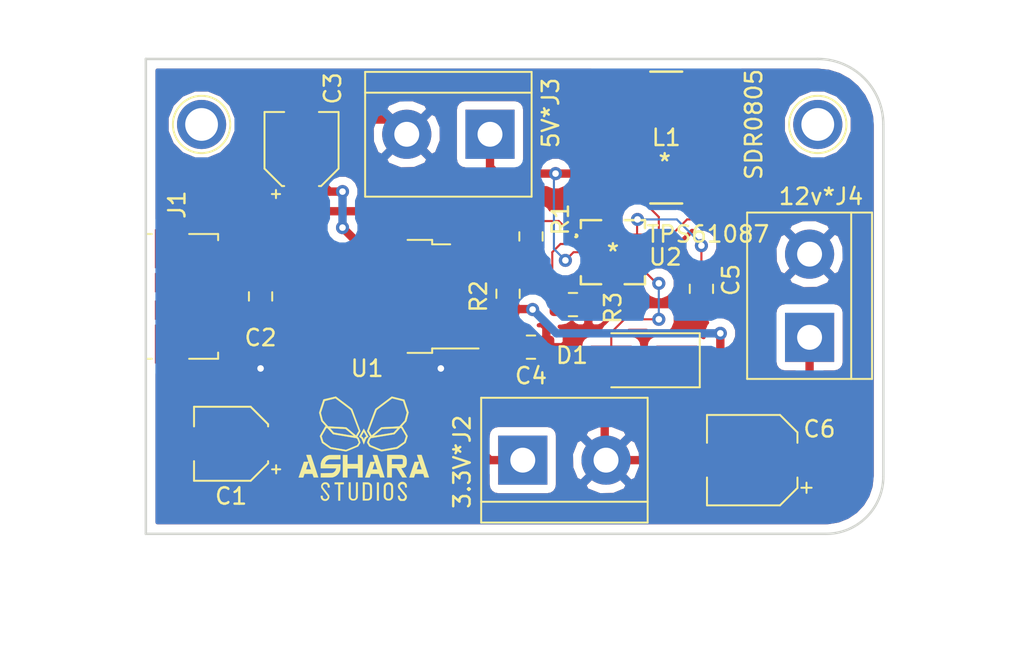
<source format=kicad_pcb>
(kicad_pcb (version 20171130) (host pcbnew 5.0.2-bee76a0~70~ubuntu16.04.1)

  (general
    (thickness 1.6)
    (drawings 8)
    (tracks 149)
    (zones 0)
    (modules 20)
    (nets 13)
  )

  (page A4)
  (layers
    (0 F.Cu signal)
    (31 B.Cu signal)
    (32 B.Adhes user)
    (33 F.Adhes user)
    (34 B.Paste user)
    (35 F.Paste user)
    (36 B.SilkS user)
    (37 F.SilkS user)
    (38 B.Mask user)
    (39 F.Mask user)
    (40 Dwgs.User user)
    (41 Cmts.User user)
    (42 Eco1.User user)
    (43 Eco2.User user)
    (44 Edge.Cuts user)
    (45 Margin user)
    (46 B.CrtYd user)
    (47 F.CrtYd user)
    (48 B.Fab user)
    (49 F.Fab user)
  )

  (setup
    (last_trace_width 0.508)
    (user_trace_width 0.127)
    (user_trace_width 0.254)
    (user_trace_width 0.508)
    (user_trace_width 1)
    (user_trace_width 1.5)
    (trace_clearance 0.2)
    (zone_clearance 0.508)
    (zone_45_only no)
    (trace_min 0.127)
    (segment_width 0.2)
    (edge_width 0.15)
    (via_size 0.8)
    (via_drill 0.4)
    (via_min_size 0.5)
    (via_min_drill 0.4)
    (uvia_size 0.3)
    (uvia_drill 0.1)
    (uvias_allowed no)
    (uvia_min_size 0.2)
    (uvia_min_drill 0.1)
    (pcb_text_width 0.3)
    (pcb_text_size 1.5 1.5)
    (mod_edge_width 0.15)
    (mod_text_size 1 1)
    (mod_text_width 0.15)
    (pad_size 3 3)
    (pad_drill 2)
    (pad_to_mask_clearance 0.051)
    (solder_mask_min_width 0.25)
    (aux_axis_origin 0 0)
    (visible_elements FFFFFF7F)
    (pcbplotparams
      (layerselection 0x010fc_ffffffff)
      (usegerberextensions false)
      (usegerberattributes false)
      (usegerberadvancedattributes false)
      (creategerberjobfile false)
      (excludeedgelayer true)
      (linewidth 0.100000)
      (plotframeref false)
      (viasonmask false)
      (mode 1)
      (useauxorigin false)
      (hpglpennumber 1)
      (hpglpenspeed 20)
      (hpglpendiameter 15.000000)
      (psnegative false)
      (psa4output false)
      (plotreference true)
      (plotvalue true)
      (plotinvisibletext false)
      (padsonsilk false)
      (subtractmaskfromsilk false)
      (outputformat 1)
      (mirror false)
      (drillshape 1)
      (scaleselection 1)
      (outputdirectory ""))
  )

  (net 0 "")
  (net 1 GND)
  (net 2 +5V)
  (net 3 +3V3)
  (net 4 "Net-(C4-Pad1)")
  (net 5 "Net-(C5-Pad1)")
  (net 6 +12V)
  (net 7 "Net-(D1-Pad2)")
  (net 8 "Net-(J1-Pad2)")
  (net 9 "Net-(J1-Pad3)")
  (net 10 "Net-(J1-Pad4)")
  (net 11 "Net-(R1-Pad1)")
  (net 12 /FB)

  (net_class Default "This is the default net class."
    (clearance 0.2)
    (trace_width 0.25)
    (via_dia 0.8)
    (via_drill 0.4)
    (uvia_dia 0.3)
    (uvia_drill 0.1)
    (add_net +12V)
    (add_net +3V3)
    (add_net +5V)
    (add_net /FB)
    (add_net GND)
    (add_net "Net-(C4-Pad1)")
    (add_net "Net-(C5-Pad1)")
    (add_net "Net-(D1-Pad2)")
    (add_net "Net-(J1-Pad2)")
    (add_net "Net-(J1-Pad3)")
    (add_net "Net-(J1-Pad4)")
    (add_net "Net-(R1-Pad1)")
  )

  (module Connector:Banana_Jack_1Pin (layer F.Cu) (tedit 5C30EE41) (tstamp 5C3D8A82)
    (at 181 78.5)
    (descr "Single banana socket, footprint - 6mm drill")
    (tags "banana socket")
    (fp_text reference REF** (at -1.75 -2.25) (layer F.SilkS) hide
      (effects (font (size 1 1) (thickness 0.15)))
    )
    (fp_text value Hole_1Pin (at 0 3.25) (layer F.Fab) hide
      (effects (font (size 1 1) (thickness 0.15)))
    )
    (fp_text user %R (at 0 0) (layer F.Fab)
      (effects (font (size 0.8 0.8) (thickness 0.12)))
    )
    (fp_circle (center 0 0) (end 2 0) (layer F.CrtYd) (width 0.05))
    (fp_circle (center 0 0) (end 1.5 0) (layer F.Fab) (width 0.1))
    (fp_circle (center 0 0) (end 1.5 0) (layer F.Fab) (width 0.1))
    (fp_circle (center 0 0) (end 1.75 0) (layer F.SilkS) (width 0.12))
    (pad "" np_thru_hole circle (at 0 0) (size 3 3) (drill 2) (layers *.Cu *.Mask))
    (model ${KISYS3DMOD}/Connector.3dshapes/Banana_Jack_1Pin.wrl
      (at (xyz 0 0 0))
      (scale (xyz 2 2 2))
      (rotate (xyz 0 0 0))
    )
  )

  (module Connector:Banana_Jack_1Pin (layer F.Cu) (tedit 5C30EE41) (tstamp 5C3D8A50)
    (at 143.4 78.5)
    (descr "Single banana socket, footprint - 6mm drill")
    (tags "banana socket")
    (fp_text reference REF** (at -1.75 -2.25) (layer F.SilkS) hide
      (effects (font (size 1 1) (thickness 0.15)))
    )
    (fp_text value Hole_1Pin (at 0 3.25) (layer F.Fab) hide
      (effects (font (size 1 1) (thickness 0.15)))
    )
    (fp_circle (center 0 0) (end 1.75 0) (layer F.SilkS) (width 0.12))
    (fp_circle (center 0 0) (end 1.5 0) (layer F.Fab) (width 0.1))
    (fp_circle (center 0 0) (end 1.5 0) (layer F.Fab) (width 0.1))
    (fp_circle (center 0 0) (end 2 0) (layer F.CrtYd) (width 0.05))
    (fp_text user %R (at 0 0) (layer F.Fab)
      (effects (font (size 0.8 0.8) (thickness 0.12)))
    )
    (pad "" np_thru_hole circle (at 0 0) (size 3 3) (drill 2) (layers *.Cu *.Mask))
    (model ${KISYS3DMOD}/Connector.3dshapes/Banana_Jack_1Pin.wrl
      (at (xyz 0 0 0))
      (scale (xyz 2 2 2))
      (rotate (xyz 0 0 0))
    )
  )

  (module LOGO (layer F.Cu) (tedit 5C2E5422) (tstamp 5C2E7C88)
    (at 153.3 98.3)
    (fp_text reference G*** (at -6.25 1) (layer F.SilkS) hide
      (effects (font (size 1.524 1.524) (thickness 0.3)))
    )
    (fp_text value LOGO (at -5.75 -1) (layer F.SilkS) hide
      (effects (font (size 1.524 1.524) (thickness 0.3)))
    )
    (fp_poly (pts (xy 0.002897 -1.22086) (xy 0.010279 -1.208849) (xy 0.02167 -1.189821) (xy 0.036593 -1.164585)
      (xy 0.054573 -1.133952) (xy 0.075131 -1.098731) (xy 0.097793 -1.059731) (xy 0.122082 -1.017764)
      (xy 0.12949 -1.004931) (xy 0.154658 -0.961313) (xy 0.1787 -0.919648) (xy 0.201081 -0.880862)
      (xy 0.221268 -0.845882) (xy 0.238724 -0.815636) (xy 0.252915 -0.79105) (xy 0.263305 -0.773052)
      (xy 0.26936 -0.762568) (xy 0.270007 -0.761449) (xy 0.283524 -0.738079) (xy 0.222693 -0.685989)
      (xy 0.200679 -0.667049) (xy 0.180175 -0.649247) (xy 0.162907 -0.634093) (xy 0.150599 -0.623095)
      (xy 0.146718 -0.619508) (xy 0.141958 -0.613906) (xy 0.136515 -0.60515) (xy 0.130011 -0.592355)
      (xy 0.122067 -0.574639) (xy 0.112304 -0.551117) (xy 0.100344 -0.520906) (xy 0.085807 -0.483123)
      (xy 0.068315 -0.436883) (xy 0.067433 -0.434539) (xy 0.052735 -0.395675) (xy 0.039048 -0.359921)
      (xy 0.02678 -0.328308) (xy 0.016341 -0.301873) (xy 0.008137 -0.281647) (xy 0.002579 -0.268666)
      (xy 0.000074 -0.263963) (xy 0.000055 -0.26396) (xy -0.00249 -0.268427) (xy -0.008009 -0.281016)
      (xy -0.016011 -0.30051) (xy -0.026006 -0.325694) (xy -0.037504 -0.355349) (xy -0.049624 -0.387225)
      (xy -0.063314 -0.423527) (xy -0.076996 -0.459746) (xy -0.089926 -0.493914) (xy -0.101359 -0.524066)
      (xy -0.11055 -0.548235) (xy -0.115245 -0.560526) (xy -0.134425 -0.610561) (xy -0.208904 -0.674444)
      (xy -0.283382 -0.738326) (xy -0.269936 -0.761573) (xy -0.269146 -0.762941) (xy -0.147822 -0.762941)
      (xy -0.144522 -0.758697) (xy -0.13485 -0.749473) (xy -0.120201 -0.73653) (xy -0.101967 -0.721126)
      (xy -0.09718 -0.717176) (xy -0.045637 -0.674843) (xy -0.02455 -0.618813) (xy -0.016129 -0.597155)
      (xy -0.008705 -0.579389) (xy -0.003073 -0.567329) (xy -0.000028 -0.562786) (xy 0 -0.562784)
      (xy 0.002988 -0.567164) (xy 0.008577 -0.579096) (xy 0.015973 -0.596768) (xy 0.024383 -0.618369)
      (xy 0.024551 -0.618813) (xy 0.045638 -0.674843) (xy 0.09718 -0.717176) (xy 0.116071 -0.732985)
      (xy 0.131714 -0.746639) (xy 0.142716 -0.756877) (xy 0.147683 -0.762439) (xy 0.147822 -0.762941)
      (xy 0.145045 -0.768638) (xy 0.138106 -0.781452) (xy 0.127749 -0.800083) (xy 0.114719 -0.823233)
      (xy 0.099763 -0.849603) (xy 0.083625 -0.877893) (xy 0.067049 -0.906804) (xy 0.050781 -0.935037)
      (xy 0.035567 -0.961294) (xy 0.022151 -0.984275) (xy 0.011278 -1.00268) (xy 0.003693 -1.015212)
      (xy 0.000142 -1.02057) (xy 0 -1.020675) (xy -0.002854 -1.016554) (xy -0.009858 -1.005057)
      (xy -0.020266 -0.987483) (xy -0.033334 -0.965131) (xy -0.048317 -0.939301) (xy -0.064469 -0.91129)
      (xy -0.081046 -0.882399) (xy -0.097301 -0.853927) (xy -0.112492 -0.827172) (xy -0.125871 -0.803434)
      (xy -0.136694 -0.784011) (xy -0.144216 -0.770203) (xy -0.147692 -0.763309) (xy -0.147822 -0.762941)
      (xy -0.269146 -0.762941) (xy -0.264831 -0.770409) (xy -0.255283 -0.786947) (xy -0.241827 -0.81026)
      (xy -0.224996 -0.839421) (xy -0.205326 -0.873505) (xy -0.183352 -0.911585) (xy -0.159607 -0.952735)
      (xy -0.134627 -0.996028) (xy -0.12949 -1.004931) (xy -0.104812 -1.04762) (xy -0.081621 -1.087579)
      (xy -0.060392 -1.123999) (xy -0.041602 -1.156071) (xy -0.025727 -1.182983) (xy -0.013244 -1.203928)
      (xy -0.00463 -1.218093) (xy -0.00036 -1.224671) (xy 0 -1.225043) (xy 0.002897 -1.22086)) (layer F.SilkS) (width 0.01))
    (fp_poly (pts (xy 1.718754 -3.183907) (xy 1.73366 -3.180172) (xy 1.756727 -3.174415) (xy 1.787202 -3.166822)
      (xy 1.824332 -3.157581) (xy 1.867362 -3.146879) (xy 1.91554 -3.134904) (xy 1.968112 -3.121843)
      (xy 2.024324 -3.107884) (xy 2.083425 -3.093214) (xy 2.097936 -3.089612) (xy 2.475147 -2.996006)
      (xy 2.606381 -2.60234) (xy 2.737615 -2.208673) (xy 2.666842 -1.938853) (xy 2.596069 -1.669032)
      (xy 2.450996 -1.514129) (xy 2.420254 -1.481196) (xy 2.391734 -1.450433) (xy 2.366136 -1.422613)
      (xy 2.344163 -1.398507) (xy 2.326517 -1.378889) (xy 2.3139 -1.364531) (xy 2.307014 -1.356206)
      (xy 2.305922 -1.354456) (xy 2.310358 -1.351543) (xy 2.321515 -1.349855) (xy 2.327101 -1.349686)
      (xy 2.348281 -1.349686) (xy 2.515111 -1.062803) (xy 2.543532 -1.013816) (xy 2.570393 -0.967299)
      (xy 2.595282 -0.923976) (xy 2.617792 -0.88457) (xy 2.637512 -0.849805) (xy 2.654033 -0.820403)
      (xy 2.666945 -0.797088) (xy 2.675839 -0.780584) (xy 2.680306 -0.771613) (xy 2.680759 -0.770205)
      (xy 2.678861 -0.763356) (xy 2.674382 -0.748275) (xy 2.667706 -0.726201) (xy 2.659217 -0.698373)
      (xy 2.649299 -0.666031) (xy 2.638335 -0.630414) (xy 2.626709 -0.59276) (xy 2.614804 -0.554308)
      (xy 2.603006 -0.516299) (xy 2.591697 -0.47997) (xy 2.581261 -0.446562) (xy 2.572083 -0.417312)
      (xy 2.564545 -0.393461) (xy 2.559032 -0.376247) (xy 2.555927 -0.366909) (xy 2.555496 -0.365769)
      (xy 2.550586 -0.360721) (xy 2.538425 -0.35059) (xy 2.519896 -0.336045) (xy 2.495882 -0.317755)
      (xy 2.467265 -0.296389) (xy 2.434927 -0.272616) (xy 2.399751 -0.247105) (xy 2.384905 -0.236436)
      (xy 2.344911 -0.207762) (xy 2.303971 -0.178399) (xy 2.263589 -0.149424) (xy 2.225263 -0.121914)
      (xy 2.190495 -0.096947) (xy 2.160785 -0.075598) (xy 2.137635 -0.058947) (xy 2.137153 -0.0586)
      (xy 2.111692 -0.040517) (xy 2.088407 -0.024442) (xy 2.068705 -0.011307) (xy 2.053991 -0.002049)
      (xy 2.04567 0.002401) (xy 2.045016 0.002607) (xy 2.036195 0.004367) (xy 2.018624 0.007606)
      (xy 1.993122 0.012185) (xy 1.960508 0.017962) (xy 1.9216 0.024797) (xy 1.877217 0.03255)
      (xy 1.828178 0.04108) (xy 1.775302 0.050247) (xy 1.719407 0.05991) (xy 1.661312 0.069928)
      (xy 1.601837 0.080162) (xy 1.5418 0.090471) (xy 1.482019 0.100713) (xy 1.423314 0.11075)
      (xy 1.366503 0.12044) (xy 1.312405 0.129642) (xy 1.26184 0.138217) (xy 1.215624 0.146023)
      (xy 1.174579 0.152921) (xy 1.139521 0.15877) (xy 1.111271 0.163429) (xy 1.090646 0.166757)
      (xy 1.078467 0.168616) (xy 1.075436 0.168968) (xy 1.065685 0.166915) (xy 1.049546 0.16171)
      (xy 1.029718 0.154268) (xy 1.01849 0.149667) (xy 1.006298 0.144558) (xy 0.985781 0.13601)
      (xy 0.957819 0.124387) (xy 0.923294 0.110055) (xy 0.883085 0.09338) (xy 0.838074 0.074726)
      (xy 0.789141 0.054458) (xy 0.737166 0.032941) (xy 0.683031 0.010542) (xy 0.652097 -0.002253)
      (xy 0.330526 -0.13524) (xy 0.262381 -0.249295) (xy 0.24424 -0.2799) (xy 0.227916 -0.3079)
      (xy 0.214083 -0.332105) (xy 0.203411 -0.351327) (xy 0.196572 -0.364375) (xy 0.194236 -0.370011)
      (xy 0.195993 -0.377935) (xy 0.196328 -0.378998) (xy 0.307402 -0.378998) (xy 0.355098 -0.297937)
      (xy 0.402795 -0.216876) (xy 0.738035 -0.079087) (xy 0.793032 -0.056539) (xy 0.845533 -0.035125)
      (xy 0.894782 -0.015146) (xy 0.940025 0.003097) (xy 0.980505 0.019302) (xy 1.015466 0.033168)
      (xy 1.044155 0.044394) (xy 1.065814 0.052678) (xy 1.079689 0.057719) (xy 1.084858 0.059234)
      (xy 1.092371 0.05852) (xy 1.108472 0.056252) (xy 1.131944 0.052624) (xy 1.16157 0.047834)
      (xy 1.196132 0.042078) (xy 1.234413 0.03555) (xy 1.266642 0.029951) (xy 1.30551 0.023146)
      (xy 1.352467 0.01493) (xy 1.405791 0.005606) (xy 1.463758 -0.004527) (xy 1.524645 -0.015167)
      (xy 1.586729 -0.026012) (xy 1.648287 -0.036763) (xy 1.707596 -0.047116) (xy 1.719026 -0.049111)
      (xy 2.001208 -0.098358) (xy 2.227026 -0.256364) (xy 2.26937 -0.286022) (xy 2.309362 -0.314089)
      (xy 2.346239 -0.340025) (xy 2.379237 -0.363291) (xy 2.40759 -0.383345) (xy 2.430536 -0.399649)
      (xy 2.44731 -0.411662) (xy 2.457148 -0.418844) (xy 2.459419 -0.420625) (xy 2.462371 -0.426705)
      (xy 2.467821 -0.441195) (xy 2.475393 -0.462968) (xy 2.48471 -0.490897) (xy 2.495397 -0.523857)
      (xy 2.507076 -0.560719) (xy 2.517923 -0.595648) (xy 2.56985 -0.764417) (xy 2.429027 -1.010983)
      (xy 2.288203 -1.257549) (xy 2.252615 -1.259004) (xy 2.217028 -1.26046) (xy 2.060691 -1.089671)
      (xy 2.02824 -1.054217) (xy 1.997327 -1.020437) (xy 1.968712 -0.989161) (xy 1.943156 -0.961222)
      (xy 1.921418 -0.93745) (xy 1.904258 -0.918676) (xy 1.892438 -0.905732) (xy 1.887246 -0.900032)
      (xy 1.870137 -0.881183) (xy 1.598706 -0.836539) (xy 1.550214 -0.828561) (xy 1.493294 -0.819194)
      (xy 1.429345 -0.808666) (xy 1.359768 -0.79721) (xy 1.285963 -0.785055) (xy 1.20933 -0.772432)
      (xy 1.131268 -0.759572) (xy 1.053178 -0.746706) (xy 0.976459 -0.734063) (xy 0.902512 -0.721875)
      (xy 0.886579 -0.719249) (xy 0.445883 -0.646601) (xy 0.415932 -0.620162) (xy 0.385981 -0.593722)
      (xy 0.346691 -0.48636) (xy 0.307402 -0.378998) (xy 0.196328 -0.378998) (xy 0.200905 -0.393506)
      (xy 0.208429 -0.415318) (xy 0.218027 -0.441963) (xy 0.229155 -0.472036) (xy 0.241274 -0.504129)
      (xy 0.253841 -0.536835) (xy 0.266318 -0.568748) (xy 0.278161 -0.598461) (xy 0.288831 -0.624568)
      (xy 0.297786 -0.645661) (xy 0.304485 -0.660334) (xy 0.308388 -0.667181) (xy 0.308592 -0.667372)
      (xy 0.316745 -0.673782) (xy 0.330293 -0.684406) (xy 0.346788 -0.697323) (xy 0.353065 -0.702235)
      (xy 0.368656 -0.714836) (xy 0.380722 -0.725357) (xy 0.387461 -0.73219) (xy 0.388275 -0.733631)
      (xy 0.38589 -0.738683) (xy 0.379006 -0.751374) (xy 0.368165 -0.77075) (xy 0.36221 -0.781239)
      (xy 0.610098 -0.781239) (xy 0.62753 -0.784202) (xy 0.635962 -0.78561) (xy 0.653145 -0.788458)
      (xy 0.678001 -0.792567) (xy 0.709452 -0.79776) (xy 0.74642 -0.803859) (xy 0.787827 -0.810686)
      (xy 0.832596 -0.818063) (xy 0.869079 -0.824072) (xy 0.915406 -0.831699) (xy 0.969876 -0.840662)
      (xy 1.030802 -0.850685) (xy 1.096498 -0.86149) (xy 1.165278 -0.872799) (xy 1.235454 -0.884336)
      (xy 1.305341 -0.895824) (xy 1.373253 -0.906984) (xy 1.429373 -0.916204) (xy 1.486753 -0.925655)
      (xy 1.541821 -0.934774) (xy 1.593695 -0.94341) (xy 1.641492 -0.951415) (xy 1.68433 -0.958641)
      (xy 1.721328 -0.964937) (xy 1.751603 -0.970154) (xy 1.774273 -0.974145) (xy 1.788457 -0.976759)
      (xy 1.792203 -0.977529) (xy 1.799447 -0.979319) (xy 1.806069 -0.98161) (xy 1.812886 -0.985148)
      (xy 1.820713 -0.990681) (xy 1.830365 -0.99896) (xy 1.842659 -1.01073) (xy 1.85841 -1.026742)
      (xy 1.878434 -1.047743) (xy 1.903546 -1.074481) (xy 1.934563 -1.107705) (xy 1.937288 -1.110627)
      (xy 1.969205 -1.144957) (xy 1.994785 -1.172745) (xy 2.014577 -1.194645) (xy 2.029128 -1.211313)
      (xy 2.038986 -1.223405) (xy 2.044699 -1.231576) (xy 2.046816 -1.236481) (xy 2.045883 -1.238777)
      (xy 2.044712 -1.239121) (xy 2.03842 -1.239126) (xy 2.023038 -1.238767) (xy 1.999427 -1.238077)
      (xy 1.96845 -1.237086) (xy 1.93097 -1.235828) (xy 1.887848 -1.234335) (xy 1.839948 -1.232638)
      (xy 1.788131 -1.23077) (xy 1.73326 -1.228762) (xy 1.676197 -1.226647) (xy 1.617804 -1.224458)
      (xy 1.558945 -1.222225) (xy 1.50048 -1.219982) (xy 1.443273 -1.21776) (xy 1.388185 -1.215591)
      (xy 1.33608 -1.213508) (xy 1.287819 -1.211542) (xy 1.244265 -1.209727) (xy 1.20628 -1.208093)
      (xy 1.180857 -1.206955) (xy 1.109144 -1.203673) (xy 0.872072 -1.004637) (xy 0.829871 -0.969179)
      (xy 0.789675 -0.935353) (xy 0.75218 -0.903748) (xy 0.71808 -0.874952) (xy 0.68807 -0.849552)
      (xy 0.662844 -0.828136) (xy 0.643098 -0.811294) (xy 0.629525 -0.799612) (xy 0.622821 -0.79368)
      (xy 0.622549 -0.793419) (xy 0.610098 -0.781239) (xy 0.36221 -0.781239) (xy 0.353908 -0.795858)
      (xy 0.336778 -0.825746) (xy 0.317317 -0.85946) (xy 0.296065 -0.896047) (xy 0.291226 -0.904347)
      (xy 0.193982 -1.071059) (xy 0.200761 -1.08929) (xy 0.309276 -1.08929) (xy 0.392269 -0.950547)
      (xy 0.41239 -0.91705) (xy 0.430925 -0.886464) (xy 0.447251 -0.859796) (xy 0.460744 -0.838054)
      (xy 0.470781 -0.822245) (xy 0.476739 -0.813375) (xy 0.478107 -0.811803) (xy 0.482324 -0.814929)
      (xy 0.493461 -0.82393) (xy 0.510842 -0.838239) (xy 0.533789 -0.857293) (xy 0.561624 -0.880524)
      (xy 0.593668 -0.907368) (xy 0.629245 -0.937259) (xy 0.667677 -0.969633) (xy 0.702408 -0.998954)
      (xy 0.745522 -1.035381) (xy 0.788545 -1.07172) (xy 0.830479 -1.107126) (xy 0.870328 -1.140759)
      (xy 0.907092 -1.171776) (xy 0.939775 -1.199336) (xy 0.967378 -1.222597) (xy 0.988903 -1.240716)
      (xy 0.997537 -1.247973) (xy 1.071212 -1.309843) (xy 1.09766 -1.309843) (xy 1.110964 -1.310091)
      (xy 1.132144 -1.310782) (xy 1.159127 -1.311834) (xy 1.189844 -1.313167) (xy 1.222222 -1.314699)
      (xy 1.223201 -1.314748) (xy 1.243683 -1.315754) (xy 1.273148 -1.31719) (xy 1.310632 -1.319011)
      (xy 1.35517 -1.321168) (xy 1.405795 -1.323616) (xy 1.461544 -1.326308) (xy 1.52145 -1.329197)
      (xy 1.584548 -1.332236) (xy 1.649873 -1.33538) (xy 1.71646 -1.338581) (xy 1.745628 -1.339982)
      (xy 1.82915 -1.344044) (xy 1.902969 -1.347743) (xy 1.967337 -1.351096) (xy 2.022504 -1.354118)
      (xy 2.068722 -1.356823) (xy 2.106241 -1.359228) (xy 2.135313 -1.361348) (xy 2.156188 -1.363198)
      (xy 2.169118 -1.364793) (xy 2.174353 -1.366149) (xy 2.174412 -1.366204) (xy 2.178861 -1.371071)
      (xy 2.189272 -1.382489) (xy 2.204903 -1.399643) (xy 2.22501 -1.421716) (xy 2.24885 -1.447894)
      (xy 2.275682 -1.477362) (xy 2.304761 -1.509302) (xy 2.315874 -1.521509) (xy 2.346386 -1.554998)
      (xy 2.375613 -1.587019) (xy 2.402691 -1.61663) (xy 2.426757 -1.64289) (xy 2.446948 -1.664856)
      (xy 2.462399 -1.681589) (xy 2.472249 -1.692145) (xy 2.473838 -1.693816) (xy 2.495791 -1.71671)
      (xy 2.557739 -1.955286) (xy 2.569973 -2.002586) (xy 2.581406 -2.047137) (xy 2.591796 -2.087973)
      (xy 2.600901 -2.124132) (xy 2.608482 -2.154647) (xy 2.614296 -2.178556) (xy 2.618103 -2.194894)
      (xy 2.619661 -2.202697) (xy 2.619686 -2.203055) (xy 2.618187 -2.209537) (xy 2.613884 -2.224464)
      (xy 2.607073 -2.246931) (xy 2.598046 -2.276032) (xy 2.587098 -2.310862) (xy 2.574523 -2.350516)
      (xy 2.560615 -2.394088) (xy 2.545668 -2.440673) (xy 2.529976 -2.489365) (xy 2.513832 -2.539258)
      (xy 2.497531 -2.589448) (xy 2.481367 -2.639028) (xy 2.465633 -2.687094) (xy 2.450624 -2.73274)
      (xy 2.436634 -2.77506) (xy 2.423957 -2.813148) (xy 2.412886 -2.846101) (xy 2.403716 -2.873011)
      (xy 2.39674 -2.892974) (xy 2.392253 -2.905083) (xy 2.390645 -2.908514) (xy 2.385131 -2.91018)
      (xy 2.37075 -2.914039) (xy 2.348305 -2.919885) (xy 2.318597 -2.927516) (xy 2.282429 -2.936727)
      (xy 2.240601 -2.947315) (xy 2.193916 -2.959075) (xy 2.143176 -2.971804) (xy 2.089183 -2.985298)
      (xy 2.058782 -2.992874) (xy 1.993734 -3.009043) (xy 1.937664 -3.022913) (xy 1.889896 -3.034633)
      (xy 1.849752 -3.044354) (xy 1.816556 -3.052227) (xy 1.789631 -3.058402) (xy 1.768301 -3.063028)
      (xy 1.751888 -3.066256) (xy 1.739716 -3.068236) (xy 1.731108 -3.06912) (xy 1.725388 -3.069056)
      (xy 1.721878 -3.068195) (xy 1.721194 -3.067828) (xy 1.715932 -3.064012) (xy 1.703256 -3.054547)
      (xy 1.683675 -3.03982) (xy 1.6577 -3.020217) (xy 1.625841 -2.996124) (xy 1.588607 -2.967929)
      (xy 1.546509 -2.936017) (xy 1.500056 -2.900775) (xy 1.449758 -2.86259) (xy 1.396126 -2.821848)
      (xy 1.339669 -2.778935) (xy 1.280897 -2.734237) (xy 1.255287 -2.714752) (xy 1.195761 -2.669459)
      (xy 1.138391 -2.625806) (xy 1.083682 -2.584177) (xy 1.032138 -2.544957) (xy 0.984264 -2.50853)
      (xy 0.940565 -2.475279) (xy 0.901545 -2.445588) (xy 0.867708 -2.419842) (xy 0.839561 -2.398425)
      (xy 0.817607 -2.38172) (xy 0.80235 -2.370112) (xy 0.794296 -2.363984) (xy 0.793168 -2.363125)
      (xy 0.790647 -2.357936) (xy 0.78484 -2.34396) (xy 0.775955 -2.321737) (xy 0.764199 -2.29181)
      (xy 0.74978 -2.254719) (xy 0.732906 -2.211006) (xy 0.713783 -2.161211) (xy 0.692621 -2.105875)
      (xy 0.669625 -2.045541) (xy 0.645004 -1.980748) (xy 0.618966 -1.912038) (xy 0.591717 -1.839952)
      (xy 0.563465 -1.765031) (xy 0.547902 -1.723683) (xy 0.309276 -1.08929) (xy 0.200761 -1.08929)
      (xy 0.443501 -1.742029) (xy 0.472723 -1.82056) (xy 0.501054 -1.896598) (xy 0.528293 -1.969613)
      (xy 0.554243 -2.039074) (xy 0.578703 -2.104452) (xy 0.601473 -2.165215) (xy 0.622356 -2.220834)
      (xy 0.641151 -2.270778) (xy 0.65766 -2.314517) (xy 0.671682 -2.35152) (xy 0.683019 -2.381257)
      (xy 0.69147 -2.403198) (xy 0.696838 -2.416812) (xy 0.698873 -2.421515) (xy 0.703546 -2.425592)
      (xy 0.715657 -2.435282) (xy 0.734698 -2.450193) (xy 0.760158 -2.469936) (xy 0.791527 -2.49412)
      (xy 0.828295 -2.522354) (xy 0.869954 -2.554248) (xy 0.915992 -2.58941) (xy 0.965901 -2.627451)
      (xy 1.019171 -2.667979) (xy 1.075291 -2.710604) (xy 1.133752 -2.754936) (xy 1.152961 -2.769487)
      (xy 1.213123 -2.815049) (xy 1.271835 -2.859516) (xy 1.328517 -2.902447) (xy 1.382589 -2.943404)
      (xy 1.433471 -2.981946) (xy 1.480581 -3.017633) (xy 1.523341 -3.050027) (xy 1.561169 -3.078687)
      (xy 1.593485 -3.103174) (xy 1.619709 -3.123049) (xy 1.63926 -3.137871) (xy 1.651559 -3.147201)
      (xy 1.652998 -3.148293) (xy 1.674446 -3.163967) (xy 1.692523 -3.175977) (xy 1.705787 -3.183427)
      (xy 1.712763 -3.185431) (xy 1.718754 -3.183907)) (layer F.SilkS) (width 0.01))
    (fp_poly (pts (xy -1.688653 -3.17368) (xy -1.682417 -3.168971) (xy -1.668757 -3.158619) (xy -1.648176 -3.143004)
      (xy -1.621181 -3.122512) (xy -1.588276 -3.097526) (xy -1.549965 -3.068429) (xy -1.506753 -3.035604)
      (xy -1.459145 -2.999435) (xy -1.407647 -2.960306) (xy -1.352762 -2.9186) (xy -1.294996 -2.8747)
      (xy -1.234853 -2.82899) (xy -1.18632 -2.792101) (xy -1.109951 -2.733984) (xy -1.039492 -2.680223)
      (xy -0.975138 -2.630971) (xy -0.917085 -2.58638) (xy -0.865528 -2.546602) (xy -0.820663 -2.511789)
      (xy -0.782686 -2.482093) (xy -0.751791 -2.457666) (xy -0.728175 -2.438659) (xy -0.712032 -2.425225)
      (xy -0.703559 -2.417516) (xy -0.702235 -2.415731) (xy -0.700525 -2.410154) (xy -0.695525 -2.395777)
      (xy -0.68743 -2.37313) (xy -0.676435 -2.342745) (xy -0.662736 -2.305151) (xy -0.646528 -2.26088)
      (xy -0.628006 -2.210462) (xy -0.607366 -2.154429) (xy -0.584802 -2.093311) (xy -0.560509 -2.027639)
      (xy -0.534684 -1.957943) (xy -0.507521 -1.884755) (xy -0.479216 -1.808605) (xy -0.453382 -1.739201)
      (xy -0.204529 -1.071083) (xy -0.29899 -0.904036) (xy -0.320012 -0.86675) (xy -0.339408 -0.832136)
      (xy -0.356644 -0.801161) (xy -0.37119 -0.77479) (xy -0.382512 -0.75399) (xy -0.390078 -0.739726)
      (xy -0.393356 -0.732965) (xy -0.393451 -0.732602) (xy -0.389874 -0.727775) (xy -0.380192 -0.718104)
      (xy -0.365974 -0.705093) (xy -0.352363 -0.693267) (xy -0.311274 -0.65832) (xy -0.257988 -0.513195)
      (xy -0.204701 -0.36807) (xy -0.346137 -0.134866) (xy -0.707555 0.017234) (xy -0.772419 0.044448)
      (xy -0.832611 0.069534) (xy -0.887616 0.092286) (xy -0.936915 0.112493) (xy -0.979993 0.129948)
      (xy -1.016332 0.144443) (xy -1.045416 0.155768) (xy -1.066727 0.163715) (xy -1.07975 0.168077)
      (xy -1.083575 0.168889) (xy -1.091607 0.167938) (xy -1.108292 0.165415) (xy -1.132482 0.161511)
      (xy -1.163027 0.15642) (xy -1.198777 0.150334) (xy -1.238582 0.143444) (xy -1.281293 0.135943)
      (xy -1.292412 0.133973) (xy -1.404897 0.114059) (xy -1.525234 0.09285) (xy -1.653921 0.070258)
      (xy -1.791459 0.046197) (xy -1.929902 0.022048) (xy -1.960764 0.01665) (xy -1.988739 0.011715)
      (xy -2.01217 0.007539) (xy -2.029397 0.004418) (xy -2.03876 0.002648) (xy -2.03947 0.002499)
      (xy -2.045207 -0.0007) (xy -2.058339 -0.00917) (xy -2.078142 -0.022413) (xy -2.103893 -0.039932)
      (xy -2.134868 -0.061228) (xy -2.170342 -0.085803) (xy -2.209592 -0.113159) (xy -2.251894 -0.142799)
      (xy -2.296522 -0.174223) (xy -2.303134 -0.178891) (xy -2.556836 -0.358082) (xy -2.620683 -0.561286)
      (xy -2.634232 -0.604451) (xy -2.646855 -0.644751) (xy -2.658239 -0.681178) (xy -2.668068 -0.712722)
      (xy -2.676029 -0.738373) (xy -2.681808 -0.757123) (xy -2.684073 -0.764604) (xy -2.568379 -0.764604)
      (xy -2.567337 -0.757609) (xy -2.563626 -0.742281) (xy -2.557573 -0.719788) (xy -2.549508 -0.691294)
      (xy -2.53976 -0.657966) (xy -2.528658 -0.620971) (xy -2.518864 -0.58901) (xy -2.467686 -0.423491)
      (xy -2.420421 -0.389427) (xy -2.406195 -0.379173) (xy -2.38501 -0.363902) (xy -2.357989 -0.344422)
      (xy -2.326252 -0.321542) (xy -2.290921 -0.29607) (xy -2.253117 -0.268815) (xy -2.213962 -0.240585)
      (xy -2.19352 -0.225847) (xy -2.156092 -0.198872) (xy -2.121095 -0.17367) (xy -2.089368 -0.150844)
      (xy -2.061751 -0.130996) (xy -2.039083 -0.114729) (xy -2.022204 -0.102647) (xy -2.011952 -0.095352)
      (xy -2.009141 -0.093399) (xy -2.003535 -0.092059) (xy -1.988945 -0.089171) (xy -1.966203 -0.084888)
      (xy -1.936142 -0.079359) (xy -1.899591 -0.072735) (xy -1.857384 -0.065166) (xy -1.810352 -0.056803)
      (xy -1.759326 -0.047796) (xy -1.705138 -0.038295) (xy -1.685758 -0.034912) (xy -1.625914 -0.024469)
      (xy -1.565251 -0.013864) (xy -1.505111 -0.003333) (xy -1.446839 0.006886) (xy -1.391779 0.016558)
      (xy -1.341273 0.025448) (xy -1.296667 0.033319) (xy -1.259303 0.039934) (xy -1.232647 0.044679)
      (xy -1.197128 0.05101) (xy -1.164717 0.056753) (xy -1.136738 0.061677) (xy -1.114515 0.065549)
      (xy -1.099372 0.068137) (xy -1.092633 0.06921) (xy -1.09253 0.06922) (xy -1.085782 0.067616)
      (xy -1.072124 0.062888) (xy -1.053795 0.055845) (xy -1.040236 0.050325) (xy -1.026983 0.044854)
      (xy -1.005505 0.036037) (xy -0.976801 0.024284) (xy -0.941871 0.010002) (xy -0.901717 -0.006399)
      (xy -0.857337 -0.024511) (xy -0.809733 -0.043925) (xy -0.759905 -0.064232) (xy -0.722157 -0.079608)
      (xy -0.672231 -0.099947) (xy -0.624506 -0.119405) (xy -0.579877 -0.137615) (xy -0.539243 -0.154211)
      (xy -0.503501 -0.168825) (xy -0.473549 -0.181091) (xy -0.450284 -0.190641) (xy -0.434603 -0.197109)
      (xy -0.427996 -0.199872) (xy -0.419754 -0.203751) (xy -0.412615 -0.208431) (xy -0.405573 -0.215206)
      (xy -0.397621 -0.225369) (xy -0.387753 -0.240212) (xy -0.374963 -0.261031) (xy -0.358242 -0.289117)
      (xy -0.357315 -0.290685) (xy -0.309363 -0.371766) (xy -0.349864 -0.47995) (xy -0.390365 -0.588133)
      (xy -0.451045 -0.641407) (xy -0.752199 -0.692173) (xy -0.807765 -0.701534) (xy -0.87154 -0.712269)
      (xy -0.94191 -0.724105) (xy -1.017258 -0.736773) (xy -1.095971 -0.749999) (xy -1.176432 -0.763513)
      (xy -1.257028 -0.777045) (xy -1.336143 -0.790321) (xy -1.412162 -0.803071) (xy -1.466725 -0.812218)
      (xy -1.539999 -0.824503) (xy -1.604084 -0.835271) (xy -1.65962 -0.844645) (xy -1.707243 -0.852751)
      (xy -1.74759 -0.859711) (xy -1.781298 -0.865651) (xy -1.809005 -0.870695) (xy -1.831347 -0.874967)
      (xy -1.848963 -0.878592) (xy -1.862488 -0.881693) (xy -1.87256 -0.884395) (xy -1.879817 -0.886823)
      (xy -1.884896 -0.8891) (xy -1.888433 -0.891351) (xy -1.891066 -0.893701) (xy -1.892549 -0.895288)
      (xy -1.898356 -0.901771) (xy -1.910064 -0.914884) (xy -1.926951 -0.933817) (xy -1.948295 -0.95776)
      (xy -1.973374 -0.985904) (xy -2.001466 -1.017437) (xy -2.03185 -1.05155) (xy -2.059026 -1.082069)
      (xy -2.206048 -1.247193) (xy -2.056225 -1.247193) (xy -2.053389 -1.243363) (xy -2.044809 -1.233147)
      (xy -2.031393 -1.21757) (xy -2.01405 -1.197659) (xy -1.993688 -1.17444) (xy -1.971215 -1.14894)
      (xy -1.94754 -1.122186) (xy -1.923572 -1.095203) (xy -1.900218 -1.069018) (xy -1.878388 -1.044658)
      (xy -1.85899 -1.02315) (xy -1.842932 -1.005518) (xy -1.831122 -0.992791) (xy -1.830348 -0.991974)
      (xy -1.828172 -0.99015) (xy -1.824767 -0.988275) (xy -1.819614 -0.986255) (xy -1.812192 -0.983994)
      (xy -1.801981 -0.981399) (xy -1.788458 -0.978374) (xy -1.771105 -0.974825) (xy -1.749401 -0.970657)
      (xy -1.722824 -0.965774) (xy -1.690855 -0.960083) (xy -1.652972 -0.953488) (xy -1.608655 -0.945896)
      (xy -1.557383 -0.93721) (xy -1.498636 -0.927336) (xy -1.431894 -0.91618) (xy -1.356635 -0.903646)
      (xy -1.272338 -0.889641) (xy -1.224694 -0.881734) (xy -1.148924 -0.86917) (xy -1.075803 -0.857061)
      (xy -1.005941 -0.845506) (xy -0.939949 -0.834606) (xy -0.878435 -0.824461) (xy -0.822012 -0.815172)
      (xy -0.771289 -0.806839) (xy -0.726876 -0.799561) (xy -0.689384 -0.79344) (xy -0.659422 -0.788575)
      (xy -0.637601 -0.785068) (xy -0.624531 -0.783017) (xy -0.620825 -0.782495) (xy -0.621328 -0.785291)
      (xy -0.628518 -0.793416) (xy -0.641385 -0.80588) (xy -0.658917 -0.821693) (xy -0.67561 -0.836082)
      (xy -0.742455 -0.892661) (xy -0.802133 -0.943147) (xy -0.855073 -0.987885) (xy -0.901705 -1.027224)
      (xy -0.94246 -1.061509) (xy -0.977768 -1.09109) (xy -1.008058 -1.116311) (xy -1.03376 -1.137522)
      (xy -1.055305 -1.155068) (xy -1.073123 -1.169297) (xy -1.087643 -1.180557) (xy -1.099296 -1.189194)
      (xy -1.108511 -1.195556) (xy -1.115719 -1.19999) (xy -1.12135 -1.202842) (xy -1.125833 -1.204461)
      (xy -1.129599 -1.205194) (xy -1.133039 -1.205386) (xy -1.140877 -1.205655) (xy -1.157922 -1.20637)
      (xy -1.183434 -1.207496) (xy -1.216671 -1.208998) (xy -1.25689 -1.210843) (xy -1.303352 -1.212995)
      (xy -1.355313 -1.215422) (xy -1.412033 -1.218087) (xy -1.472771 -1.220957) (xy -1.536784 -1.223998)
      (xy -1.603331 -1.227175) (xy -1.603686 -1.227192) (xy -1.669756 -1.230336) (xy -1.732949 -1.233309)
      (xy -1.792563 -1.236079) (xy -1.847893 -1.238614) (xy -1.898237 -1.240885) (xy -1.942892 -1.24286)
      (xy -1.981153 -1.244508) (xy -2.012317 -1.245797) (xy -2.035681 -1.246697) (xy -2.050541 -1.247177)
      (xy -2.056195 -1.247205) (xy -2.056225 -1.247193) (xy -2.206048 -1.247193) (xy -2.213051 -1.255058)
      (xy -2.253261 -1.255022) (xy -2.29347 -1.254986) (xy -2.430093 -1.014833) (xy -2.455645 -0.969791)
      (xy -2.479702 -0.927142) (xy -2.50181 -0.887706) (xy -2.521515 -0.852304) (xy -2.538364 -0.821755)
      (xy -2.551905 -0.79688) (xy -2.561683 -0.7785) (xy -2.567246 -0.767434) (xy -2.568379 -0.764604)
      (xy -2.684073 -0.764604) (xy -2.685091 -0.767962) (xy -2.685726 -0.770221) (xy -2.683521 -0.775407)
      (xy -2.67676 -0.788518) (xy -2.665841 -0.808839) (xy -2.651161 -0.835652) (xy -2.633119 -0.868242)
      (xy -2.612111 -0.905891) (xy -2.588536 -0.947885) (xy -2.562791 -0.993506) (xy -2.535273 -1.042038)
      (xy -2.517919 -1.072533) (xy -2.484937 -1.130394) (xy -2.456502 -1.180203) (xy -2.432237 -1.222565)
      (xy -2.411765 -1.258089) (xy -2.394711 -1.287379) (xy -2.380697 -1.311044) (xy -2.369348 -1.329689)
      (xy -2.360287 -1.343921) (xy -2.353137 -1.354346) (xy -2.347522 -1.361572) (xy -2.343066 -1.366205)
      (xy -2.339392 -1.368852) (xy -2.336124 -1.370119) (xy -2.332946 -1.370606) (xy -2.329168 -1.371137)
      (xy -2.326789 -1.37237) (xy -2.326343 -1.374974) (xy -2.328359 -1.379616) (xy -2.33337 -1.386965)
      (xy -2.341906 -1.397689) (xy -2.354498 -1.412456) (xy -2.371678 -1.431933) (xy -2.393976 -1.456788)
      (xy -2.421924 -1.487691) (xy -2.455307 -1.524485) (xy -2.593638 -1.676872) (xy -2.661707 -1.939295)
      (xy -2.726942 -2.19079) (xy -2.619712 -2.19079) (xy -2.559461 -1.958832) (xy -2.49921 -1.726873)
      (xy -2.341556 -1.548589) (xy -2.309775 -1.51282) (xy -2.279817 -1.479431) (xy -2.25236 -1.449153)
      (xy -2.228077 -1.422716) (xy -2.207644 -1.400848) (xy -2.191737 -1.38428) (xy -2.181031 -1.37374)
      (xy -2.176201 -1.369958) (xy -2.176182 -1.369956) (xy -2.166272 -1.366812) (xy -2.163731 -1.3649)
      (xy -2.158218 -1.364035) (xy -2.143402 -1.362747) (xy -2.119929 -1.361074) (xy -2.088445 -1.359051)
      (xy -2.049597 -1.356714) (xy -2.004033 -1.3541) (xy -1.952397 -1.351246) (xy -1.895337 -1.348187)
      (xy -1.8335 -1.34496) (xy -1.767532 -1.341602) (xy -1.69808 -1.338147) (xy -1.62579 -1.334634)
      (xy -1.618627 -1.33429) (xy -1.524688 -1.32975) (xy -1.440421 -1.325598) (xy -1.365546 -1.321816)
      (xy -1.299783 -1.31839) (xy -1.24285 -1.315302) (xy -1.194469 -1.312536) (xy -1.154359 -1.310075)
      (xy -1.122239 -1.307904) (xy -1.097829 -1.306006) (xy -1.080848 -1.304365) (xy -1.071017 -1.302964)
      (xy -1.068294 -1.302153) (xy -1.062972 -1.298013) (xy -1.050645 -1.287955) (xy -1.031921 -1.272486)
      (xy -1.007406 -1.252113) (xy -0.977707 -1.227342) (xy -0.943431 -1.198682) (xy -0.905185 -1.166639)
      (xy -0.863575 -1.131719) (xy -0.81921 -1.094431) (xy -0.772695 -1.055281) (xy -0.764993 -1.048793)
      (xy -0.718457 -1.009615) (xy -0.67417 -0.972385) (xy -0.632715 -0.93759) (xy -0.594676 -0.905716)
      (xy -0.560636 -0.87725) (xy -0.531177 -0.852679) (xy -0.506883 -0.832489) (xy -0.488337 -0.817169)
      (xy -0.476122 -0.807204) (xy -0.47082 -0.803081) (xy -0.470641 -0.803) (xy -0.468016 -0.807484)
      (xy -0.461037 -0.819589) (xy -0.450294 -0.838285) (xy -0.436378 -0.862544) (xy -0.419878 -0.891339)
      (xy -0.401384 -0.923642) (xy -0.389207 -0.944925) (xy -0.369775 -0.97903) (xy -0.352034 -1.01043)
      (xy -0.336569 -1.038068) (xy -0.323965 -1.060887) (xy -0.314807 -1.07783) (xy -0.309681 -1.087842)
      (xy -0.308784 -1.090092) (xy -0.310522 -1.095216) (xy -0.3156 -1.109107) (xy -0.323813 -1.131225)
      (xy -0.334957 -1.161029) (xy -0.348829 -1.197977) (xy -0.365223 -1.241529) (xy -0.383937 -1.291143)
      (xy -0.404764 -1.346278) (xy -0.427503 -1.406393) (xy -0.451947 -1.470946) (xy -0.477893 -1.539398)
      (xy -0.505138 -1.611205) (xy -0.533475 -1.685829) (xy -0.547962 -1.723951) (xy -0.587809 -1.828649)
      (xy -0.62421 -1.924003) (xy -0.657166 -2.010011) (xy -0.686677 -2.086675) (xy -0.712742 -2.153995)
      (xy -0.735363 -2.211972) (xy -0.75454 -2.260606) (xy -0.770271 -2.299897) (xy -0.782559 -2.329846)
      (xy -0.791402 -2.350454) (xy -0.796802 -2.361721) (xy -0.798226 -2.363867) (xy -0.804628 -2.369231)
      (xy -0.818018 -2.379866) (xy -0.837442 -2.395033) (xy -0.861945 -2.413994) (xy -0.890573 -2.436009)
      (xy -0.922369 -2.460341) (xy -0.956381 -2.48625) (xy -0.958725 -2.488031) (xy -0.987854 -2.510166)
      (xy -1.023862 -2.53753) (xy -1.065699 -2.569325) (xy -1.112315 -2.604753) (xy -1.16266 -2.643016)
      (xy -1.215684 -2.683316) (xy -1.270335 -2.724853) (xy -1.325565 -2.766831) (xy -1.380322 -2.80845)
      (xy -1.419363 -2.838125) (xy -1.730589 -3.074688) (xy -2.384137 -2.911512) (xy -2.501924 -2.551151)
      (xy -2.619712 -2.19079) (xy -2.726942 -2.19079) (xy -2.729777 -2.201719) (xy -2.599369 -2.603693)
      (xy -2.579611 -2.664556) (xy -2.560722 -2.722666) (xy -2.54293 -2.777328) (xy -2.52646 -2.827849)
      (xy -2.51154 -2.873536) (xy -2.498397 -2.913695) (xy -2.487257 -2.947634) (xy -2.478347 -2.974658)
      (xy -2.471894 -2.994076) (xy -2.468125 -3.005192) (xy -2.467206 -3.007663) (xy -2.462013 -3.009401)
      (xy -2.448747 -3.012948) (xy -2.429046 -3.01789) (xy -2.404548 -3.023815) (xy -2.384441 -3.028554)
      (xy -2.364653 -3.033176) (xy -2.336323 -3.039801) (xy -2.300606 -3.048159) (xy -2.258658 -3.057979)
      (xy -2.211635 -3.068992) (xy -2.160691 -3.080926) (xy -2.106983 -3.09351) (xy -2.051666 -3.106474)
      (xy -2.005165 -3.117375) (xy -1.706899 -3.187301) (xy -1.688653 -3.17368)) (layer F.SilkS) (width 0.01))
    (fp_poly (pts (xy 1.93095 0.378584) (xy 2.010738 0.378803) (xy 2.081743 0.379167) (xy 2.143791 0.379672)
      (xy 2.196712 0.380316) (xy 2.240332 0.381099) (xy 2.274481 0.382017) (xy 2.298986 0.383069)
      (xy 2.311952 0.38405) (xy 2.356048 0.390632) (xy 2.399397 0.400441) (xy 2.438926 0.412661)
      (xy 2.471222 0.426304) (xy 2.49622 0.442039) (xy 2.522304 0.463571) (xy 2.546035 0.487825)
      (xy 2.56009 0.505763) (xy 2.581643 0.54462) (xy 2.598457 0.591737) (xy 2.610551 0.647227)
      (xy 2.617944 0.7112) (xy 2.620654 0.783768) (xy 2.618938 0.860131) (xy 2.614039 0.920643)
      (xy 2.605269 0.972794) (xy 2.592325 1.017526) (xy 2.574906 1.055776) (xy 2.552708 1.088485)
      (xy 2.541385 1.101327) (xy 2.515369 1.124708) (xy 2.485493 1.143633) (xy 2.450428 1.158621)
      (xy 2.408847 1.170194) (xy 2.359423 1.178872) (xy 2.336198 1.181757) (xy 2.281981 1.187824)
      (xy 2.453324 1.470593) (xy 2.482563 1.518881) (xy 2.510228 1.564637) (xy 2.535894 1.607154)
      (xy 2.559137 1.645725) (xy 2.579532 1.679643) (xy 2.596653 1.708201) (xy 2.610076 1.730691)
      (xy 2.619375 1.746407) (xy 2.624126 1.75464) (xy 2.624667 1.755721) (xy 2.619897 1.756332)
      (xy 2.606429 1.756885) (xy 2.585524 1.757357) (xy 2.558446 1.757728) (xy 2.526457 1.757975)
      (xy 2.490818 1.758077) (xy 2.485715 1.758079) (xy 2.346763 1.758079) (xy 2.215847 1.542677)
      (xy 2.188588 1.497832) (xy 2.161509 1.453289) (xy 2.135324 1.410225) (xy 2.110751 1.369821)
      (xy 2.088507 1.333252) (xy 2.069308 1.301699) (xy 2.053871 1.276339) (xy 2.043183 1.258795)
      (xy 2.001435 1.190314) (xy 1.708275 1.190314) (xy 1.708275 1.758079) (xy 1.424392 1.758079)
      (xy 1.424392 0.951539) (xy 1.708275 0.951539) (xy 2.025775 0.950152) (xy 2.090281 0.949853)
      (xy 2.145577 0.949547) (xy 2.192414 0.949211) (xy 2.23154 0.948823) (xy 2.263707 0.94836)
      (xy 2.289665 0.947801) (xy 2.310165 0.947121) (xy 2.325956 0.946298) (xy 2.337789 0.945311)
      (xy 2.346415 0.944137) (xy 2.352584 0.942752) (xy 2.357045 0.941134) (xy 2.359046 0.940136)
      (xy 2.367871 0.934277) (xy 2.374726 0.926699) (xy 2.379852 0.916165) (xy 2.383491 0.901439)
      (xy 2.385885 0.881284) (xy 2.387275 0.854464) (xy 2.387903 0.819743) (xy 2.388017 0.791883)
      (xy 2.387934 0.756102) (xy 2.387544 0.728679) (xy 2.386729 0.708013) (xy 2.385372 0.692504)
      (xy 2.383356 0.68055) (xy 2.380564 0.67055) (xy 2.378774 0.665612) (xy 2.37111 0.649397)
      (xy 2.361683 0.639225) (xy 2.348891 0.632103) (xy 2.34424 0.630193) (xy 2.338831 0.628561)
      (xy 2.331885 0.627185) (xy 2.322625 0.626044) (xy 2.310275 0.625115) (xy 2.294055 0.624376)
      (xy 2.27319 0.623805) (xy 2.2469 0.623379) (xy 2.214409 0.623077) (xy 2.174939 0.622875)
      (xy 2.127712 0.622753) (xy 2.071952 0.622687) (xy 2.018304 0.622659) (xy 1.708275 0.622549)
      (xy 1.708275 0.951539) (xy 1.424392 0.951539) (xy 1.424392 0.37851) (xy 1.84255 0.37851)
      (xy 1.93095 0.378584)) (layer F.SilkS) (width 0.01))
    (fp_poly (pts (xy -0.996078 0.936314) (xy -0.358588 0.936314) (xy -0.358588 0.383491) (xy -0.074706 0.383491)
      (xy -0.074706 1.758079) (xy -0.358588 1.758079) (xy -0.358588 1.215216) (xy -0.996078 1.215216)
      (xy -0.996078 1.758079) (xy -1.27498 1.758079) (xy -1.27498 0.383491) (xy -0.996078 0.383491)
      (xy -0.996078 0.936314)) (layer F.SilkS) (width 0.01))
    (fp_poly (pts (xy -1.424392 0.647451) (xy -1.749811 0.647451) (xy -1.815066 0.647464) (xy -1.871159 0.647518)
      (xy -1.918892 0.647633) (xy -1.959063 0.647831) (xy -1.992472 0.648134) (xy -2.019919 0.648564)
      (xy -2.042204 0.649143) (xy -2.060126 0.649891) (xy -2.074486 0.65083) (xy -2.086083 0.651982)
      (xy -2.095716 0.653369) (xy -2.104186 0.655012) (xy -2.112292 0.656933) (xy -2.113631 0.657273)
      (xy -2.166476 0.675747) (xy -2.215312 0.702622) (xy -2.259133 0.736901) (xy -2.296933 0.777589)
      (xy -2.327704 0.82369) (xy -2.350442 0.874207) (xy -2.358049 0.899126) (xy -2.362203 0.91692)
      (xy -2.364976 0.93234) (xy -2.365686 0.939851) (xy -2.365686 0.951255) (xy -1.423114 0.951255)
      (xy -1.42582 1.091951) (xy -1.42711 1.144581) (xy -1.428934 1.188859) (xy -1.431535 1.226391)
      (xy -1.435155 1.258784) (xy -1.440038 1.287641) (xy -1.446426 1.314569) (xy -1.454561 1.341174)
      (xy -1.464687 1.369059) (xy -1.469593 1.381541) (xy -1.497429 1.442448) (xy -1.530163 1.496979)
      (xy -1.569597 1.547847) (xy -1.605747 1.586308) (xy -1.664169 1.63739) (xy -1.727679 1.680037)
      (xy -1.795822 1.71397) (xy -1.840798 1.730707) (xy -1.856857 1.735856) (xy -1.871824 1.740315)
      (xy -1.886524 1.744135) (xy -1.901779 1.747365) (xy -1.918413 1.750054) (xy -1.93725 1.752252)
      (xy -1.959112 1.754007) (xy -1.984825 1.75537) (xy -2.01521 1.756391) (xy -2.051093 1.757117)
      (xy -2.093295 1.757599) (xy -2.142641 1.757887) (xy -2.199955 1.758029) (xy -2.266059 1.758076)
      (xy -2.296696 1.758079) (xy -2.629812 1.758079) (xy -2.628484 1.627344) (xy -2.627157 1.496608)
      (xy -2.28351 1.494118) (xy -2.216299 1.493617) (xy -2.158307 1.493143) (xy -2.108791 1.492673)
      (xy -2.06701 1.492182) (xy -2.032222 1.491646) (xy -2.003683 1.491042) (xy -1.980653 1.490347)
      (xy -1.962389 1.489536) (xy -1.948149 1.488586) (xy -1.937191 1.487473) (xy -1.928773 1.486174)
      (xy -1.922153 1.484663) (xy -1.916588 1.482919) (xy -1.914961 1.482326) (xy -1.85969 1.457179)
      (xy -1.811917 1.425669) (xy -1.771143 1.387367) (xy -1.736866 1.341845) (xy -1.723172 1.318418)
      (xy -1.714428 1.300055) (xy -1.705306 1.277381) (xy -1.696724 1.253138) (xy -1.689601 1.230071)
      (xy -1.684854 1.210924) (xy -1.683372 1.199504) (xy -1.688239 1.198895) (xy -1.702381 1.198286)
      (xy -1.725113 1.197686) (xy -1.755752 1.197102) (xy -1.793611 1.196543) (xy -1.838006 1.196016)
      (xy -1.888252 1.195528) (xy -1.943664 1.195089) (xy -2.003556 1.194705) (xy -2.067244 1.194385)
      (xy -2.134043 1.194136) (xy -2.155264 1.194075) (xy -2.627157 1.192804) (xy -2.626728 1.055844)
      (xy -2.626519 1.013641) (xy -2.626123 0.9798) (xy -2.625442 0.952721) (xy -2.624378 0.930805)
      (xy -2.622834 0.912453) (xy -2.620714 0.896065) (xy -2.61792 0.880043) (xy -2.615241 0.866919)
      (xy -2.595176 0.793007) (xy -2.567437 0.724854) (xy -2.531467 0.661446) (xy -2.48671 0.601768)
      (xy -2.445816 0.557625) (xy -2.389295 0.50837) (xy -2.326643 0.46647) (xy -2.25908 0.432557)
      (xy -2.187822 0.407261) (xy -2.129448 0.393738) (xy -2.117704 0.392586) (xy -2.096334 0.391567)
      (xy -2.065671 0.390683) (xy -2.026048 0.389941) (xy -1.977801 0.389345) (xy -1.921262 0.388899)
      (xy -1.856765 0.388608) (xy -1.784643 0.388478) (xy -1.762144 0.388471) (xy -1.424392 0.388471)
      (xy -1.424392 0.647451)) (layer F.SilkS) (width 0.01))
    (fp_poly (pts (xy 3.664737 0.805579) (xy 3.687964 0.876211) (xy 3.712168 0.949807) (xy 3.736906 1.025025)
      (xy 3.761736 1.100523) (xy 3.786218 1.174958) (xy 3.809909 1.246987) (xy 3.832368 1.315269)
      (xy 3.853154 1.37846) (xy 3.871824 1.435219) (xy 3.887939 1.484202) (xy 3.891611 1.495363)
      (xy 3.978042 1.758079) (xy 3.69729 1.758079) (xy 3.662638 1.647265) (xy 3.627985 1.536451)
      (xy 3.38148 1.535161) (xy 3.134974 1.53387) (xy 3.105771 1.622317) (xy 3.095784 1.652399)
      (xy 3.086146 1.681121) (xy 3.077571 1.706381) (xy 3.070772 1.726075) (xy 3.066907 1.736912)
      (xy 3.057245 1.763059) (xy 2.918152 1.763059) (xy 2.882108 1.762931) (xy 2.849551 1.76257)
      (xy 2.821743 1.762008) (xy 2.79994 1.761281) (xy 2.785402 1.760422) (xy 2.779388 1.759465)
      (xy 2.779298 1.759324) (xy 2.780888 1.754183) (xy 2.785449 1.740238) (xy 2.792768 1.718123)
      (xy 2.802635 1.688472) (xy 2.814835 1.65192) (xy 2.829157 1.609101) (xy 2.845389 1.560649)
      (xy 2.863318 1.507198) (xy 2.882733 1.449383) (xy 2.90342 1.387838) (xy 2.925168 1.323197)
      (xy 2.940563 1.277471) (xy 2.943954 1.2674) (xy 3.227294 1.2674) (xy 3.232075 1.268042)
      (xy 3.245616 1.268627) (xy 3.266718 1.269134) (xy 3.294182 1.269542) (xy 3.326807 1.269832)
      (xy 3.363394 1.269983) (xy 3.38111 1.27) (xy 3.534925 1.27) (xy 3.468319 1.06705)
      (xy 3.453864 1.02292) (xy 3.440099 0.980729) (xy 3.427398 0.941636) (xy 3.416135 0.906799)
      (xy 3.406684 0.877379) (xy 3.399419 0.854533) (xy 3.394714 0.839422) (xy 3.393459 0.835196)
      (xy 3.388595 0.820718) (xy 3.384148 0.811801) (xy 3.381407 0.810294) (xy 3.379296 0.815469)
      (xy 3.374423 0.828973) (xy 3.367167 0.849684) (xy 3.357907 0.876479) (xy 3.34702 0.908234)
      (xy 3.334886 0.943827) (xy 3.321883 0.982134) (xy 3.30839 1.022032) (xy 3.294786 1.062398)
      (xy 3.281449 1.10211) (xy 3.268757 1.140044) (xy 3.25709 1.175078) (xy 3.246826 1.206087)
      (xy 3.238344 1.231949) (xy 3.232022 1.251541) (xy 3.228239 1.26374) (xy 3.227294 1.2674)
      (xy 2.943954 1.2674) (xy 3.10159 0.799353) (xy 3.24102 0.798032) (xy 3.380449 0.79671)
      (xy 3.243423 0.37851) (xy 3.524294 0.37851) (xy 3.664737 0.805579)) (layer F.SilkS) (width 0.01))
    (fp_poly (pts (xy 0.645099 0.389328) (xy 0.682727 0.389638) (xy 0.823716 0.390961) (xy 0.8448 0.455706)
      (xy 0.855694 0.489193) (xy 0.868685 0.529185) (xy 0.883563 0.575034) (xy 0.90012 0.626092)
      (xy 0.918145 0.681711) (xy 0.93743 0.741242) (xy 0.957763 0.804037) (xy 0.978937 0.869448)
      (xy 1.000742 0.936827) (xy 1.022967 1.005525) (xy 1.045403 1.074895) (xy 1.067842 1.144288)
      (xy 1.090073 1.213055) (xy 1.111886 1.28055) (xy 1.133073 1.346122) (xy 1.153423 1.409125)
      (xy 1.172728 1.46891) (xy 1.190777 1.524829) (xy 1.207362 1.576234) (xy 1.222272 1.622475)
      (xy 1.235298 1.662906) (xy 1.246231 1.696878) (xy 1.25486 1.723743) (xy 1.260977 1.742852)
      (xy 1.264372 1.753557) (xy 1.26502 1.755704) (xy 1.260256 1.756334) (xy 1.246834 1.756895)
      (xy 1.226053 1.757364) (xy 1.199216 1.757716) (xy 1.167624 1.757931) (xy 1.134285 1.757986)
      (xy 1.003549 1.757893) (xy 0.976753 1.684525) (xy 0.96607 1.655393) (xy 0.955199 1.625951)
      (xy 0.94522 1.59911) (xy 0.937212 1.577782) (xy 0.935229 1.572559) (xy 0.920501 1.533961)
      (xy 0.434297 1.533961) (xy 0.357371 1.763059) (xy 0.07615 1.763059) (xy 0.145167 1.557618)
      (xy 0.160707 1.51138) (xy 0.17879 1.457601) (xy 0.19878 1.398177) (xy 0.220036 1.335006)
      (xy 0.241922 1.269986) (xy 0.244012 1.263776) (xy 0.527922 1.263776) (xy 0.53005 1.265617)
      (xy 0.536995 1.267083) (xy 0.549596 1.268209) (xy 0.568695 1.269029) (xy 0.595131 1.269578)
      (xy 0.629744 1.26989) (xy 0.673376 1.269999) (xy 0.679277 1.27) (xy 0.830632 1.27)
      (xy 0.793804 1.156697) (xy 0.780725 1.116489) (xy 0.765692 1.070322) (xy 0.749847 1.021701)
      (xy 0.734333 0.974134) (xy 0.720293 0.931127) (xy 0.717952 0.923962) (xy 0.678927 0.804532)
      (xy 0.603425 1.031041) (xy 0.588299 1.076544) (xy 0.574185 1.119249) (xy 0.561388 1.158211)
      (xy 0.550217 1.192484) (xy 0.540978 1.221119) (xy 0.533977 1.243172) (xy 0.529523 1.257696)
      (xy 0.527923 1.263744) (xy 0.527922 1.263776) (xy 0.244012 1.263776) (xy 0.263798 1.205013)
      (xy 0.285025 1.141985) (xy 0.304966 1.082798) (xy 0.306917 1.07701) (xy 0.399649 0.801844)
      (xy 0.539024 0.801844) (xy 0.581478 0.801754) (xy 0.614846 0.801458) (xy 0.640003 0.800916)
      (xy 0.65782 0.800089) (xy 0.669173 0.798937) (xy 0.674935 0.797419) (xy 0.676031 0.795618)
      (xy 0.674014 0.789667) (xy 0.669245 0.775283) (xy 0.662065 0.7535) (xy 0.652814 0.725353)
      (xy 0.641832 0.691879) (xy 0.62946 0.654111) (xy 0.616036 0.613085) (xy 0.610495 0.596137)
      (xy 0.59673 0.554055) (xy 0.583863 0.514777) (xy 0.572238 0.479347) (xy 0.562197 0.448807)
      (xy 0.554084 0.424199) (xy 0.548241 0.406567) (xy 0.545011 0.396952) (xy 0.544532 0.395598)
      (xy 0.544791 0.39346) (xy 0.548077 0.391808) (xy 0.555395 0.390599) (xy 0.567751 0.389791)
      (xy 0.58615 0.389338) (xy 0.611597 0.389198) (xy 0.645099 0.389328)) (layer F.SilkS) (width 0.01))
    (fp_poly (pts (xy -3.417652 0.379344) (xy -3.376095 0.379633) (xy -3.371287 0.379677) (xy -3.230272 0.381)
      (xy -3.117145 0.724648) (xy -3.078521 0.841978) (xy -3.042896 0.950206) (xy -3.010151 1.049689)
      (xy -2.980171 1.140786) (xy -2.952836 1.223856) (xy -2.928029 1.299256) (xy -2.905634 1.367344)
      (xy -2.885532 1.42848) (xy -2.867605 1.48302) (xy -2.851736 1.531324) (xy -2.837809 1.57375)
      (xy -2.825704 1.610655) (xy -2.815304 1.642399) (xy -2.806493 1.669339) (xy -2.799152 1.691833)
      (xy -2.793164 1.710241) (xy -2.788411 1.724919) (xy -2.784776 1.736227) (xy -2.782141 1.744522)
      (xy -2.780388 1.750163) (xy -2.779401 1.753509) (xy -2.779061 1.754916) (xy -2.779059 1.754966)
      (xy -2.783828 1.755774) (xy -2.797296 1.756504) (xy -2.818198 1.757127) (xy -2.845271 1.757616)
      (xy -2.877252 1.757942) (xy -2.912879 1.758077) (xy -2.917842 1.758079) (xy -3.056626 1.758079)
      (xy -3.069601 1.721971) (xy -3.075882 1.704185) (xy -3.084376 1.679704) (xy -3.094136 1.651278)
      (xy -3.104215 1.621658) (xy -3.108184 1.609912) (xy -3.133792 1.533961) (xy -3.619742 1.533961)
      (xy -3.696668 1.763059) (xy -3.978885 1.763059) (xy -3.882718 1.477932) (xy -3.862843 1.418955)
      (xy -3.84182 1.356481) (xy -3.820243 1.29228) (xy -3.810775 1.264074) (xy -3.526117 1.264074)
      (xy -3.523529 1.265854) (xy -3.51527 1.267275) (xy -3.500598 1.268364) (xy -3.478772 1.269153)
      (xy -3.44905 1.269668) (xy -3.41069 1.269939) (xy -3.374215 1.27) (xy -3.336469 1.269883)
      (xy -3.302147 1.26955) (xy -3.272457 1.269032) (xy -3.248604 1.268358) (xy -3.231797 1.267558)
      (xy -3.22324 1.266661) (xy -3.222396 1.266265) (xy -3.223928 1.260625) (xy -3.228226 1.246708)
      (xy -3.234921 1.225639) (xy -3.243643 1.19854) (xy -3.254021 1.166536) (xy -3.265686 1.13075)
      (xy -3.278267 1.092307) (xy -3.291395 1.05233) (xy -3.304699 1.011943) (xy -3.317809 0.97227)
      (xy -3.330355 0.934434) (xy -3.341967 0.899559) (xy -3.352275 0.86877) (xy -3.360909 0.843189)
      (xy -3.367499 0.823941) (xy -3.371675 0.81215) (xy -3.373026 0.808843) (xy -3.375005 0.812903)
      (xy -3.379719 0.825324) (xy -3.386795 0.845001) (xy -3.395863 0.87083) (xy -3.406552 0.901709)
      (xy -3.41849 0.936532) (xy -3.431307 0.974196) (xy -3.44463 1.013597) (xy -3.458089 1.053632)
      (xy -3.471312 1.093195) (xy -3.483929 1.131184) (xy -3.495567 1.166495) (xy -3.505857 1.198023)
      (xy -3.514426 1.224665) (xy -3.520903 1.245317) (xy -3.524917 1.258874) (xy -3.526117 1.264074)
      (xy -3.810775 1.264074) (xy -3.798705 1.228121) (xy -3.7778 1.165776) (xy -3.758122 1.107014)
      (xy -3.740265 1.053605) (xy -3.724822 1.00732) (xy -3.720664 0.994834) (xy -3.654778 0.796863)
      (xy -3.515742 0.796863) (xy -3.47969 0.796759) (xy -3.447114 0.796463) (xy -3.419275 0.796004)
      (xy -3.397435 0.79541) (xy -3.382857 0.794708) (xy -3.376801 0.793925) (xy -3.376706 0.793812)
      (xy -3.378193 0.788757) (xy -3.382396 0.775424) (xy -3.388929 0.755) (xy -3.397406 0.728671)
      (xy -3.40744 0.697624) (xy -3.418645 0.663046) (xy -3.430635 0.626124) (xy -3.443023 0.588045)
      (xy -3.455423 0.549996) (xy -3.467448 0.513163) (xy -3.478713 0.478734) (xy -3.488831 0.447894)
      (xy -3.497415 0.421832) (xy -3.504079 0.401734) (xy -3.508437 0.388787) (xy -3.509893 0.384657)
      (xy -3.50875 0.382772) (xy -3.503108 0.38133) (xy -3.492071 0.380298) (xy -3.474746 0.379644)
      (xy -3.450238 0.379337) (xy -3.417652 0.379344)) (layer F.SilkS) (width 0.01))
    (fp_poly (pts (xy 1.544756 2.058758) (xy 1.594252 2.068732) (xy 1.639743 2.086643) (xy 1.680455 2.112047)
      (xy 1.715615 2.144503) (xy 1.744449 2.183565) (xy 1.766184 2.228792) (xy 1.775421 2.25841)
      (xy 1.777132 2.270315) (xy 1.778647 2.291111) (xy 1.779966 2.31973) (xy 1.781089 2.355104)
      (xy 1.782017 2.396165) (xy 1.782749 2.441846) (xy 1.783286 2.491078) (xy 1.783628 2.542793)
      (xy 1.783775 2.595924) (xy 1.783727 2.649403) (xy 1.783484 2.702161) (xy 1.783047 2.753132)
      (xy 1.782416 2.801246) (xy 1.781591 2.845436) (xy 1.780571 2.884634) (xy 1.779358 2.917772)
      (xy 1.777951 2.943782) (xy 1.776351 2.961597) (xy 1.775312 2.967851) (xy 1.759583 3.01352)
      (xy 1.735391 3.055571) (xy 1.703946 3.092758) (xy 1.666458 3.123838) (xy 1.624139 3.147567)
      (xy 1.588091 3.160295) (xy 1.565863 3.1642) (xy 1.537182 3.166405) (xy 1.505406 3.166922)
      (xy 1.473895 3.165764) (xy 1.446007 3.162943) (xy 1.429373 3.159712) (xy 1.385412 3.143953)
      (xy 1.343545 3.120863) (xy 1.305741 3.091936) (xy 1.273971 3.058665) (xy 1.251364 3.024757)
      (xy 1.245394 3.013482) (xy 1.240239 3.003139) (xy 1.23584 2.992935) (xy 1.232136 2.982076)
      (xy 1.229069 2.969771) (xy 1.226578 2.955224) (xy 1.224603 2.937645) (xy 1.223084 2.916239)
      (xy 1.221962 2.890214) (xy 1.221176 2.858776) (xy 1.220667 2.821134) (xy 1.220374 2.776492)
      (xy 1.220238 2.724059) (xy 1.220198 2.663042) (xy 1.220196 2.612216) (xy 1.220225 2.545637)
      (xy 1.220322 2.488269) (xy 1.220503 2.439359) (xy 1.220785 2.398159) (xy 1.221184 2.363918)
      (xy 1.221716 2.335884) (xy 1.222397 2.313308) (xy 1.2231 2.298451) (xy 1.342216 2.298451)
      (xy 1.342216 2.619687) (xy 1.342222 2.684147) (xy 1.342255 2.739414) (xy 1.34234 2.786258)
      (xy 1.3425 2.825445) (xy 1.342758 2.857743) (xy 1.34314 2.883922) (xy 1.343667 2.90475)
      (xy 1.344365 2.920994) (xy 1.345256 2.933422) (xy 1.346365 2.942803) (xy 1.347716 2.949906)
      (xy 1.349331 2.955497) (xy 1.351235 2.960347) (xy 1.352861 2.963943) (xy 1.372049 2.996167)
      (xy 1.396982 3.021369) (xy 1.428613 3.040262) (xy 1.467892 3.053562) (xy 1.474396 3.055095)
      (xy 1.51255 3.059939) (xy 1.547559 3.056206) (xy 1.573804 3.047357) (xy 1.599361 3.032087)
      (xy 1.623362 3.010431) (xy 1.642904 2.985403) (xy 1.653551 2.96452) (xy 1.655552 2.958831)
      (xy 1.657264 2.952753) (xy 1.658709 2.945504) (xy 1.659911 2.936301) (xy 1.66089 2.924363)
      (xy 1.661671 2.908907) (xy 1.662275 2.88915) (xy 1.662725 2.864311) (xy 1.663043 2.833607)
      (xy 1.663252 2.796255) (xy 1.663375 2.751475) (xy 1.663434 2.698482) (xy 1.663451 2.636496)
      (xy 1.663451 2.302897) (xy 1.650639 2.277188) (xy 1.634511 2.252345) (xy 1.612517 2.228669)
      (xy 1.587529 2.20875) (xy 1.562414 2.195179) (xy 1.558052 2.193594) (xy 1.518394 2.185355)
      (xy 1.479272 2.186496) (xy 1.442065 2.196481) (xy 1.40815 2.214773) (xy 1.378906 2.240834)
      (xy 1.356849 2.272038) (xy 1.342216 2.298451) (xy 1.2231 2.298451) (xy 1.223243 2.295439)
      (xy 1.224271 2.281526) (xy 1.225497 2.270819) (xy 1.226936 2.262567) (xy 1.227822 2.258815)
      (xy 1.244877 2.212523) (xy 1.270289 2.170554) (xy 1.303048 2.133849) (xy 1.342141 2.103349)
      (xy 1.386558 2.079995) (xy 1.435288 2.064726) (xy 1.436843 2.064395) (xy 1.492028 2.057164)
      (xy 1.544756 2.058758)) (layer F.SilkS) (width 0.01))
    (fp_poly (pts (xy 0.093383 2.056989) (xy 0.143944 2.057159) (xy 0.185842 2.057714) (xy 0.220372 2.058818)
      (xy 0.248829 2.060634) (xy 0.272508 2.063324) (xy 0.292704 2.067051) (xy 0.310712 2.071978)
      (xy 0.327828 2.078269) (xy 0.345345 2.086086) (xy 0.352593 2.089596) (xy 0.395407 2.115773)
      (xy 0.432024 2.148665) (xy 0.46148 2.187124) (xy 0.482808 2.229997) (xy 0.490414 2.253835)
      (xy 0.492135 2.265619) (xy 0.493663 2.286303) (xy 0.494998 2.314824) (xy 0.496139 2.350123)
      (xy 0.497086 2.391139) (xy 0.497839 2.436812) (xy 0.498399 2.486082) (xy 0.498766 2.537888)
      (xy 0.498938 2.59117) (xy 0.498917 2.644867) (xy 0.498703 2.69792) (xy 0.498295 2.749267)
      (xy 0.497693 2.797848) (xy 0.496897 2.842603) (xy 0.495908 2.882472) (xy 0.494725 2.916394)
      (xy 0.493349 2.943308) (xy 0.491779 2.962155) (xy 0.490414 2.970597) (xy 0.473797 3.015183)
      (xy 0.44876 3.055669) (xy 0.416316 3.091156) (xy 0.377478 3.120742) (xy 0.333257 3.143527)
      (xy 0.284669 3.158611) (xy 0.277219 3.160125) (xy 0.261394 3.16253) (xy 0.241467 3.164407)
      (xy 0.216305 3.165801) (xy 0.184774 3.166755) (xy 0.145741 3.167315) (xy 0.098075 3.167526)
      (xy 0.089209 3.16753) (xy -0.059764 3.16753) (xy -0.059764 3.063827) (xy 0.059765 3.063827)
      (xy 0.160618 3.062023) (xy 0.195339 3.061325) (xy 0.22175 3.060526) (xy 0.2415 3.059448)
      (xy 0.25624 3.057917) (xy 0.267618 3.055756) (xy 0.277286 3.052789) (xy 0.286894 3.048841)
      (xy 0.287718 3.048473) (xy 0.311696 3.033959) (xy 0.334976 3.013313) (xy 0.354844 2.98943)
      (xy 0.368585 2.965207) (xy 0.370511 2.960133) (xy 0.372145 2.9544) (xy 0.373545 2.947013)
      (xy 0.374727 2.937215) (xy 0.37571 2.92425) (xy 0.376511 2.907362) (xy 0.377148 2.885792)
      (xy 0.377639 2.858786) (xy 0.378 2.825586) (xy 0.37825 2.785436) (xy 0.378407 2.737579)
      (xy 0.378488 2.681259) (xy 0.37851 2.617197) (xy 0.378515 2.550006) (xy 0.378481 2.49201)
      (xy 0.378333 2.442444) (xy 0.377997 2.400543) (xy 0.377397 2.365541) (xy 0.376461 2.336674)
      (xy 0.375112 2.313174) (xy 0.373276 2.294278) (xy 0.37088 2.27922) (xy 0.367848 2.267235)
      (xy 0.364106 2.257556) (xy 0.359579 2.24942) (xy 0.354193 2.242059) (xy 0.347873 2.23471)
      (xy 0.340545 2.226607) (xy 0.340463 2.226515) (xy 0.321146 2.208521) (xy 0.29878 2.19277)
      (xy 0.289872 2.187889) (xy 0.279932 2.183161) (xy 0.270946 2.179615) (xy 0.261262 2.177053)
      (xy 0.249228 2.175273) (xy 0.233193 2.174076) (xy 0.211505 2.173262) (xy 0.182514 2.172632)
      (xy 0.160618 2.172254) (xy 0.059765 2.170566) (xy 0.059765 3.063827) (xy -0.059764 3.063827)
      (xy -0.059764 2.056902) (xy 0.093383 2.056989)) (layer F.SilkS) (width 0.01))
    (fp_poly (pts (xy -0.801843 2.499971) (xy -0.80184 2.576475) (xy -0.801821 2.643668) (xy -0.801771 2.702199)
      (xy -0.801677 2.752717) (xy -0.801522 2.795872) (xy -0.801292 2.832312) (xy -0.800973 2.862688)
      (xy -0.80055 2.887648) (xy -0.800008 2.907841) (xy -0.799332 2.923918) (xy -0.798508 2.936527)
      (xy -0.797521 2.946318) (xy -0.796356 2.95394) (xy -0.794998 2.960043) (xy -0.793434 2.965274)
      (xy -0.791647 2.970285) (xy -0.791153 2.971611) (xy -0.774713 3.002752) (xy -0.750698 3.031075)
      (xy -0.721488 3.054007) (xy -0.707836 3.061613) (xy -0.690781 3.069075) (xy -0.675064 3.073279)
      (xy -0.656493 3.075072) (xy -0.63998 3.075347) (xy -0.617042 3.074714) (xy -0.599825 3.072252)
      (xy -0.584138 3.067111) (xy -0.572125 3.061613) (xy -0.541405 3.041811) (xy -0.51485 3.015505)
      (xy -0.494839 2.985268) (xy -0.488808 2.971611) (xy -0.486962 2.966552) (xy -0.485342 2.961438)
      (xy -0.483933 2.955621) (xy -0.48272 2.94845) (xy -0.481689 2.939275) (xy -0.480825 2.927449)
      (xy -0.480112 2.912322) (xy -0.479537 2.893243) (xy -0.479085 2.869565) (xy -0.478741 2.840637)
      (xy -0.47849 2.805811) (xy -0.478317 2.764436) (xy -0.478208 2.715865) (xy -0.478149 2.659446)
      (xy -0.478123 2.594532) (xy -0.478118 2.520472) (xy -0.478117 2.499971) (xy -0.478117 2.056902)
      (xy -0.363568 2.056902) (xy -0.363655 2.491442) (xy -0.363674 2.570778) (xy -0.363725 2.640817)
      (xy -0.363844 2.702224) (xy -0.364072 2.755661) (xy -0.364445 2.801794) (xy -0.365003 2.841287)
      (xy -0.365783 2.874802) (xy -0.366824 2.903005) (xy -0.368165 2.926559) (xy -0.369843 2.946129)
      (xy -0.371898 2.962378) (xy -0.374367 2.97597) (xy -0.377288 2.987569) (xy -0.380701 2.99784)
      (xy -0.384643 3.007446) (xy -0.389153 3.017052) (xy -0.394269 3.027321) (xy -0.394645 3.028069)
      (xy -0.418883 3.065889) (xy -0.45102 3.099866) (xy -0.489291 3.128575) (xy -0.53193 3.150591)
      (xy -0.557463 3.159584) (xy -0.579386 3.163854) (xy -0.607894 3.166343) (xy -0.639768 3.167047)
      (xy -0.671791 3.16596) (xy -0.700746 3.163075) (xy -0.717925 3.159873) (xy -0.765268 3.143748)
      (xy -0.8083 3.119905) (xy -0.845957 3.089374) (xy -0.877177 3.053183) (xy -0.900896 3.012361)
      (xy -0.915996 2.968176) (xy -0.91699 2.958708) (xy -0.917886 2.939485) (xy -0.918681 2.910711)
      (xy -0.919374 2.872589) (xy -0.919962 2.825326) (xy -0.920443 2.769126) (xy -0.920815 2.704193)
      (xy -0.921074 2.630731) (xy -0.92122 2.548945) (xy -0.921251 2.501402) (xy -0.921372 2.056902)
      (xy -0.801843 2.056902) (xy -0.801843 2.499971)) (layer F.SilkS) (width 0.01))
    (fp_poly (pts (xy 0.921373 3.17251) (xy 0.801843 3.17251) (xy 0.801843 2.061883) (xy 0.921373 2.061883)
      (xy 0.921373 3.17251)) (layer F.SilkS) (width 0.01))
    (fp_poly (pts (xy -1.220196 2.171261) (xy -1.33101 2.172601) (xy -1.441823 2.173942) (xy -1.444361 3.17251)
      (xy -1.558863 3.17251) (xy -1.558863 2.171451) (xy -1.78298 2.171451) (xy -1.78298 2.061883)
      (xy -1.220196 2.061883) (xy -1.220196 2.171261)) (layer F.SilkS) (width 0.01))
    (fp_poly (pts (xy 2.425014 2.033359) (xy 2.469698 2.049531) (xy 2.51091 2.073215) (xy 2.547614 2.103957)
      (xy 2.578772 2.141302) (xy 2.603347 2.184797) (xy 2.616857 2.221255) (xy 2.620385 2.237485)
      (xy 2.623735 2.260401) (xy 2.626487 2.286733) (xy 2.628022 2.30888) (xy 2.631106 2.369113)
      (xy 2.60727 2.37238) (xy 2.58904 2.374145) (xy 2.566526 2.375331) (xy 2.549831 2.375648)
      (xy 2.516228 2.375648) (xy 2.514336 2.324536) (xy 2.513006 2.299085) (xy 2.510813 2.280432)
      (xy 2.50713 2.265415) (xy 2.501333 2.250873) (xy 2.49863 2.24519) (xy 2.477717 2.213149)
      (xy 2.449667 2.188032) (xy 2.425704 2.174493) (xy 2.402291 2.16734) (xy 2.373318 2.163781)
      (xy 2.342516 2.163816) (xy 2.313617 2.167445) (xy 2.290728 2.174493) (xy 2.259597 2.193602)
      (xy 2.234724 2.218478) (xy 2.216749 2.247594) (xy 2.206311 2.279421) (xy 2.20405 2.31243)
      (xy 2.210604 2.345094) (xy 2.214898 2.355726) (xy 2.219927 2.363633) (xy 2.230737 2.378423)
      (xy 2.246723 2.399334) (xy 2.26728 2.425604) (xy 2.291803 2.456471) (xy 2.319687 2.491172)
      (xy 2.350329 2.528947) (xy 2.383123 2.569031) (xy 2.40985 2.601462) (xy 2.453208 2.653991)
      (xy 2.490586 2.69958) (xy 2.522408 2.738921) (xy 2.5491 2.772704) (xy 2.571086 2.80162)
      (xy 2.588788 2.826359) (xy 2.602632 2.847612) (xy 2.613041 2.86607) (xy 2.62044 2.882423)
      (xy 2.625253 2.897362) (xy 2.627904 2.911577) (xy 2.628816 2.92576) (xy 2.628415 2.9406)
      (xy 2.627247 2.955466) (xy 2.617921 3.010044) (xy 2.600615 3.059389) (xy 2.575611 3.102993)
      (xy 2.543191 3.140348) (xy 2.509686 3.167027) (xy 2.4791 3.187451) (xy 2.353913 3.187247)
      (xy 2.228726 3.187044) (xy 2.202573 3.169297) (xy 2.162588 3.136448) (xy 2.130518 3.097617)
      (xy 2.106448 3.052977) (xy 2.09046 3.002698) (xy 2.082638 2.946955) (xy 2.081804 2.920204)
      (xy 2.081804 2.868706) (xy 2.200259 2.868706) (xy 2.202264 2.924736) (xy 2.204272 2.957082)
      (xy 2.208334 2.982003) (xy 2.215467 3.001981) (xy 2.226685 3.019498) (xy 2.243007 3.037037)
      (xy 2.251457 3.044852) (xy 2.281657 3.065775) (xy 2.315178 3.078393) (xy 2.350439 3.083036)
      (xy 2.385856 3.080032) (xy 2.419848 3.06971) (xy 2.450831 3.052401) (xy 2.477223 3.028432)
      (xy 2.497442 2.998132) (xy 2.499775 2.993216) (xy 2.507819 2.965726) (xy 2.509542 2.935598)
      (xy 2.504897 2.907033) (xy 2.500848 2.896097) (xy 2.496039 2.888595) (xy 2.485471 2.874201)
      (xy 2.469751 2.853683) (xy 2.44949 2.827809) (xy 2.425295 2.797347) (xy 2.397775 2.763064)
      (xy 2.367538 2.725729) (xy 2.335193 2.686108) (xy 2.313355 2.659529) (xy 2.279848 2.618808)
      (xy 2.247897 2.579902) (xy 2.218129 2.543578) (xy 2.191169 2.510604) (xy 2.167645 2.481749)
      (xy 2.148183 2.45778) (xy 2.133408 2.439464) (xy 2.123948 2.427571) (xy 2.120971 2.423683)
      (xy 2.100865 2.387812) (xy 2.088303 2.347017) (xy 2.083337 2.302936) (xy 2.08602 2.257208)
      (xy 2.096403 2.21147) (xy 2.112988 2.170415) (xy 2.131376 2.141117) (xy 2.156508 2.111475)
      (xy 2.185643 2.084191) (xy 2.216041 2.061963) (xy 2.232305 2.052871) (xy 2.280504 2.034455)
      (xy 2.32938 2.025366) (xy 2.377896 2.025152) (xy 2.425014 2.033359)) (layer F.SilkS) (width 0.01))
    (fp_poly (pts (xy -2.315708 2.053051) (xy -2.282204 2.057536) (xy -2.264998 2.061809) (xy -2.220801 2.080525)
      (xy -2.180785 2.10749) (xy -2.146091 2.141467) (xy -2.117858 2.181219) (xy -2.097227 2.22551)
      (xy -2.089302 2.252332) (xy -2.085718 2.272937) (xy -2.083079 2.298382) (xy -2.081897 2.323557)
      (xy -2.081877 2.326351) (xy -2.081804 2.369191) (xy -2.122892 2.372389) (xy -2.144335 2.373915)
      (xy -2.163853 2.375053) (xy -2.177807 2.375598) (xy -2.179602 2.375618) (xy -2.195223 2.375648)
      (xy -2.197338 2.324599) (xy -2.200585 2.287159) (xy -2.207432 2.257081) (xy -2.218734 2.232148)
      (xy -2.235349 2.210146) (xy -2.245587 2.199858) (xy -2.267707 2.181827) (xy -2.289966 2.170082)
      (xy -2.315051 2.163758) (xy -2.345649 2.161989) (xy -2.361757 2.16244) (xy -2.39043 2.164677)
      (xy -2.41234 2.169097) (xy -2.430635 2.176896) (xy -2.448463 2.189265) (xy -2.460998 2.200054)
      (xy -2.483018 2.225564) (xy -2.498475 2.255267) (xy -2.506776 2.28696) (xy -2.507323 2.31844)
      (xy -2.500335 2.345636) (xy -2.49599 2.352667) (xy -2.486065 2.366776) (xy -2.471129 2.387209)
      (xy -2.451754 2.413207) (xy -2.428509 2.444015) (xy -2.401964 2.478877) (xy -2.37269 2.517035)
      (xy -2.341256 2.557734) (xy -2.314509 2.592165) (xy -2.281638 2.63448) (xy -2.250369 2.674946)
      (xy -2.221286 2.712794) (xy -2.194971 2.747256) (xy -2.172006 2.777565) (xy -2.152973 2.802952)
      (xy -2.138455 2.82265) (xy -2.129034 2.83589) (xy -2.125561 2.841314) (xy -2.115016 2.865899)
      (xy -2.106877 2.893255) (xy -2.102378 2.918833) (xy -2.101871 2.928471) (xy -2.104198 2.954271)
      (xy -2.110433 2.984764) (xy -2.119561 3.015984) (xy -2.13057 3.043963) (xy -2.132357 3.047708)
      (xy -2.154705 3.083184) (xy -2.184725 3.11607) (xy -2.220178 3.144588) (xy -2.258826 3.166965)
      (xy -2.298432 3.181423) (xy -2.301896 3.182259) (xy -2.335987 3.186982) (xy -2.37451 3.187272)
      (xy -2.413093 3.183356) (xy -2.447366 3.175463) (xy -2.450208 3.174525) (xy -2.485847 3.159041)
      (xy -2.520205 3.138024) (xy -2.550013 3.113671) (xy -2.565489 3.096984) (xy -2.591238 3.060921)
      (xy -2.609233 3.025141) (xy -2.620414 2.986969) (xy -2.625722 2.943727) (xy -2.626424 2.923491)
      (xy -2.627157 2.871197) (xy -2.512608 2.871197) (xy -2.509976 2.925981) (xy -2.507514 2.958256)
      (xy -2.503035 2.983096) (xy -2.495598 3.002968) (xy -2.484264 3.02034) (xy -2.46809 3.037679)
      (xy -2.466961 3.038757) (xy -2.43568 3.061843) (xy -2.399948 3.076659) (xy -2.361378 3.082835)
      (xy -2.321587 3.08) (xy -2.304646 3.07596) (xy -2.274962 3.062662) (xy -2.247617 3.041806)
      (xy -2.2252 3.015792) (xy -2.211098 2.989218) (xy -2.203722 2.959887) (xy -2.20247 2.929755)
      (xy -2.207314 2.902329) (xy -2.211816 2.891118) (xy -2.216239 2.88443) (xy -2.226206 2.870672)
      (xy -2.241124 2.850624) (xy -2.260403 2.825065) (xy -2.28345 2.794773) (xy -2.309675 2.760528)
      (xy -2.338486 2.723107) (xy -2.369291 2.683289) (xy -2.385805 2.66202) (xy -2.41773 2.620894)
      (xy -2.448241 2.581477) (xy -2.476708 2.544591) (xy -2.5025 2.511058) (xy -2.524987 2.4817)
      (xy -2.543538 2.457341) (xy -2.557521 2.438802) (xy -2.566307 2.426906) (xy -2.56847 2.423831)
      (xy -2.589396 2.384445) (xy -2.601348 2.342925) (xy -2.604781 2.300356) (xy -2.600148 2.257818)
      (xy -2.587904 2.216396) (xy -2.568502 2.177171) (xy -2.542397 2.141225) (xy -2.510042 2.109642)
      (xy -2.471892 2.083504) (xy -2.428401 2.063894) (xy -2.415831 2.059868) (xy -2.386491 2.054165)
      (xy -2.351793 2.05191) (xy -2.315708 2.053051)) (layer F.SilkS) (width 0.01))
  )

  (module Capacitor_SMD:CP_Elec_4x4.5 (layer F.Cu) (tedit 5BCA39CF) (tstamp 5C2E542D)
    (at 145.2 98 180)
    (descr "SMD capacitor, aluminum electrolytic, Nichicon, 4.0x4.5mm")
    (tags "capacitor electrolytic")
    (path /5C2BE4CC)
    (attr smd)
    (fp_text reference C1 (at 0 -3.2 180) (layer F.SilkS)
      (effects (font (size 1 1) (thickness 0.15)))
    )
    (fp_text value 10uF (at 0 3.2 180) (layer F.Fab)
      (effects (font (size 1 1) (thickness 0.15)))
    )
    (fp_text user %R (at 0 0 180) (layer F.Fab)
      (effects (font (size 0.8 0.8) (thickness 0.12)))
    )
    (fp_line (start -3.35 1.05) (end -2.4 1.05) (layer F.CrtYd) (width 0.05))
    (fp_line (start -3.35 -1.05) (end -3.35 1.05) (layer F.CrtYd) (width 0.05))
    (fp_line (start -2.4 -1.05) (end -3.35 -1.05) (layer F.CrtYd) (width 0.05))
    (fp_line (start -2.4 1.05) (end -2.4 1.25) (layer F.CrtYd) (width 0.05))
    (fp_line (start -2.4 -1.25) (end -2.4 -1.05) (layer F.CrtYd) (width 0.05))
    (fp_line (start -2.4 -1.25) (end -1.25 -2.4) (layer F.CrtYd) (width 0.05))
    (fp_line (start -2.4 1.25) (end -1.25 2.4) (layer F.CrtYd) (width 0.05))
    (fp_line (start -1.25 -2.4) (end 2.4 -2.4) (layer F.CrtYd) (width 0.05))
    (fp_line (start -1.25 2.4) (end 2.4 2.4) (layer F.CrtYd) (width 0.05))
    (fp_line (start 2.4 1.05) (end 2.4 2.4) (layer F.CrtYd) (width 0.05))
    (fp_line (start 3.35 1.05) (end 2.4 1.05) (layer F.CrtYd) (width 0.05))
    (fp_line (start 3.35 -1.05) (end 3.35 1.05) (layer F.CrtYd) (width 0.05))
    (fp_line (start 2.4 -1.05) (end 3.35 -1.05) (layer F.CrtYd) (width 0.05))
    (fp_line (start 2.4 -2.4) (end 2.4 -1.05) (layer F.CrtYd) (width 0.05))
    (fp_line (start -2.75 -1.81) (end -2.75 -1.31) (layer F.SilkS) (width 0.12))
    (fp_line (start -3 -1.56) (end -2.5 -1.56) (layer F.SilkS) (width 0.12))
    (fp_line (start -2.26 1.195563) (end -1.195563 2.26) (layer F.SilkS) (width 0.12))
    (fp_line (start -2.26 -1.195563) (end -1.195563 -2.26) (layer F.SilkS) (width 0.12))
    (fp_line (start -2.26 -1.195563) (end -2.26 -1.06) (layer F.SilkS) (width 0.12))
    (fp_line (start -2.26 1.195563) (end -2.26 1.06) (layer F.SilkS) (width 0.12))
    (fp_line (start -1.195563 2.26) (end 2.26 2.26) (layer F.SilkS) (width 0.12))
    (fp_line (start -1.195563 -2.26) (end 2.26 -2.26) (layer F.SilkS) (width 0.12))
    (fp_line (start 2.26 -2.26) (end 2.26 -1.06) (layer F.SilkS) (width 0.12))
    (fp_line (start 2.26 2.26) (end 2.26 1.06) (layer F.SilkS) (width 0.12))
    (fp_line (start -1.374773 -1.2) (end -1.374773 -0.8) (layer F.Fab) (width 0.1))
    (fp_line (start -1.574773 -1) (end -1.174773 -1) (layer F.Fab) (width 0.1))
    (fp_line (start -2.15 1.15) (end -1.15 2.15) (layer F.Fab) (width 0.1))
    (fp_line (start -2.15 -1.15) (end -1.15 -2.15) (layer F.Fab) (width 0.1))
    (fp_line (start -2.15 -1.15) (end -2.15 1.15) (layer F.Fab) (width 0.1))
    (fp_line (start -1.15 2.15) (end 2.15 2.15) (layer F.Fab) (width 0.1))
    (fp_line (start -1.15 -2.15) (end 2.15 -2.15) (layer F.Fab) (width 0.1))
    (fp_line (start 2.15 -2.15) (end 2.15 2.15) (layer F.Fab) (width 0.1))
    (fp_circle (center 0 0) (end 2 0) (layer F.Fab) (width 0.1))
    (pad 2 smd roundrect (at 1.8 0 180) (size 2.6 1.6) (layers F.Cu F.Paste F.Mask) (roundrect_rratio 0.15625)
      (net 1 GND))
    (pad 1 smd roundrect (at -1.8 0 180) (size 2.6 1.6) (layers F.Cu F.Paste F.Mask) (roundrect_rratio 0.15625)
      (net 2 +5V))
    (model ${KISYS3DMOD}/Capacitor_SMD.3dshapes/CP_Elec_4x4.5.wrl
      (at (xyz 0 0 0))
      (scale (xyz 1 1 1))
      (rotate (xyz 0 0 0))
    )
  )

  (module Capacitor_SMD:C_0805_2012Metric (layer F.Cu) (tedit 5B36C52B) (tstamp 5C2EA0D0)
    (at 147 89 270)
    (descr "Capacitor SMD 0805 (2012 Metric), square (rectangular) end terminal, IPC_7351 nominal, (Body size source: https://docs.google.com/spreadsheets/d/1BsfQQcO9C6DZCsRaXUlFlo91Tg2WpOkGARC1WS5S8t0/edit?usp=sharing), generated with kicad-footprint-generator")
    (tags capacitor)
    (path /5C2BE518)
    (attr smd)
    (fp_text reference C2 (at 2.524999 0) (layer F.SilkS)
      (effects (font (size 1 1) (thickness 0.15)))
    )
    (fp_text value 1uF (at 0 1.65 270) (layer F.Fab)
      (effects (font (size 1 1) (thickness 0.15)))
    )
    (fp_text user %R (at 0 0 270) (layer F.Fab)
      (effects (font (size 0.5 0.5) (thickness 0.08)))
    )
    (fp_line (start 1.68 0.95) (end -1.68 0.95) (layer F.CrtYd) (width 0.05))
    (fp_line (start 1.68 -0.95) (end 1.68 0.95) (layer F.CrtYd) (width 0.05))
    (fp_line (start -1.68 -0.95) (end 1.68 -0.95) (layer F.CrtYd) (width 0.05))
    (fp_line (start -1.68 0.95) (end -1.68 -0.95) (layer F.CrtYd) (width 0.05))
    (fp_line (start -0.258578 0.71) (end 0.258578 0.71) (layer F.SilkS) (width 0.12))
    (fp_line (start -0.258578 -0.71) (end 0.258578 -0.71) (layer F.SilkS) (width 0.12))
    (fp_line (start 1 0.6) (end -1 0.6) (layer F.Fab) (width 0.1))
    (fp_line (start 1 -0.6) (end 1 0.6) (layer F.Fab) (width 0.1))
    (fp_line (start -1 -0.6) (end 1 -0.6) (layer F.Fab) (width 0.1))
    (fp_line (start -1 0.6) (end -1 -0.6) (layer F.Fab) (width 0.1))
    (pad 2 smd roundrect (at 0.9375 0 270) (size 0.975 1.4) (layers F.Cu F.Paste F.Mask) (roundrect_rratio 0.25)
      (net 1 GND))
    (pad 1 smd roundrect (at -0.9375 0 270) (size 0.975 1.4) (layers F.Cu F.Paste F.Mask) (roundrect_rratio 0.25)
      (net 2 +5V))
    (model ${KISYS3DMOD}/Capacitor_SMD.3dshapes/C_0805_2012Metric.wrl
      (at (xyz 0 0 0))
      (scale (xyz 1 1 1))
      (rotate (xyz 0 0 0))
    )
  )

  (module Capacitor_SMD:CP_Elec_4x4.5 (layer F.Cu) (tedit 5BCA39CF) (tstamp 5C2E5466)
    (at 149.5 80 90)
    (descr "SMD capacitor, aluminum electrolytic, Nichicon, 4.0x4.5mm")
    (tags "capacitor electrolytic")
    (path /5C2BE54C)
    (attr smd)
    (fp_text reference C3 (at 3.7 1.9 90) (layer F.SilkS)
      (effects (font (size 1 1) (thickness 0.15)))
    )
    (fp_text value 10uF (at 0 3.2 90) (layer F.Fab)
      (effects (font (size 1 1) (thickness 0.15)))
    )
    (fp_circle (center 0 0) (end 2 0) (layer F.Fab) (width 0.1))
    (fp_line (start 2.15 -2.15) (end 2.15 2.15) (layer F.Fab) (width 0.1))
    (fp_line (start -1.15 -2.15) (end 2.15 -2.15) (layer F.Fab) (width 0.1))
    (fp_line (start -1.15 2.15) (end 2.15 2.15) (layer F.Fab) (width 0.1))
    (fp_line (start -2.15 -1.15) (end -2.15 1.15) (layer F.Fab) (width 0.1))
    (fp_line (start -2.15 -1.15) (end -1.15 -2.15) (layer F.Fab) (width 0.1))
    (fp_line (start -2.15 1.15) (end -1.15 2.15) (layer F.Fab) (width 0.1))
    (fp_line (start -1.574773 -1) (end -1.174773 -1) (layer F.Fab) (width 0.1))
    (fp_line (start -1.374773 -1.2) (end -1.374773 -0.8) (layer F.Fab) (width 0.1))
    (fp_line (start 2.26 2.26) (end 2.26 1.06) (layer F.SilkS) (width 0.12))
    (fp_line (start 2.26 -2.26) (end 2.26 -1.06) (layer F.SilkS) (width 0.12))
    (fp_line (start -1.195563 -2.26) (end 2.26 -2.26) (layer F.SilkS) (width 0.12))
    (fp_line (start -1.195563 2.26) (end 2.26 2.26) (layer F.SilkS) (width 0.12))
    (fp_line (start -2.26 1.195563) (end -2.26 1.06) (layer F.SilkS) (width 0.12))
    (fp_line (start -2.26 -1.195563) (end -2.26 -1.06) (layer F.SilkS) (width 0.12))
    (fp_line (start -2.26 -1.195563) (end -1.195563 -2.26) (layer F.SilkS) (width 0.12))
    (fp_line (start -2.26 1.195563) (end -1.195563 2.26) (layer F.SilkS) (width 0.12))
    (fp_line (start -3 -1.56) (end -2.5 -1.56) (layer F.SilkS) (width 0.12))
    (fp_line (start -2.75 -1.81) (end -2.75 -1.31) (layer F.SilkS) (width 0.12))
    (fp_line (start 2.4 -2.4) (end 2.4 -1.05) (layer F.CrtYd) (width 0.05))
    (fp_line (start 2.4 -1.05) (end 3.35 -1.05) (layer F.CrtYd) (width 0.05))
    (fp_line (start 3.35 -1.05) (end 3.35 1.05) (layer F.CrtYd) (width 0.05))
    (fp_line (start 3.35 1.05) (end 2.4 1.05) (layer F.CrtYd) (width 0.05))
    (fp_line (start 2.4 1.05) (end 2.4 2.4) (layer F.CrtYd) (width 0.05))
    (fp_line (start -1.25 2.4) (end 2.4 2.4) (layer F.CrtYd) (width 0.05))
    (fp_line (start -1.25 -2.4) (end 2.4 -2.4) (layer F.CrtYd) (width 0.05))
    (fp_line (start -2.4 1.25) (end -1.25 2.4) (layer F.CrtYd) (width 0.05))
    (fp_line (start -2.4 -1.25) (end -1.25 -2.4) (layer F.CrtYd) (width 0.05))
    (fp_line (start -2.4 -1.25) (end -2.4 -1.05) (layer F.CrtYd) (width 0.05))
    (fp_line (start -2.4 1.05) (end -2.4 1.25) (layer F.CrtYd) (width 0.05))
    (fp_line (start -2.4 -1.05) (end -3.35 -1.05) (layer F.CrtYd) (width 0.05))
    (fp_line (start -3.35 -1.05) (end -3.35 1.05) (layer F.CrtYd) (width 0.05))
    (fp_line (start -3.35 1.05) (end -2.4 1.05) (layer F.CrtYd) (width 0.05))
    (fp_text user %R (at 0 0 90) (layer F.Fab)
      (effects (font (size 0.8 0.8) (thickness 0.12)))
    )
    (pad 1 smd roundrect (at -1.8 0 90) (size 2.6 1.6) (layers F.Cu F.Paste F.Mask) (roundrect_rratio 0.15625)
      (net 3 +3V3))
    (pad 2 smd roundrect (at 1.8 0 90) (size 2.6 1.6) (layers F.Cu F.Paste F.Mask) (roundrect_rratio 0.15625)
      (net 1 GND))
    (model ${KISYS3DMOD}/Capacitor_SMD.3dshapes/CP_Elec_4x4.5.wrl
      (at (xyz 0 0 0))
      (scale (xyz 1 1 1))
      (rotate (xyz 0 0 0))
    )
  )

  (module Capacitor_SMD:C_0805_2012Metric (layer F.Cu) (tedit 5B36C52B) (tstamp 5C2E5477)
    (at 163.5 92.1)
    (descr "Capacitor SMD 0805 (2012 Metric), square (rectangular) end terminal, IPC_7351 nominal, (Body size source: https://docs.google.com/spreadsheets/d/1BsfQQcO9C6DZCsRaXUlFlo91Tg2WpOkGARC1WS5S8t0/edit?usp=sharing), generated with kicad-footprint-generator")
    (tags capacitor)
    (path /5C2BE580)
    (attr smd)
    (fp_text reference C4 (at 0 1.75) (layer F.SilkS)
      (effects (font (size 1 1) (thickness 0.15)))
    )
    (fp_text value 820pF (at 0 1.65) (layer F.Fab)
      (effects (font (size 1 1) (thickness 0.15)))
    )
    (fp_line (start -1 0.6) (end -1 -0.6) (layer F.Fab) (width 0.1))
    (fp_line (start -1 -0.6) (end 1 -0.6) (layer F.Fab) (width 0.1))
    (fp_line (start 1 -0.6) (end 1 0.6) (layer F.Fab) (width 0.1))
    (fp_line (start 1 0.6) (end -1 0.6) (layer F.Fab) (width 0.1))
    (fp_line (start -0.258578 -0.71) (end 0.258578 -0.71) (layer F.SilkS) (width 0.12))
    (fp_line (start -0.258578 0.71) (end 0.258578 0.71) (layer F.SilkS) (width 0.12))
    (fp_line (start -1.68 0.95) (end -1.68 -0.95) (layer F.CrtYd) (width 0.05))
    (fp_line (start -1.68 -0.95) (end 1.68 -0.95) (layer F.CrtYd) (width 0.05))
    (fp_line (start 1.68 -0.95) (end 1.68 0.95) (layer F.CrtYd) (width 0.05))
    (fp_line (start 1.68 0.95) (end -1.68 0.95) (layer F.CrtYd) (width 0.05))
    (fp_text user %R (at 0 1.25) (layer F.Fab)
      (effects (font (size 0.5 0.5) (thickness 0.08)))
    )
    (pad 1 smd roundrect (at -0.9375 0) (size 0.975 1.4) (layers F.Cu F.Paste F.Mask) (roundrect_rratio 0.25)
      (net 4 "Net-(C4-Pad1)"))
    (pad 2 smd roundrect (at 0.9375 0) (size 0.975 1.4) (layers F.Cu F.Paste F.Mask) (roundrect_rratio 0.25)
      (net 1 GND))
    (model ${KISYS3DMOD}/Capacitor_SMD.3dshapes/C_0805_2012Metric.wrl
      (at (xyz 0 0 0))
      (scale (xyz 1 1 1))
      (rotate (xyz 0 0 0))
    )
  )

  (module Capacitor_SMD:C_0805_2012Metric (layer F.Cu) (tedit 5B36C52B) (tstamp 5C2ECE93)
    (at 173.9 88.5375 270)
    (descr "Capacitor SMD 0805 (2012 Metric), square (rectangular) end terminal, IPC_7351 nominal, (Body size source: https://docs.google.com/spreadsheets/d/1BsfQQcO9C6DZCsRaXUlFlo91Tg2WpOkGARC1WS5S8t0/edit?usp=sharing), generated with kicad-footprint-generator")
    (tags capacitor)
    (path /5C2BD6FD)
    (attr smd)
    (fp_text reference C5 (at -0.5375 -1.8 270) (layer F.SilkS)
      (effects (font (size 1 1) (thickness 0.15)))
    )
    (fp_text value 100nF (at 0 1.65 270) (layer F.Fab)
      (effects (font (size 1 1) (thickness 0.15)))
    )
    (fp_text user %R (at 0 0 270) (layer F.Fab)
      (effects (font (size 0.5 0.5) (thickness 0.08)))
    )
    (fp_line (start 1.68 0.95) (end -1.68 0.95) (layer F.CrtYd) (width 0.05))
    (fp_line (start 1.68 -0.95) (end 1.68 0.95) (layer F.CrtYd) (width 0.05))
    (fp_line (start -1.68 -0.95) (end 1.68 -0.95) (layer F.CrtYd) (width 0.05))
    (fp_line (start -1.68 0.95) (end -1.68 -0.95) (layer F.CrtYd) (width 0.05))
    (fp_line (start -0.258578 0.71) (end 0.258578 0.71) (layer F.SilkS) (width 0.12))
    (fp_line (start -0.258578 -0.71) (end 0.258578 -0.71) (layer F.SilkS) (width 0.12))
    (fp_line (start 1 0.6) (end -1 0.6) (layer F.Fab) (width 0.1))
    (fp_line (start 1 -0.6) (end 1 0.6) (layer F.Fab) (width 0.1))
    (fp_line (start -1 -0.6) (end 1 -0.6) (layer F.Fab) (width 0.1))
    (fp_line (start -1 0.6) (end -1 -0.6) (layer F.Fab) (width 0.1))
    (pad 2 smd roundrect (at 0.9375 0 270) (size 0.975 1.4) (layers F.Cu F.Paste F.Mask) (roundrect_rratio 0.25)
      (net 1 GND))
    (pad 1 smd roundrect (at -0.9375 0 270) (size 0.975 1.4) (layers F.Cu F.Paste F.Mask) (roundrect_rratio 0.25)
      (net 5 "Net-(C5-Pad1)"))
    (model ${KISYS3DMOD}/Capacitor_SMD.3dshapes/C_0805_2012Metric.wrl
      (at (xyz 0 0 0))
      (scale (xyz 1 1 1))
      (rotate (xyz 0 0 0))
    )
  )

  (module Capacitor_SMD:CP_Elec_5x4.5 (layer F.Cu) (tedit 5BCA39CF) (tstamp 5C2E54B0)
    (at 177 99 180)
    (descr "SMD capacitor, aluminum electrolytic, Nichicon, 5.0x4.5mm")
    (tags "capacitor electrolytic")
    (path /5C2BF46C)
    (attr smd)
    (fp_text reference C6 (at -4.1 1.9 180) (layer F.SilkS)
      (effects (font (size 1 1) (thickness 0.15)))
    )
    (fp_text value 22uF (at 0 3.7 180) (layer F.Fab)
      (effects (font (size 1 1) (thickness 0.15)))
    )
    (fp_circle (center 0 0) (end 2.5 0) (layer F.Fab) (width 0.1))
    (fp_line (start 2.65 -2.65) (end 2.65 2.65) (layer F.Fab) (width 0.1))
    (fp_line (start -1.65 -2.65) (end 2.65 -2.65) (layer F.Fab) (width 0.1))
    (fp_line (start -1.65 2.65) (end 2.65 2.65) (layer F.Fab) (width 0.1))
    (fp_line (start -2.65 -1.65) (end -2.65 1.65) (layer F.Fab) (width 0.1))
    (fp_line (start -2.65 -1.65) (end -1.65 -2.65) (layer F.Fab) (width 0.1))
    (fp_line (start -2.65 1.65) (end -1.65 2.65) (layer F.Fab) (width 0.1))
    (fp_line (start -2.033956 -1.2) (end -1.533956 -1.2) (layer F.Fab) (width 0.1))
    (fp_line (start -1.783956 -1.45) (end -1.783956 -0.95) (layer F.Fab) (width 0.1))
    (fp_line (start 2.76 2.76) (end 2.76 1.06) (layer F.SilkS) (width 0.12))
    (fp_line (start 2.76 -2.76) (end 2.76 -1.06) (layer F.SilkS) (width 0.12))
    (fp_line (start -1.695563 -2.76) (end 2.76 -2.76) (layer F.SilkS) (width 0.12))
    (fp_line (start -1.695563 2.76) (end 2.76 2.76) (layer F.SilkS) (width 0.12))
    (fp_line (start -2.76 1.695563) (end -2.76 1.06) (layer F.SilkS) (width 0.12))
    (fp_line (start -2.76 -1.695563) (end -2.76 -1.06) (layer F.SilkS) (width 0.12))
    (fp_line (start -2.76 -1.695563) (end -1.695563 -2.76) (layer F.SilkS) (width 0.12))
    (fp_line (start -2.76 1.695563) (end -1.695563 2.76) (layer F.SilkS) (width 0.12))
    (fp_line (start -3.625 -1.685) (end -3 -1.685) (layer F.SilkS) (width 0.12))
    (fp_line (start -3.3125 -1.9975) (end -3.3125 -1.3725) (layer F.SilkS) (width 0.12))
    (fp_line (start 2.9 -2.9) (end 2.9 -1.05) (layer F.CrtYd) (width 0.05))
    (fp_line (start 2.9 -1.05) (end 3.95 -1.05) (layer F.CrtYd) (width 0.05))
    (fp_line (start 3.95 -1.05) (end 3.95 1.05) (layer F.CrtYd) (width 0.05))
    (fp_line (start 3.95 1.05) (end 2.9 1.05) (layer F.CrtYd) (width 0.05))
    (fp_line (start 2.9 1.05) (end 2.9 2.9) (layer F.CrtYd) (width 0.05))
    (fp_line (start -1.75 2.9) (end 2.9 2.9) (layer F.CrtYd) (width 0.05))
    (fp_line (start -1.75 -2.9) (end 2.9 -2.9) (layer F.CrtYd) (width 0.05))
    (fp_line (start -2.9 1.75) (end -1.75 2.9) (layer F.CrtYd) (width 0.05))
    (fp_line (start -2.9 -1.75) (end -1.75 -2.9) (layer F.CrtYd) (width 0.05))
    (fp_line (start -2.9 -1.75) (end -2.9 -1.05) (layer F.CrtYd) (width 0.05))
    (fp_line (start -2.9 1.05) (end -2.9 1.75) (layer F.CrtYd) (width 0.05))
    (fp_line (start -2.9 -1.05) (end -3.95 -1.05) (layer F.CrtYd) (width 0.05))
    (fp_line (start -3.95 -1.05) (end -3.95 1.05) (layer F.CrtYd) (width 0.05))
    (fp_line (start -3.95 1.05) (end -2.9 1.05) (layer F.CrtYd) (width 0.05))
    (fp_text user %R (at 0 0 180) (layer F.Fab)
      (effects (font (size 1 1) (thickness 0.15)))
    )
    (pad 1 smd roundrect (at -2.2 0 180) (size 3 1.6) (layers F.Cu F.Paste F.Mask) (roundrect_rratio 0.15625)
      (net 6 +12V))
    (pad 2 smd roundrect (at 2.2 0 180) (size 3 1.6) (layers F.Cu F.Paste F.Mask) (roundrect_rratio 0.15625)
      (net 1 GND))
    (model ${KISYS3DMOD}/Capacitor_SMD.3dshapes/CP_Elec_5x4.5.wrl
      (at (xyz 0 0 0))
      (scale (xyz 1 1 1))
      (rotate (xyz 0 0 0))
    )
  )

  (module Diode_SMD:D_SMA (layer F.Cu) (tedit 5C2E9FB6) (tstamp 5C2E54C8)
    (at 170.4 92.9 180)
    (descr "Diode SMA (DO-214AC)")
    (tags "Diode SMA (DO-214AC)")
    (path /5C2D40F5)
    (attr smd)
    (fp_text reference D1 (at 4.4 0.3 180) (layer F.SilkS)
      (effects (font (size 1 1) (thickness 0.15)))
    )
    (fp_text value B340 (at 0 2.6 180) (layer F.Fab)
      (effects (font (size 1 1) (thickness 0.15)))
    )
    (fp_text user %R (at -2.3 -2.5 180) (layer F.Fab)
      (effects (font (size 1 1) (thickness 0.15)))
    )
    (fp_line (start -3.4 -1.65) (end -3.4 1.65) (layer F.SilkS) (width 0.12))
    (fp_line (start 2.3 1.5) (end -2.3 1.5) (layer F.Fab) (width 0.1))
    (fp_line (start -2.3 1.5) (end -2.3 -1.5) (layer F.Fab) (width 0.1))
    (fp_line (start 2.3 -1.5) (end 2.3 1.5) (layer F.Fab) (width 0.1))
    (fp_line (start 2.3 -1.5) (end -2.3 -1.5) (layer F.Fab) (width 0.1))
    (fp_line (start -3.5 -1.75) (end 3.5 -1.75) (layer F.CrtYd) (width 0.05))
    (fp_line (start 3.5 -1.75) (end 3.5 1.75) (layer F.CrtYd) (width 0.05))
    (fp_line (start 3.5 1.75) (end -3.5 1.75) (layer F.CrtYd) (width 0.05))
    (fp_line (start -3.5 1.75) (end -3.5 -1.75) (layer F.CrtYd) (width 0.05))
    (fp_line (start -0.64944 0.00102) (end -1.55114 0.00102) (layer F.Fab) (width 0.1))
    (fp_line (start 0.50118 0.00102) (end 1.4994 0.00102) (layer F.Fab) (width 0.1))
    (fp_line (start -0.64944 -0.79908) (end -0.64944 0.80112) (layer F.Fab) (width 0.1))
    (fp_line (start 0.50118 0.75032) (end 0.50118 -0.79908) (layer F.Fab) (width 0.1))
    (fp_line (start -0.64944 0.00102) (end 0.50118 0.75032) (layer F.Fab) (width 0.1))
    (fp_line (start -0.64944 0.00102) (end 0.50118 -0.79908) (layer F.Fab) (width 0.1))
    (fp_line (start -3.4 1.65) (end 2 1.65) (layer F.SilkS) (width 0.12))
    (fp_line (start -3.4 -1.65) (end 2 -1.65) (layer F.SilkS) (width 0.12))
    (pad 1 smd rect (at -2 0 180) (size 2.5 1.8) (layers F.Cu F.Paste F.Mask)
      (net 6 +12V))
    (pad 2 smd rect (at 2 0 180) (size 2.5 1.8) (layers F.Cu F.Paste F.Mask)
      (net 7 "Net-(D1-Pad2)"))
    (model ${KISYS3DMOD}/Diode_SMD.3dshapes/D_SMA.wrl
      (at (xyz 0 0 0))
      (scale (xyz 1 1 1))
      (rotate (xyz 0 0 0))
    )
  )

  (module Connector_USB:USB_Micro-B_Molex_47346-0001 (layer F.Cu) (tedit 5A1DC0BD) (tstamp 5C2E93AE)
    (at 142.7 89 270)
    (descr "Micro USB B receptable with flange, bottom-mount, SMD, right-angle (http://www.molex.com/pdm_docs/sd/473460001_sd.pdf)")
    (tags "Micro B USB SMD")
    (path /5C2BD890)
    (attr smd)
    (fp_text reference J1 (at -5.6 0.8 90) (layer F.SilkS)
      (effects (font (size 1 1) (thickness 0.15)))
    )
    (fp_text value USB_B_Micro (at 0 4.6 90) (layer F.Fab)
      (effects (font (size 1 1) (thickness 0.15)))
    )
    (fp_line (start -3.25 2.65) (end 3.25 2.65) (layer F.Fab) (width 0.1))
    (fp_line (start -3.81 2.6) (end -3.81 2.34) (layer F.SilkS) (width 0.12))
    (fp_line (start -3.81 0.06) (end -3.81 -1.71) (layer F.SilkS) (width 0.12))
    (fp_line (start -3.81 -1.71) (end -3.43 -1.71) (layer F.SilkS) (width 0.12))
    (fp_line (start 3.81 -1.71) (end 3.81 0.06) (layer F.SilkS) (width 0.12))
    (fp_line (start 3.81 2.34) (end 3.81 2.6) (layer F.SilkS) (width 0.12))
    (fp_line (start -3.75 3.35) (end -3.75 -1.65) (layer F.Fab) (width 0.1))
    (fp_line (start -3.75 -1.65) (end 3.75 -1.65) (layer F.Fab) (width 0.1))
    (fp_line (start 3.75 -1.65) (end 3.75 3.35) (layer F.Fab) (width 0.1))
    (fp_line (start 3.75 3.35) (end -3.75 3.35) (layer F.Fab) (width 0.1))
    (fp_line (start -4.6 3.9) (end -4.6 -2.7) (layer F.CrtYd) (width 0.05))
    (fp_line (start -4.6 -2.7) (end 4.6 -2.7) (layer F.CrtYd) (width 0.05))
    (fp_line (start 4.6 -2.7) (end 4.6 3.9) (layer F.CrtYd) (width 0.05))
    (fp_line (start 4.6 3.9) (end -4.6 3.9) (layer F.CrtYd) (width 0.05))
    (fp_line (start 3.81 -1.71) (end 3.43 -1.71) (layer F.SilkS) (width 0.12))
    (fp_text user %R (at 0 1.2 270) (layer F.Fab)
      (effects (font (size 1 1) (thickness 0.15)))
    )
    (fp_text user "PCB Edge" (at 0 2.67 90) (layer Dwgs.User)
      (effects (font (size 0.4 0.4) (thickness 0.04)))
    )
    (pad 6 smd rect (at 0.84 1.2 270) (size 1.175 1.9) (layers F.Cu F.Paste F.Mask)
      (net 1 GND))
    (pad 6 smd rect (at -0.84 1.2 270) (size 1.175 1.9) (layers F.Cu F.Paste F.Mask)
      (net 1 GND))
    (pad 6 smd rect (at 2.91 1.2 270) (size 2.375 1.9) (layers F.Cu F.Paste F.Mask)
      (net 1 GND))
    (pad 6 smd rect (at -2.91 1.2 270) (size 2.375 1.9) (layers F.Cu F.Paste F.Mask)
      (net 1 GND))
    (pad 6 smd rect (at 2.4625 -1.1 270) (size 1.475 2.1) (layers F.Cu F.Paste F.Mask)
      (net 1 GND))
    (pad 6 smd rect (at -2.4625 -1.1 270) (size 1.475 2.1) (layers F.Cu F.Paste F.Mask)
      (net 1 GND))
    (pad 5 smd rect (at 1.3 -1.46 270) (size 0.45 1.38) (layers F.Cu F.Paste F.Mask)
      (net 1 GND))
    (pad 4 smd rect (at 0.65 -1.46 270) (size 0.45 1.38) (layers F.Cu F.Paste F.Mask)
      (net 10 "Net-(J1-Pad4)"))
    (pad 3 smd rect (at 0 -1.46 270) (size 0.45 1.38) (layers F.Cu F.Paste F.Mask)
      (net 9 "Net-(J1-Pad3)"))
    (pad 2 smd rect (at -0.65 -1.46 270) (size 0.45 1.38) (layers F.Cu F.Paste F.Mask)
      (net 8 "Net-(J1-Pad2)"))
    (pad 1 smd rect (at -1.3 -1.46 270) (size 0.45 1.38) (layers F.Cu F.Paste F.Mask)
      (net 2 +5V))
    (model ${KISYS3DMOD}/Connector_USB.3dshapes/USB_Micro-B_Molex_47346-0001.wrl
      (at (xyz 0 0 0))
      (scale (xyz 1 1 1))
      (rotate (xyz 0 0 0))
    )
  )

  (module TerminalBlock:TerminalBlock_bornier-2_P5.08mm (layer F.Cu) (tedit 5C2EA505) (tstamp 5C2E54FD)
    (at 163 99)
    (descr "simple 2-pin terminal block, pitch 5.08mm, revamped version of bornier2")
    (tags "terminal block bornier2")
    (path /5C2D0136)
    (fp_text reference 3.3V*J2 (at -3.7 0.1 90) (layer F.SilkS)
      (effects (font (size 1 1) (thickness 0.15)))
    )
    (fp_text value Conn_01x02_Male (at 2.54 5.08) (layer F.Fab)
      (effects (font (size 1 1) (thickness 0.15)))
    )
    (fp_line (start 7.79 4) (end -2.71 4) (layer F.CrtYd) (width 0.05))
    (fp_line (start 7.79 4) (end 7.79 -4) (layer F.CrtYd) (width 0.05))
    (fp_line (start -2.71 -4) (end -2.71 4) (layer F.CrtYd) (width 0.05))
    (fp_line (start -2.71 -4) (end 7.79 -4) (layer F.CrtYd) (width 0.05))
    (fp_line (start -2.54 3.81) (end 7.62 3.81) (layer F.SilkS) (width 0.12))
    (fp_line (start -2.54 -3.81) (end -2.54 3.81) (layer F.SilkS) (width 0.12))
    (fp_line (start 7.62 -3.81) (end -2.54 -3.81) (layer F.SilkS) (width 0.12))
    (fp_line (start 7.62 3.81) (end 7.62 -3.81) (layer F.SilkS) (width 0.12))
    (fp_line (start 7.62 2.54) (end -2.54 2.54) (layer F.SilkS) (width 0.12))
    (fp_line (start 7.54 -3.75) (end -2.46 -3.75) (layer F.Fab) (width 0.1))
    (fp_line (start 7.54 3.75) (end 7.54 -3.75) (layer F.Fab) (width 0.1))
    (fp_line (start -2.46 3.75) (end 7.54 3.75) (layer F.Fab) (width 0.1))
    (fp_line (start -2.46 -3.75) (end -2.46 3.75) (layer F.Fab) (width 0.1))
    (fp_line (start -2.41 2.55) (end 7.49 2.55) (layer F.Fab) (width 0.1))
    (fp_text user %R (at 2.54 0) (layer F.Fab)
      (effects (font (size 1 1) (thickness 0.15)))
    )
    (pad 2 thru_hole circle (at 5.08 0) (size 3 3) (drill 1.52) (layers *.Cu *.Mask)
      (net 1 GND))
    (pad 1 thru_hole rect (at 0 0) (size 3 3) (drill 1.52) (layers *.Cu *.Mask)
      (net 3 +3V3))
    (model ${KISYS3DMOD}/TerminalBlock.3dshapes/TerminalBlock_bornier-2_P5.08mm.wrl
      (offset (xyz 2.539999961853027 0 0))
      (scale (xyz 1 1 1))
      (rotate (xyz 0 0 0))
    )
  )

  (module TerminalBlock:TerminalBlock_bornier-2_P5.08mm (layer F.Cu) (tedit 5C2EA4FA) (tstamp 5C2E5512)
    (at 161 79.1 180)
    (descr "simple 2-pin terminal block, pitch 5.08mm, revamped version of bornier2")
    (tags "terminal block bornier2")
    (path /5C2D01BC)
    (fp_text reference 5V*J3 (at -3.7 1.3 270) (layer F.SilkS)
      (effects (font (size 1 1) (thickness 0.15)))
    )
    (fp_text value Conn_01x02_Male (at 2.54 5.08 180) (layer F.Fab)
      (effects (font (size 1 1) (thickness 0.15)))
    )
    (fp_text user %R (at 9.5 0 180) (layer F.Fab)
      (effects (font (size 1 1) (thickness 0.15)))
    )
    (fp_line (start -2.41 2.55) (end 7.49 2.55) (layer F.Fab) (width 0.1))
    (fp_line (start -2.46 -3.75) (end -2.46 3.75) (layer F.Fab) (width 0.1))
    (fp_line (start -2.46 3.75) (end 7.54 3.75) (layer F.Fab) (width 0.1))
    (fp_line (start 7.54 3.75) (end 7.54 -3.75) (layer F.Fab) (width 0.1))
    (fp_line (start 7.54 -3.75) (end -2.46 -3.75) (layer F.Fab) (width 0.1))
    (fp_line (start 7.62 2.54) (end -2.54 2.54) (layer F.SilkS) (width 0.12))
    (fp_line (start 7.62 3.81) (end 7.62 -3.81) (layer F.SilkS) (width 0.12))
    (fp_line (start 7.62 -3.81) (end -2.54 -3.81) (layer F.SilkS) (width 0.12))
    (fp_line (start -2.54 -3.81) (end -2.54 3.81) (layer F.SilkS) (width 0.12))
    (fp_line (start -2.54 3.81) (end 7.62 3.81) (layer F.SilkS) (width 0.12))
    (fp_line (start -2.71 -4) (end 7.79 -4) (layer F.CrtYd) (width 0.05))
    (fp_line (start -2.71 -4) (end -2.71 4) (layer F.CrtYd) (width 0.05))
    (fp_line (start 7.79 4) (end 7.79 -4) (layer F.CrtYd) (width 0.05))
    (fp_line (start 7.79 4) (end -2.71 4) (layer F.CrtYd) (width 0.05))
    (pad 1 thru_hole rect (at 0 0 180) (size 3 3) (drill 1.52) (layers *.Cu *.Mask)
      (net 2 +5V))
    (pad 2 thru_hole circle (at 5.08 0 180) (size 3 3) (drill 1.52) (layers *.Cu *.Mask)
      (net 1 GND))
    (model ${KISYS3DMOD}/TerminalBlock.3dshapes/TerminalBlock_bornier-2_P5.08mm.wrl
      (offset (xyz 2.539999961853027 0 0))
      (scale (xyz 1 1 1))
      (rotate (xyz 0 0 0))
    )
  )

  (module TerminalBlock:TerminalBlock_bornier-2_P5.08mm (layer F.Cu) (tedit 5C2EA50F) (tstamp 5C2E5527)
    (at 180.5 91.5 90)
    (descr "simple 2-pin terminal block, pitch 5.08mm, revamped version of bornier2")
    (tags "terminal block bornier2")
    (path /5C2D020A)
    (fp_text reference 12v*J4 (at 8.6 0.7 180) (layer F.SilkS)
      (effects (font (size 1 1) (thickness 0.15)))
    )
    (fp_text value Conn_01x02_Male (at 2.54 5.08 90) (layer F.Fab)
      (effects (font (size 1 1) (thickness 0.15)))
    )
    (fp_line (start 7.79 4) (end -2.71 4) (layer F.CrtYd) (width 0.05))
    (fp_line (start 7.79 4) (end 7.79 -4) (layer F.CrtYd) (width 0.05))
    (fp_line (start -2.71 -4) (end -2.71 4) (layer F.CrtYd) (width 0.05))
    (fp_line (start -2.71 -4) (end 7.79 -4) (layer F.CrtYd) (width 0.05))
    (fp_line (start -2.54 3.81) (end 7.62 3.81) (layer F.SilkS) (width 0.12))
    (fp_line (start -2.54 -3.81) (end -2.54 3.81) (layer F.SilkS) (width 0.12))
    (fp_line (start 7.62 -3.81) (end -2.54 -3.81) (layer F.SilkS) (width 0.12))
    (fp_line (start 7.62 3.81) (end 7.62 -3.81) (layer F.SilkS) (width 0.12))
    (fp_line (start 7.62 2.54) (end -2.54 2.54) (layer F.SilkS) (width 0.12))
    (fp_line (start 7.54 -3.75) (end -2.46 -3.75) (layer F.Fab) (width 0.1))
    (fp_line (start 7.54 3.75) (end 7.54 -3.75) (layer F.Fab) (width 0.1))
    (fp_line (start -2.46 3.75) (end 7.54 3.75) (layer F.Fab) (width 0.1))
    (fp_line (start -2.46 -3.75) (end -2.46 3.75) (layer F.Fab) (width 0.1))
    (fp_line (start -2.41 2.55) (end 7.49 2.55) (layer F.Fab) (width 0.1))
    (fp_text user %R (at 2.54 -2.5 90) (layer F.Fab)
      (effects (font (size 1 1) (thickness 0.15)))
    )
    (pad 2 thru_hole circle (at 5.08 0 90) (size 3 3) (drill 1.52) (layers *.Cu *.Mask)
      (net 1 GND))
    (pad 1 thru_hole rect (at 0 0 90) (size 3 3) (drill 1.52) (layers *.Cu *.Mask)
      (net 6 +12V))
    (model ${KISYS3DMOD}/TerminalBlock.3dshapes/TerminalBlock_bornier-2_P5.08mm.wrl
      (offset (xyz 2.539999961853027 0 0))
      (scale (xyz 1 1 1))
      (rotate (xyz 0 0 0))
    )
  )

  (module SDR0805-5R6ML:SDR0805-5R6ML (layer F.Cu) (tedit 5C2E5180) (tstamp 5C2EBBF4)
    (at 171.7543 79.3)
    (path /5C2D0E13)
    (fp_text reference L1 (at 0 0) (layer F.SilkS)
      (effects (font (size 1 1) (thickness 0.15)))
    )
    (fp_text value SDR0805 (at 5.3457 -0.8 90) (layer F.SilkS)
      (effects (font (size 1 1) (thickness 0.15)))
    )
    (fp_text user "Copyright 2016 Accelerated Designs. All rights reserved." (at 0 0) (layer Cmts.User)
      (effects (font (size 0.127 0.127) (thickness 0.002)))
    )
    (fp_text user * (at -0.0957 1.5) (layer F.SilkS)
      (effects (font (size 1 1) (thickness 0.15)))
    )
    (fp_text user * (at -3.3909 0) (layer F.Fab)
      (effects (font (size 1 1) (thickness 0.15)))
    )
    (fp_line (start -0.969981 4.0259) (end 0.969981 4.0259) (layer F.SilkS) (width 0.1524))
    (fp_line (start 0.969981 -4.0259) (end -0.969981 -4.0259) (layer F.SilkS) (width 0.1524))
    (fp_line (start -1.94945 -3.8989) (end -3.8989 -1.94945) (layer F.Fab) (width 0.1524))
    (fp_line (start -3.8989 -1.94945) (end -3.8989 1.94945) (layer F.Fab) (width 0.1524))
    (fp_line (start -3.8989 1.94945) (end -1.94945 3.8989) (layer F.Fab) (width 0.1524))
    (fp_line (start -1.94945 3.8989) (end 1.94945 3.8989) (layer F.Fab) (width 0.1524))
    (fp_line (start 1.94945 3.8989) (end 3.8989 1.94945) (layer F.Fab) (width 0.1524))
    (fp_line (start 3.8989 1.94945) (end 3.8989 -1.94945) (layer F.Fab) (width 0.1524))
    (fp_line (start 3.8989 -1.94945) (end 1.94945 -3.8989) (layer F.Fab) (width 0.1524))
    (fp_line (start 1.94945 -3.8989) (end -1.94945 -3.8989) (layer F.Fab) (width 0.1524))
    (fp_line (start -4.26085 4.2545) (end -4.26085 -4.2545) (layer F.CrtYd) (width 0.1524))
    (fp_line (start -4.26085 -4.2545) (end 4.26085 -4.2545) (layer F.CrtYd) (width 0.1524))
    (fp_line (start 4.26085 -4.2545) (end 4.26085 4.2545) (layer F.CrtYd) (width 0.1524))
    (fp_line (start 4.26085 4.2545) (end -4.26085 4.2545) (layer F.CrtYd) (width 0.1524))
    (pad 1 smd rect (at -2.6543 0) (size 2.7051 8.001) (layers F.Cu F.Paste F.Mask)
      (net 2 +5V))
    (pad 2 smd rect (at 2.6543 0) (size 2.7051 8.001) (layers F.Cu F.Paste F.Mask)
      (net 7 "Net-(D1-Pad2)"))
  )

  (module Resistor_SMD:R_0805_2012Metric (layer F.Cu) (tedit 5B36C52B) (tstamp 5C2E554F)
    (at 163.5 85.3375 270)
    (descr "Resistor SMD 0805 (2012 Metric), square (rectangular) end terminal, IPC_7351 nominal, (Body size source: https://docs.google.com/spreadsheets/d/1BsfQQcO9C6DZCsRaXUlFlo91Tg2WpOkGARC1WS5S8t0/edit?usp=sharing), generated with kicad-footprint-generator")
    (tags resistor)
    (path /5C2BF32E)
    (attr smd)
    (fp_text reference R1 (at -1.0375 -1.8 270) (layer F.SilkS)
      (effects (font (size 1 1) (thickness 0.15)))
    )
    (fp_text value 105K (at 0 -1.5 270) (layer F.Fab)
      (effects (font (size 1 1) (thickness 0.15)))
    )
    (fp_line (start -1 0.6) (end -1 -0.6) (layer F.Fab) (width 0.1))
    (fp_line (start -1 -0.6) (end 1 -0.6) (layer F.Fab) (width 0.1))
    (fp_line (start 1 -0.6) (end 1 0.6) (layer F.Fab) (width 0.1))
    (fp_line (start 1 0.6) (end -1 0.6) (layer F.Fab) (width 0.1))
    (fp_line (start -0.258578 -0.71) (end 0.258578 -0.71) (layer F.SilkS) (width 0.12))
    (fp_line (start -0.258578 0.71) (end 0.258578 0.71) (layer F.SilkS) (width 0.12))
    (fp_line (start -1.68 0.95) (end -1.68 -0.95) (layer F.CrtYd) (width 0.05))
    (fp_line (start -1.68 -0.95) (end 1.68 -0.95) (layer F.CrtYd) (width 0.05))
    (fp_line (start 1.68 -0.95) (end 1.68 0.95) (layer F.CrtYd) (width 0.05))
    (fp_line (start 1.68 0.95) (end -1.68 0.95) (layer F.CrtYd) (width 0.05))
    (fp_text user %R (at 0 0 270) (layer F.Fab)
      (effects (font (size 0.5 0.5) (thickness 0.08)))
    )
    (pad 1 smd roundrect (at -0.9375 0 270) (size 0.975 1.4) (layers F.Cu F.Paste F.Mask) (roundrect_rratio 0.25)
      (net 11 "Net-(R1-Pad1)"))
    (pad 2 smd roundrect (at 0.9375 0 270) (size 0.975 1.4) (layers F.Cu F.Paste F.Mask) (roundrect_rratio 0.25)
      (net 4 "Net-(C4-Pad1)"))
    (model ${KISYS3DMOD}/Resistor_SMD.3dshapes/R_0805_2012Metric.wrl
      (at (xyz 0 0 0))
      (scale (xyz 1 1 1))
      (rotate (xyz 0 0 0))
    )
  )

  (module Resistor_SMD:R_0805_2012Metric (layer F.Cu) (tedit 5C2EA027) (tstamp 5C2EAD2E)
    (at 162.1 88.8375 90)
    (descr "Resistor SMD 0805 (2012 Metric), square (rectangular) end terminal, IPC_7351 nominal, (Body size source: https://docs.google.com/spreadsheets/d/1BsfQQcO9C6DZCsRaXUlFlo91Tg2WpOkGARC1WS5S8t0/edit?usp=sharing), generated with kicad-footprint-generator")
    (tags resistor)
    (path /5C2BF37C)
    (attr smd)
    (fp_text reference R2 (at -0.1625 -1.8 90) (layer F.SilkS)
      (effects (font (size 1 1) (thickness 0.15)))
    )
    (fp_text value 232K (at 0 1.65 90) (layer F.Fab)
      (effects (font (size 1 1) (thickness 0.15)))
    )
    (fp_text user %R (at 0 0 90) (layer F.Fab)
      (effects (font (size 0.5 0.5) (thickness 0.08)))
    )
    (fp_line (start 1.68 0.95) (end -1.68 0.95) (layer F.CrtYd) (width 0.05))
    (fp_line (start 1.68 -0.95) (end 1.68 0.95) (layer F.CrtYd) (width 0.05))
    (fp_line (start -1.68 -0.95) (end 1.68 -0.95) (layer F.CrtYd) (width 0.05))
    (fp_line (start -1.68 0.95) (end -1.68 -0.95) (layer F.CrtYd) (width 0.05))
    (fp_line (start -0.258578 0.71) (end 0.258578 0.71) (layer F.SilkS) (width 0.12))
    (fp_line (start -0.258578 -0.71) (end 0.258578 -0.71) (layer F.SilkS) (width 0.12))
    (fp_line (start 1 0.6) (end -1 0.6) (layer F.Fab) (width 0.1))
    (fp_line (start 1 -0.6) (end 1 0.6) (layer F.Fab) (width 0.1))
    (fp_line (start -1 -0.6) (end 1 -0.6) (layer F.Fab) (width 0.1))
    (fp_line (start -1 0.6) (end -1 -0.6) (layer F.Fab) (width 0.1))
    (pad 2 smd roundrect (at 0.9375 0 90) (size 0.975 1.4) (layers F.Cu F.Paste F.Mask) (roundrect_rratio 0.25)
      (net 12 /FB))
    (pad 1 smd roundrect (at -0.9375 0 90) (size 0.975 1.4) (layers F.Cu F.Paste F.Mask) (roundrect_rratio 0.25)
      (net 6 +12V))
    (model ${KISYS3DMOD}/Resistor_SMD.3dshapes/R_0805_2012Metric.wrl
      (at (xyz 0 0 0))
      (scale (xyz 1 1 1))
      (rotate (xyz 0 0 0))
    )
  )

  (module Resistor_SMD:R_0805_2012Metric (layer F.Cu) (tedit 5B36C52B) (tstamp 5C2E5571)
    (at 166.0625 89.5)
    (descr "Resistor SMD 0805 (2012 Metric), square (rectangular) end terminal, IPC_7351 nominal, (Body size source: https://docs.google.com/spreadsheets/d/1BsfQQcO9C6DZCsRaXUlFlo91Tg2WpOkGARC1WS5S8t0/edit?usp=sharing), generated with kicad-footprint-generator")
    (tags resistor)
    (path /5C2BF403)
    (attr smd)
    (fp_text reference R3 (at 2.4375 0.2 270) (layer F.SilkS)
      (effects (font (size 1 1) (thickness 0.15)))
    )
    (fp_text value 26.7K (at 0 1.65) (layer F.Fab)
      (effects (font (size 1 1) (thickness 0.15)))
    )
    (fp_line (start -1 0.6) (end -1 -0.6) (layer F.Fab) (width 0.1))
    (fp_line (start -1 -0.6) (end 1 -0.6) (layer F.Fab) (width 0.1))
    (fp_line (start 1 -0.6) (end 1 0.6) (layer F.Fab) (width 0.1))
    (fp_line (start 1 0.6) (end -1 0.6) (layer F.Fab) (width 0.1))
    (fp_line (start -0.258578 -0.71) (end 0.258578 -0.71) (layer F.SilkS) (width 0.12))
    (fp_line (start -0.258578 0.71) (end 0.258578 0.71) (layer F.SilkS) (width 0.12))
    (fp_line (start -1.68 0.95) (end -1.68 -0.95) (layer F.CrtYd) (width 0.05))
    (fp_line (start -1.68 -0.95) (end 1.68 -0.95) (layer F.CrtYd) (width 0.05))
    (fp_line (start 1.68 -0.95) (end 1.68 0.95) (layer F.CrtYd) (width 0.05))
    (fp_line (start 1.68 0.95) (end -1.68 0.95) (layer F.CrtYd) (width 0.05))
    (fp_text user %R (at 0 0) (layer F.Fab)
      (effects (font (size 0.5 0.5) (thickness 0.08)))
    )
    (pad 1 smd roundrect (at -0.9375 0) (size 0.975 1.4) (layers F.Cu F.Paste F.Mask) (roundrect_rratio 0.25)
      (net 12 /FB))
    (pad 2 smd roundrect (at 0.9375 0) (size 0.975 1.4) (layers F.Cu F.Paste F.Mask) (roundrect_rratio 0.25)
      (net 1 GND))
    (model ${KISYS3DMOD}/Resistor_SMD.3dshapes/R_0805_2012Metric.wrl
      (at (xyz 0 0 0))
      (scale (xyz 1 1 1))
      (rotate (xyz 0 0 0))
    )
  )

  (module Package_TO_SOT_SMD:TO-252-2 (layer F.Cu) (tedit 5A70A390) (tstamp 5C2E6087)
    (at 155 89 180)
    (descr "TO-252 / DPAK SMD package, http://www.infineon.com/cms/en/product/packages/PG-TO252/PG-TO252-3-1/")
    (tags "DPAK TO-252 DPAK-3 TO-252-3 SOT-428")
    (path /5C2BD7B9)
    (attr smd)
    (fp_text reference U1 (at 1.5 -4.4 180) (layer F.SilkS)
      (effects (font (size 1 1) (thickness 0.15)))
    )
    (fp_text value LM1117-3.3 (at 0.9 -5.5 180) (layer F.Fab)
      (effects (font (size 1 1) (thickness 0.15)))
    )
    (fp_line (start 3.95 -2.7) (end 4.95 -2.7) (layer F.Fab) (width 0.1))
    (fp_line (start 4.95 -2.7) (end 4.95 2.7) (layer F.Fab) (width 0.1))
    (fp_line (start 4.95 2.7) (end 3.95 2.7) (layer F.Fab) (width 0.1))
    (fp_line (start 3.95 -3.25) (end 3.95 3.25) (layer F.Fab) (width 0.1))
    (fp_line (start 3.95 3.25) (end -2.27 3.25) (layer F.Fab) (width 0.1))
    (fp_line (start -2.27 3.25) (end -2.27 -2.25) (layer F.Fab) (width 0.1))
    (fp_line (start -2.27 -2.25) (end -1.27 -3.25) (layer F.Fab) (width 0.1))
    (fp_line (start -1.27 -3.25) (end 3.95 -3.25) (layer F.Fab) (width 0.1))
    (fp_line (start -1.865 -2.655) (end -4.97 -2.655) (layer F.Fab) (width 0.1))
    (fp_line (start -4.97 -2.655) (end -4.97 -1.905) (layer F.Fab) (width 0.1))
    (fp_line (start -4.97 -1.905) (end -2.27 -1.905) (layer F.Fab) (width 0.1))
    (fp_line (start -2.27 1.905) (end -4.97 1.905) (layer F.Fab) (width 0.1))
    (fp_line (start -4.97 1.905) (end -4.97 2.655) (layer F.Fab) (width 0.1))
    (fp_line (start -4.97 2.655) (end -2.27 2.655) (layer F.Fab) (width 0.1))
    (fp_line (start -0.97 -3.45) (end -2.47 -3.45) (layer F.SilkS) (width 0.12))
    (fp_line (start -2.47 -3.45) (end -2.47 -3.18) (layer F.SilkS) (width 0.12))
    (fp_line (start -2.47 -3.18) (end -5.3 -3.18) (layer F.SilkS) (width 0.12))
    (fp_line (start -0.97 3.45) (end -2.47 3.45) (layer F.SilkS) (width 0.12))
    (fp_line (start -2.47 3.45) (end -2.47 3.18) (layer F.SilkS) (width 0.12))
    (fp_line (start -2.47 3.18) (end -3.57 3.18) (layer F.SilkS) (width 0.12))
    (fp_line (start -5.55 -3.5) (end -5.55 3.5) (layer F.CrtYd) (width 0.05))
    (fp_line (start -5.55 3.5) (end 5.55 3.5) (layer F.CrtYd) (width 0.05))
    (fp_line (start 5.55 3.5) (end 5.55 -3.5) (layer F.CrtYd) (width 0.05))
    (fp_line (start 5.55 -3.5) (end -5.55 -3.5) (layer F.CrtYd) (width 0.05))
    (fp_text user %R (at 0 0 180) (layer F.Fab)
      (effects (font (size 1 1) (thickness 0.15)))
    )
    (pad 1 smd rect (at -4.2 -2.28 180) (size 2.2 1.2) (layers F.Cu F.Paste F.Mask)
      (net 1 GND))
    (pad 3 smd rect (at -4.2 2.28 180) (size 2.2 1.2) (layers F.Cu F.Paste F.Mask)
      (net 2 +5V))
    (pad 2 smd rect (at 2.1 0 180) (size 6.4 5.8) (layers F.Cu F.Mask)
      (net 3 +3V3))
    (pad "" smd rect (at 3.775 1.525 180) (size 3.05 2.75) (layers F.Paste))
    (pad "" smd rect (at 0.425 -1.525 180) (size 3.05 2.75) (layers F.Paste))
    (pad "" smd rect (at 3.775 -1.525 180) (size 3.05 2.75) (layers F.Paste))
    (pad "" smd rect (at 0.425 1.525 180) (size 3.05 2.75) (layers F.Paste))
    (model ${KISYS3DMOD}/Package_TO_SOT_SMD.3dshapes/TO-252-2.wrl
      (at (xyz 0 0 0))
      (scale (xyz 1 1 1))
      (rotate (xyz 0 0 0))
    )
  )

  (module TPS61087:TPS61087_DSC_10 (layer F.Cu) (tedit 5C2E973D) (tstamp 5C2E56FC)
    (at 168.5 86.3)
    (path /5C2BE191)
    (fp_text reference U2 (at 3.2 0.3) (layer F.SilkS)
      (effects (font (size 1 1) (thickness 0.15)))
    )
    (fp_text value TPS61087 (at 5.8 -1.1 180) (layer F.SilkS)
      (effects (font (size 1 1) (thickness 0.15)))
    )
    (fp_text user "Copyright 2016 Accelerated Designs. All rights reserved." (at 0 0) (layer Cmts.User)
      (effects (font (size 0.127 0.127) (thickness 0.002)))
    )
    (fp_text user * (at 0 0) (layer F.SilkS)
      (effects (font (size 1 1) (thickness 0.15)))
    )
    (fp_text user * (at 0 0) (layer F.Fab)
      (effects (font (size 1 1) (thickness 0.15)))
    )
    (fp_line (start -1.955999 1.955999) (end -0.717994 1.955999) (layer F.SilkS) (width 0.1524))
    (fp_line (start 1.955999 1.955999) (end 1.955999 1.467995) (layer F.SilkS) (width 0.1524))
    (fp_line (start 1.955999 -1.955999) (end 0.717994 -1.955999) (layer F.SilkS) (width 0.1524))
    (fp_line (start -1.955999 -1.955999) (end -1.955999 -1.467995) (layer F.SilkS) (width 0.1524))
    (fp_line (start -1.574999 1.574999) (end 1.574999 1.574999) (layer F.Fab) (width 0.1524))
    (fp_line (start 1.574999 1.574999) (end 1.574999 -1.574999) (layer F.Fab) (width 0.1524))
    (fp_line (start 1.574999 -1.574999) (end -1.574999 -1.574999) (layer F.Fab) (width 0.1524))
    (fp_line (start -1.574999 -1.574999) (end -1.574999 1.574999) (layer F.Fab) (width 0.1524))
    (fp_line (start -1.955999 1.467995) (end -1.955999 1.955999) (layer F.SilkS) (width 0.1524))
    (fp_line (start 1.955999 -1.467995) (end 1.955999 -1.955999) (layer F.SilkS) (width 0.1524))
    (fp_line (start -0.717994 -1.955999) (end -1.955999 -1.955999) (layer F.SilkS) (width 0.1524))
    (fp_line (start 0.717994 1.955999) (end 1.955999 1.955999) (layer F.SilkS) (width 0.1524))
    (fp_line (start -1.875107 -1.115108) (end -1.875107 -0.884893) (layer Dwgs.User) (width 0.1524))
    (fp_line (start -1.875107 -0.884893) (end -1.074892 -0.884893) (layer Dwgs.User) (width 0.1524))
    (fp_line (start -1.074892 -0.884893) (end -1.074892 -1.115108) (layer Dwgs.User) (width 0.1524))
    (fp_line (start -1.074892 -1.115108) (end -1.875107 -1.115108) (layer Dwgs.User) (width 0.1524))
    (fp_line (start -1.875107 -0.615107) (end -1.875107 -0.384891) (layer Dwgs.User) (width 0.1524))
    (fp_line (start -1.875107 -0.384891) (end -1.074892 -0.384891) (layer Dwgs.User) (width 0.1524))
    (fp_line (start -1.074892 -0.384891) (end -1.074892 -0.615107) (layer Dwgs.User) (width 0.1524))
    (fp_line (start -1.074892 -0.615107) (end -1.875107 -0.615107) (layer Dwgs.User) (width 0.1524))
    (fp_line (start -1.875107 -0.115108) (end -1.875107 0.115108) (layer Dwgs.User) (width 0.1524))
    (fp_line (start -1.875107 0.115108) (end -1.074892 0.115108) (layer Dwgs.User) (width 0.1524))
    (fp_line (start -1.074892 0.115108) (end -1.074892 -0.115108) (layer Dwgs.User) (width 0.1524))
    (fp_line (start -1.074892 -0.115108) (end -1.875107 -0.115108) (layer Dwgs.User) (width 0.1524))
    (fp_line (start -1.875107 0.384891) (end -1.875107 0.615107) (layer Dwgs.User) (width 0.1524))
    (fp_line (start -1.875107 0.615107) (end -1.074892 0.615107) (layer Dwgs.User) (width 0.1524))
    (fp_line (start -1.074892 0.615107) (end -1.074892 0.384891) (layer Dwgs.User) (width 0.1524))
    (fp_line (start -1.074892 0.384891) (end -1.875107 0.384891) (layer Dwgs.User) (width 0.1524))
    (fp_line (start -1.875107 0.884893) (end -1.875107 1.115108) (layer Dwgs.User) (width 0.1524))
    (fp_line (start -1.875107 1.115108) (end -1.074892 1.115108) (layer Dwgs.User) (width 0.1524))
    (fp_line (start -1.074892 1.115108) (end -1.074892 0.884893) (layer Dwgs.User) (width 0.1524))
    (fp_line (start -1.074892 0.884893) (end -1.875107 0.884893) (layer Dwgs.User) (width 0.1524))
    (fp_line (start 1.074892 0.884893) (end 1.074892 1.115108) (layer Dwgs.User) (width 0.1524))
    (fp_line (start 1.074892 1.115108) (end 1.875107 1.115108) (layer Dwgs.User) (width 0.1524))
    (fp_line (start 1.875107 1.115108) (end 1.875107 0.884893) (layer Dwgs.User) (width 0.1524))
    (fp_line (start 1.875107 0.884893) (end 1.074892 0.884893) (layer Dwgs.User) (width 0.1524))
    (fp_line (start 1.074892 0.384891) (end 1.074892 0.615107) (layer Dwgs.User) (width 0.1524))
    (fp_line (start 1.074892 0.615107) (end 1.875107 0.615107) (layer Dwgs.User) (width 0.1524))
    (fp_line (start 1.875107 0.615107) (end 1.875107 0.384891) (layer Dwgs.User) (width 0.1524))
    (fp_line (start 1.875107 0.384891) (end 1.074892 0.384891) (layer Dwgs.User) (width 0.1524))
    (fp_line (start 1.074892 -0.115108) (end 1.074892 0.115108) (layer Dwgs.User) (width 0.1524))
    (fp_line (start 1.074892 0.115108) (end 1.875107 0.115108) (layer Dwgs.User) (width 0.1524))
    (fp_line (start 1.875107 0.115108) (end 1.875107 -0.115108) (layer Dwgs.User) (width 0.1524))
    (fp_line (start 1.875107 -0.115108) (end 1.074892 -0.115108) (layer Dwgs.User) (width 0.1524))
    (fp_line (start 1.074892 -0.615107) (end 1.074892 -0.384891) (layer Dwgs.User) (width 0.1524))
    (fp_line (start 1.074892 -0.384891) (end 1.875107 -0.384891) (layer Dwgs.User) (width 0.1524))
    (fp_line (start 1.875107 -0.384891) (end 1.875107 -0.615107) (layer Dwgs.User) (width 0.1524))
    (fp_line (start 1.875107 -0.615107) (end 1.074892 -0.615107) (layer Dwgs.User) (width 0.1524))
    (fp_line (start 1.074892 -1.115108) (end 1.074892 -0.884893) (layer Dwgs.User) (width 0.1524))
    (fp_line (start 1.074892 -0.884893) (end 1.875107 -0.884893) (layer Dwgs.User) (width 0.1524))
    (fp_line (start 1.875107 -0.884893) (end 1.875107 -1.115108) (layer Dwgs.User) (width 0.1524))
    (fp_line (start 1.875107 -1.115108) (end 1.074892 -1.115108) (layer Dwgs.User) (width 0.1524))
    (fp_line (start -1.969999 -1.21) (end -1.969999 -0.790001) (layer Dwgs.User) (width 0.1524))
    (fp_line (start -1.969999 -0.790001) (end -0.980001 -0.790001) (layer Dwgs.User) (width 0.1524))
    (fp_line (start -0.980001 -0.790001) (end -0.980001 -1.21) (layer Dwgs.User) (width 0.1524))
    (fp_line (start -0.980001 -1.21) (end -1.969999 -1.21) (layer Dwgs.User) (width 0.1524))
    (fp_line (start -1.969999 -0.710001) (end -1.969999 -0.289999) (layer Dwgs.User) (width 0.1524))
    (fp_line (start -1.969999 -0.289999) (end -0.980001 -0.289999) (layer Dwgs.User) (width 0.1524))
    (fp_line (start -0.980001 -0.289999) (end -0.980001 -0.710001) (layer Dwgs.User) (width 0.1524))
    (fp_line (start -0.980001 -0.710001) (end -1.969999 -0.710001) (layer Dwgs.User) (width 0.1524))
    (fp_line (start -1.969999 -0.21) (end -1.969999 0.21) (layer Dwgs.User) (width 0.1524))
    (fp_line (start -1.969999 0.21) (end -0.980001 0.21) (layer Dwgs.User) (width 0.1524))
    (fp_line (start -0.980001 0.21) (end -0.980001 -0.21) (layer Dwgs.User) (width 0.1524))
    (fp_line (start -0.980001 -0.21) (end -1.969999 -0.21) (layer Dwgs.User) (width 0.1524))
    (fp_line (start -1.969999 0.289999) (end -1.969999 0.710001) (layer Dwgs.User) (width 0.1524))
    (fp_line (start -1.969999 0.710001) (end -0.980001 0.710001) (layer Dwgs.User) (width 0.1524))
    (fp_line (start -0.980001 0.710001) (end -0.980001 0.289999) (layer Dwgs.User) (width 0.1524))
    (fp_line (start -0.980001 0.289999) (end -1.969999 0.289999) (layer Dwgs.User) (width 0.1524))
    (fp_line (start -1.969999 0.790001) (end -1.969999 1.21) (layer Dwgs.User) (width 0.1524))
    (fp_line (start -1.969999 1.21) (end -0.980001 1.21) (layer Dwgs.User) (width 0.1524))
    (fp_line (start -0.980001 1.21) (end -0.980001 0.790001) (layer Dwgs.User) (width 0.1524))
    (fp_line (start -0.980001 0.790001) (end -1.969999 0.790001) (layer Dwgs.User) (width 0.1524))
    (fp_line (start 0.980001 0.790001) (end 0.980001 1.21) (layer Dwgs.User) (width 0.1524))
    (fp_line (start 0.980001 1.21) (end 1.969999 1.21) (layer Dwgs.User) (width 0.1524))
    (fp_line (start 1.969999 1.21) (end 1.969999 0.790001) (layer Dwgs.User) (width 0.1524))
    (fp_line (start 1.969999 0.790001) (end 0.980001 0.790001) (layer Dwgs.User) (width 0.1524))
    (fp_line (start 0.980001 0.289999) (end 0.980001 0.710001) (layer Dwgs.User) (width 0.1524))
    (fp_line (start 0.980001 0.710001) (end 1.969999 0.710001) (layer Dwgs.User) (width 0.1524))
    (fp_line (start 1.969999 0.710001) (end 1.969999 0.289999) (layer Dwgs.User) (width 0.1524))
    (fp_line (start 1.969999 0.289999) (end 0.980001 0.289999) (layer Dwgs.User) (width 0.1524))
    (fp_line (start 0.980001 -0.21) (end 0.980001 0.21) (layer Dwgs.User) (width 0.1524))
    (fp_line (start 0.980001 0.21) (end 1.969999 0.21) (layer Dwgs.User) (width 0.1524))
    (fp_line (start 1.969999 0.21) (end 1.969999 -0.21) (layer Dwgs.User) (width 0.1524))
    (fp_line (start 1.969999 -0.21) (end 0.980001 -0.21) (layer Dwgs.User) (width 0.1524))
    (fp_line (start 0.980001 -0.710001) (end 0.980001 -0.289999) (layer Dwgs.User) (width 0.1524))
    (fp_line (start 0.980001 -0.289999) (end 1.969999 -0.289999) (layer Dwgs.User) (width 0.1524))
    (fp_line (start 1.969999 -0.289999) (end 1.969999 -0.710001) (layer Dwgs.User) (width 0.1524))
    (fp_line (start 1.969999 -0.710001) (end 0.980001 -0.710001) (layer Dwgs.User) (width 0.1524))
    (fp_line (start 0.980001 -1.21) (end 0.980001 -0.790001) (layer Dwgs.User) (width 0.1524))
    (fp_line (start 0.980001 -0.790001) (end 1.969999 -0.790001) (layer Dwgs.User) (width 0.1524))
    (fp_line (start 1.969999 -0.790001) (end 1.969999 -1.21) (layer Dwgs.User) (width 0.1524))
    (fp_line (start 1.969999 -1.21) (end 0.980001 -1.21) (layer Dwgs.User) (width 0.1524))
    (fp_line (start -0.75007 -1.12507) (end -0.75007 -0.8874) (layer Dwgs.User) (width 0.1524))
    (fp_line (start -0.75007 -0.8874) (end -0.635121 -0.8874) (layer Dwgs.User) (width 0.1524))
    (fp_line (start -0.635121 -0.8874) (end -0.635121 -0.8874) (layer Dwgs.User) (width 0.1524))
    (fp_line (start -0.635121 -0.8874) (end -0.4937 -1.028821) (layer Dwgs.User) (width 0.1524))
    (fp_line (start -0.4937 -1.028821) (end -0.4937 -1.028821) (layer Dwgs.User) (width 0.1524))
    (fp_line (start -0.4937 -1.028821) (end -0.4937 -1.12507) (layer Dwgs.User) (width 0.1524))
    (fp_line (start -0.4937 -1.12507) (end -0.75007 -1.12507) (layer Dwgs.User) (width 0.1524))
    (fp_line (start -0.8885 -1.2635) (end 0.8885 -1.2635) (layer Dwgs.User) (width 0.1524))
    (fp_line (start 0.8885 -1.2635) (end 0.8885 -0.9874) (layer Dwgs.User) (width 0.1524))
    (fp_line (start 0.8885 -0.9874) (end -0.8885 -0.9874) (layer Dwgs.User) (width 0.1524))
    (fp_line (start -0.8885 -0.9874) (end -0.8885 -1.2635) (layer Dwgs.User) (width 0.1524))
    (fp_line (start -0.75007 -0.6874) (end -0.75007 -0.1) (layer Dwgs.User) (width 0.1524))
    (fp_line (start -0.75007 -0.1) (end -0.635121 -0.1) (layer Dwgs.User) (width 0.1524))
    (fp_line (start -0.635121 -0.1) (end -0.635121 -0.1) (layer Dwgs.User) (width 0.1524))
    (fp_line (start -0.635121 -0.1) (end -0.4937 -0.241421) (layer Dwgs.User) (width 0.1524))
    (fp_line (start -0.4937 -0.241421) (end -0.4937 -0.241421) (layer Dwgs.User) (width 0.1524))
    (fp_line (start -0.4937 -0.241421) (end -0.4937 -0.545979) (layer Dwgs.User) (width 0.1524))
    (fp_line (start -0.4937 -0.545979) (end -0.4937 -0.545979) (layer Dwgs.User) (width 0.1524))
    (fp_line (start -0.4937 -0.545979) (end -0.635121 -0.6874) (layer Dwgs.User) (width 0.1524))
    (fp_line (start -0.635121 -0.6874) (end -0.635121 -0.6874) (layer Dwgs.User) (width 0.1524))
    (fp_line (start -0.635121 -0.6874) (end -0.75007 -0.6874) (layer Dwgs.User) (width 0.1524))
    (fp_line (start -0.8885 -0.5874) (end 0.8885 -0.5874) (layer Dwgs.User) (width 0.1524))
    (fp_line (start 0.8885 -0.5874) (end 0.8885 -0.2) (layer Dwgs.User) (width 0.1524))
    (fp_line (start 0.8885 -0.2) (end -0.8885 -0.2) (layer Dwgs.User) (width 0.1524))
    (fp_line (start -0.8885 -0.2) (end -0.8885 -0.5874) (layer Dwgs.User) (width 0.1524))
    (fp_line (start -0.75007 0.1) (end -0.75007 0.6874) (layer Dwgs.User) (width 0.1524))
    (fp_line (start -0.75007 0.6874) (end -0.635121 0.6874) (layer Dwgs.User) (width 0.1524))
    (fp_line (start -0.635121 0.6874) (end -0.635121 0.6874) (layer Dwgs.User) (width 0.1524))
    (fp_line (start -0.635121 0.6874) (end -0.4937 0.545979) (layer Dwgs.User) (width 0.1524))
    (fp_line (start -0.4937 0.545979) (end -0.4937 0.545979) (layer Dwgs.User) (width 0.1524))
    (fp_line (start -0.4937 0.545979) (end -0.4937 0.241421) (layer Dwgs.User) (width 0.1524))
    (fp_line (start -0.4937 0.241421) (end -0.4937 0.241421) (layer Dwgs.User) (width 0.1524))
    (fp_line (start -0.4937 0.241421) (end -0.635121 0.1) (layer Dwgs.User) (width 0.1524))
    (fp_line (start -0.635121 0.1) (end -0.635121 0.1) (layer Dwgs.User) (width 0.1524))
    (fp_line (start -0.635121 0.1) (end -0.75007 0.1) (layer Dwgs.User) (width 0.1524))
    (fp_line (start -0.8885 0.2) (end 0.8885 0.2) (layer Dwgs.User) (width 0.1524))
    (fp_line (start 0.8885 0.2) (end 0.8885 0.5874) (layer Dwgs.User) (width 0.1524))
    (fp_line (start 0.8885 0.5874) (end -0.8885 0.5874) (layer Dwgs.User) (width 0.1524))
    (fp_line (start -0.8885 0.5874) (end -0.8885 0.2) (layer Dwgs.User) (width 0.1524))
    (fp_line (start -0.75007 0.8874) (end -0.75007 1.12507) (layer Dwgs.User) (width 0.1524))
    (fp_line (start -0.75007 1.12507) (end -0.4937 1.12507) (layer Dwgs.User) (width 0.1524))
    (fp_line (start -0.4937 1.12507) (end -0.4937 1.028821) (layer Dwgs.User) (width 0.1524))
    (fp_line (start -0.4937 1.028821) (end -0.4937 1.028821) (layer Dwgs.User) (width 0.1524))
    (fp_line (start -0.4937 1.028821) (end -0.635121 0.8874) (layer Dwgs.User) (width 0.1524))
    (fp_line (start -0.635121 0.8874) (end -0.635121 0.8874) (layer Dwgs.User) (width 0.1524))
    (fp_line (start -0.635121 0.8874) (end -0.75007 0.8874) (layer Dwgs.User) (width 0.1524))
    (fp_line (start -0.8885 0.9874) (end 0.8885 0.9874) (layer Dwgs.User) (width 0.1524))
    (fp_line (start 0.8885 0.9874) (end 0.8885 1.2635) (layer Dwgs.User) (width 0.1524))
    (fp_line (start 0.8885 1.2635) (end -0.8885 1.2635) (layer Dwgs.User) (width 0.1524))
    (fp_line (start -0.8885 1.2635) (end -0.8885 0.9874) (layer Dwgs.User) (width 0.1524))
    (fp_line (start -0.8885 -1.2635) (end -0.5937 -1.2635) (layer Dwgs.User) (width 0.1524))
    (fp_line (start -0.5937 -1.2635) (end -0.5937 1.2635) (layer Dwgs.User) (width 0.1524))
    (fp_line (start -0.5937 1.2635) (end -0.8885 1.2635) (layer Dwgs.User) (width 0.1524))
    (fp_line (start -0.8885 1.2635) (end -0.8885 -1.2635) (layer Dwgs.User) (width 0.1524))
    (fp_line (start -0.2937 -1.12507) (end -0.2937 -1.028821) (layer Dwgs.User) (width 0.1524))
    (fp_line (start -0.2937 -1.028821) (end -0.2937 -1.028821) (layer Dwgs.User) (width 0.1524))
    (fp_line (start -0.2937 -1.028821) (end -0.152279 -0.8874) (layer Dwgs.User) (width 0.1524))
    (fp_line (start -0.152279 -0.8874) (end -0.152279 -0.8874) (layer Dwgs.User) (width 0.1524))
    (fp_line (start -0.152279 -0.8874) (end 0.152279 -0.8874) (layer Dwgs.User) (width 0.1524))
    (fp_line (start 0.152279 -0.8874) (end 0.152279 -0.8874) (layer Dwgs.User) (width 0.1524))
    (fp_line (start 0.152279 -0.8874) (end 0.2937 -1.028821) (layer Dwgs.User) (width 0.1524))
    (fp_line (start 0.2937 -1.028821) (end 0.2937 -1.028821) (layer Dwgs.User) (width 0.1524))
    (fp_line (start 0.2937 -1.028821) (end 0.2937 -1.12507) (layer Dwgs.User) (width 0.1524))
    (fp_line (start 0.2937 -1.12507) (end -0.2937 -1.12507) (layer Dwgs.User) (width 0.1524))
    (fp_line (start -0.152279 -0.6874) (end -0.152279 -0.6874) (layer Dwgs.User) (width 0.1524))
    (fp_line (start -0.152279 -0.6874) (end -0.2937 -0.545979) (layer Dwgs.User) (width 0.1524))
    (fp_line (start -0.2937 -0.545979) (end -0.2937 -0.545979) (layer Dwgs.User) (width 0.1524))
    (fp_line (start -0.2937 -0.545979) (end -0.2937 -0.241421) (layer Dwgs.User) (width 0.1524))
    (fp_line (start -0.2937 -0.241421) (end -0.2937 -0.241421) (layer Dwgs.User) (width 0.1524))
    (fp_line (start -0.2937 -0.241421) (end -0.152279 -0.1) (layer Dwgs.User) (width 0.1524))
    (fp_line (start -0.152279 -0.1) (end -0.152279 -0.1) (layer Dwgs.User) (width 0.1524))
    (fp_line (start -0.152279 -0.1) (end 0.152279 -0.1) (layer Dwgs.User) (width 0.1524))
    (fp_line (start 0.152279 -0.1) (end 0.152279 -0.1) (layer Dwgs.User) (width 0.1524))
    (fp_line (start 0.152279 -0.1) (end 0.2937 -0.241421) (layer Dwgs.User) (width 0.1524))
    (fp_line (start 0.2937 -0.241421) (end 0.2937 -0.241421) (layer Dwgs.User) (width 0.1524))
    (fp_line (start 0.2937 -0.241421) (end 0.2937 -0.545979) (layer Dwgs.User) (width 0.1524))
    (fp_line (start 0.2937 -0.545979) (end 0.2937 -0.545979) (layer Dwgs.User) (width 0.1524))
    (fp_line (start 0.2937 -0.545979) (end 0.152279 -0.6874) (layer Dwgs.User) (width 0.1524))
    (fp_line (start 0.152279 -0.6874) (end 0.152279 -0.6874) (layer Dwgs.User) (width 0.1524))
    (fp_line (start 0.152279 -0.6874) (end -0.152279 -0.6874) (layer Dwgs.User) (width 0.1524))
    (fp_line (start -0.152279 0.1) (end -0.152279 0.1) (layer Dwgs.User) (width 0.1524))
    (fp_line (start -0.152279 0.1) (end -0.2937 0.241421) (layer Dwgs.User) (width 0.1524))
    (fp_line (start -0.2937 0.241421) (end -0.2937 0.241421) (layer Dwgs.User) (width 0.1524))
    (fp_line (start -0.2937 0.241421) (end -0.2937 0.545979) (layer Dwgs.User) (width 0.1524))
    (fp_line (start -0.2937 0.545979) (end -0.2937 0.545979) (layer Dwgs.User) (width 0.1524))
    (fp_line (start -0.2937 0.545979) (end -0.152279 0.6874) (layer Dwgs.User) (width 0.1524))
    (fp_line (start -0.152279 0.6874) (end -0.152279 0.6874) (layer Dwgs.User) (width 0.1524))
    (fp_line (start -0.152279 0.6874) (end 0.152279 0.6874) (layer Dwgs.User) (width 0.1524))
    (fp_line (start 0.152279 0.6874) (end 0.152279 0.6874) (layer Dwgs.User) (width 0.1524))
    (fp_line (start 0.152279 0.6874) (end 0.2937 0.545979) (layer Dwgs.User) (width 0.1524))
    (fp_line (start 0.2937 0.545979) (end 0.2937 0.545979) (layer Dwgs.User) (width 0.1524))
    (fp_line (start 0.2937 0.545979) (end 0.2937 0.241421) (layer Dwgs.User) (width 0.1524))
    (fp_line (start 0.2937 0.241421) (end 0.2937 0.241421) (layer Dwgs.User) (width 0.1524))
    (fp_line (start 0.2937 0.241421) (end 0.152279 0.1) (layer Dwgs.User) (width 0.1524))
    (fp_line (start 0.152279 0.1) (end 0.152279 0.1) (layer Dwgs.User) (width 0.1524))
    (fp_line (start 0.152279 0.1) (end -0.152279 0.1) (layer Dwgs.User) (width 0.1524))
    (fp_line (start -0.152279 0.8874) (end -0.152279 0.8874) (layer Dwgs.User) (width 0.1524))
    (fp_line (start -0.152279 0.8874) (end -0.2937 1.028821) (layer Dwgs.User) (width 0.1524))
    (fp_line (start -0.2937 1.028821) (end -0.2937 1.028821) (layer Dwgs.User) (width 0.1524))
    (fp_line (start -0.2937 1.028821) (end -0.2937 1.12507) (layer Dwgs.User) (width 0.1524))
    (fp_line (start -0.2937 1.12507) (end 0.2937 1.12507) (layer Dwgs.User) (width 0.1524))
    (fp_line (start 0.2937 1.12507) (end 0.2937 1.028821) (layer Dwgs.User) (width 0.1524))
    (fp_line (start 0.2937 1.028821) (end 0.2937 1.028821) (layer Dwgs.User) (width 0.1524))
    (fp_line (start 0.2937 1.028821) (end 0.152279 0.8874) (layer Dwgs.User) (width 0.1524))
    (fp_line (start 0.152279 0.8874) (end 0.152279 0.8874) (layer Dwgs.User) (width 0.1524))
    (fp_line (start 0.152279 0.8874) (end -0.152279 0.8874) (layer Dwgs.User) (width 0.1524))
    (fp_line (start 0.1937 -1.2635) (end -0.1937 -1.2635) (layer Dwgs.User) (width 0.1524))
    (fp_line (start -0.1937 -1.2635) (end -0.1937 1.2635) (layer Dwgs.User) (width 0.1524))
    (fp_line (start -0.1937 1.2635) (end 0.1937 1.2635) (layer Dwgs.User) (width 0.1524))
    (fp_line (start 0.1937 1.2635) (end 0.1937 -1.2635) (layer Dwgs.User) (width 0.1524))
    (fp_line (start 0.4937 -1.12507) (end 0.4937 -1.028821) (layer Dwgs.User) (width 0.1524))
    (fp_line (start 0.4937 -1.028821) (end 0.4937 -1.028821) (layer Dwgs.User) (width 0.1524))
    (fp_line (start 0.4937 -1.028821) (end 0.635121 -0.8874) (layer Dwgs.User) (width 0.1524))
    (fp_line (start 0.635121 -0.8874) (end 0.635121 -0.8874) (layer Dwgs.User) (width 0.1524))
    (fp_line (start 0.635121 -0.8874) (end 0.75007 -0.8874) (layer Dwgs.User) (width 0.1524))
    (fp_line (start 0.75007 -0.8874) (end 0.75007 -1.12507) (layer Dwgs.User) (width 0.1524))
    (fp_line (start 0.75007 -1.12507) (end 0.4937 -1.12507) (layer Dwgs.User) (width 0.1524))
    (fp_line (start 0.635121 -0.6874) (end 0.635121 -0.6874) (layer Dwgs.User) (width 0.1524))
    (fp_line (start 0.635121 -0.6874) (end 0.4937 -0.545979) (layer Dwgs.User) (width 0.1524))
    (fp_line (start 0.4937 -0.545979) (end 0.4937 -0.545979) (layer Dwgs.User) (width 0.1524))
    (fp_line (start 0.4937 -0.545979) (end 0.4937 -0.241421) (layer Dwgs.User) (width 0.1524))
    (fp_line (start 0.4937 -0.241421) (end 0.4937 -0.241421) (layer Dwgs.User) (width 0.1524))
    (fp_line (start 0.4937 -0.241421) (end 0.635121 -0.1) (layer Dwgs.User) (width 0.1524))
    (fp_line (start 0.635121 -0.1) (end 0.635121 -0.1) (layer Dwgs.User) (width 0.1524))
    (fp_line (start 0.635121 -0.1) (end 0.75007 -0.1) (layer Dwgs.User) (width 0.1524))
    (fp_line (start 0.75007 -0.1) (end 0.75007 -0.6874) (layer Dwgs.User) (width 0.1524))
    (fp_line (start 0.75007 -0.6874) (end 0.635121 -0.6874) (layer Dwgs.User) (width 0.1524))
    (fp_line (start 0.635121 0.1) (end 0.635121 0.1) (layer Dwgs.User) (width 0.1524))
    (fp_line (start 0.635121 0.1) (end 0.4937 0.241421) (layer Dwgs.User) (width 0.1524))
    (fp_line (start 0.4937 0.241421) (end 0.4937 0.241421) (layer Dwgs.User) (width 0.1524))
    (fp_line (start 0.4937 0.241421) (end 0.4937 0.545979) (layer Dwgs.User) (width 0.1524))
    (fp_line (start 0.4937 0.545979) (end 0.4937 0.545979) (layer Dwgs.User) (width 0.1524))
    (fp_line (start 0.4937 0.545979) (end 0.635121 0.6874) (layer Dwgs.User) (width 0.1524))
    (fp_line (start 0.635121 0.6874) (end 0.635121 0.6874) (layer Dwgs.User) (width 0.1524))
    (fp_line (start 0.635121 0.6874) (end 0.75007 0.6874) (layer Dwgs.User) (width 0.1524))
    (fp_line (start 0.75007 0.6874) (end 0.75007 0.1) (layer Dwgs.User) (width 0.1524))
    (fp_line (start 0.75007 0.1) (end 0.635121 0.1) (layer Dwgs.User) (width 0.1524))
    (fp_line (start 0.635121 0.8874) (end 0.635121 0.8874) (layer Dwgs.User) (width 0.1524))
    (fp_line (start 0.635121 0.8874) (end 0.4937 1.028821) (layer Dwgs.User) (width 0.1524))
    (fp_line (start 0.4937 1.028821) (end 0.4937 1.028821) (layer Dwgs.User) (width 0.1524))
    (fp_line (start 0.4937 1.028821) (end 0.4937 1.12507) (layer Dwgs.User) (width 0.1524))
    (fp_line (start 0.4937 1.12507) (end 0.75007 1.12507) (layer Dwgs.User) (width 0.1524))
    (fp_line (start 0.75007 1.12507) (end 0.75007 0.8874) (layer Dwgs.User) (width 0.1524))
    (fp_line (start 0.75007 0.8874) (end 0.635121 0.8874) (layer Dwgs.User) (width 0.1524))
    (fp_line (start 0.5937 -1.2635) (end 0.8885 -1.2635) (layer Dwgs.User) (width 0.1524))
    (fp_line (start 0.8885 -1.2635) (end 0.8885 1.2635) (layer Dwgs.User) (width 0.1524))
    (fp_line (start 0.8885 1.2635) (end 0.5937 1.2635) (layer Dwgs.User) (width 0.1524))
    (fp_line (start 0.5937 1.2635) (end 0.5937 -1.2635) (layer Dwgs.User) (width 0.1524))
    (fp_line (start 0 -1.2) (end 0 -1.2) (layer Dwgs.User) (width 0.1524))
    (fp_line (start 0 -1.2) (end 0 -1.2) (layer Dwgs.User) (width 0.1524))
    (fp_line (start 0 -1.2) (end 0 -1.2) (layer Dwgs.User) (width 0.1524))
    (fp_line (start 0 -1.2) (end 0 -1.2) (layer Dwgs.User) (width 0.1524))
    (fp_line (start 0 -1.2) (end 0 -1.2) (layer Dwgs.User) (width 0.1524))
    (fp_line (start 0 -1.2) (end 0 -1.2) (layer Dwgs.User) (width 0.1524))
    (fp_line (start 0 -1.2) (end 0 -1.2) (layer Dwgs.User) (width 0.1524))
    (fp_line (start 0 -1.2) (end 0 -1.2) (layer Dwgs.User) (width 0.1524))
    (fp_line (start 0 1.2) (end 0 1.2) (layer Dwgs.User) (width 0.1524))
    (fp_line (start 0 1.2) (end 0 1.2) (layer Dwgs.User) (width 0.1524))
    (fp_line (start 0 1.2) (end 0 1.2) (layer Dwgs.User) (width 0.1524))
    (fp_line (start 0 1.2) (end 0 1.2) (layer Dwgs.User) (width 0.1524))
    (fp_line (start 0 1.2) (end 0 1.2) (layer Dwgs.User) (width 0.1524))
    (fp_line (start 0 1.2) (end 0 1.2) (layer Dwgs.User) (width 0.1524))
    (fp_line (start 0 1.2) (end 0 1.2) (layer Dwgs.User) (width 0.1524))
    (fp_line (start 0 1.2) (end 0 1.2) (layer Dwgs.User) (width 0.1524))
    (fp_line (start 0.11 -1.2) (end 0.11 -1.9) (layer Dwgs.User) (width 0.1524))
    (fp_line (start 0.11 -1.9) (end 0.39 -1.9) (layer Dwgs.User) (width 0.1524))
    (fp_line (start 0.39 -1.9) (end 0.39 -1.2) (layer Dwgs.User) (width 0.1524))
    (fp_line (start 0.39 -1.2) (end 0.11 -1.2) (layer Dwgs.User) (width 0.1524))
    (fp_line (start -0.11 -1.2) (end -0.11 -1.9) (layer Dwgs.User) (width 0.1524))
    (fp_line (start -0.11 -1.9) (end -0.39 -1.9) (layer Dwgs.User) (width 0.1524))
    (fp_line (start -0.39 -1.9) (end -0.39 -1.2) (layer Dwgs.User) (width 0.1524))
    (fp_line (start -0.39 -1.2) (end -0.11 -1.2) (layer Dwgs.User) (width 0.1524))
    (fp_line (start -0.11 1.2) (end -0.11 1.9) (layer Dwgs.User) (width 0.1524))
    (fp_line (start -0.11 1.9) (end -0.39 1.9) (layer Dwgs.User) (width 0.1524))
    (fp_line (start -0.39 1.9) (end -0.39 1.2) (layer Dwgs.User) (width 0.1524))
    (fp_line (start -0.39 1.2) (end -0.11 1.2) (layer Dwgs.User) (width 0.1524))
    (fp_line (start 0.11 1.2) (end 0.11 1.9) (layer Dwgs.User) (width 0.1524))
    (fp_line (start 0.11 1.9) (end 0.39 1.9) (layer Dwgs.User) (width 0.1524))
    (fp_line (start 0.39 1.9) (end 0.39 1.2) (layer Dwgs.User) (width 0.1524))
    (fp_line (start 0.39 1.2) (end 0.11 1.2) (layer Dwgs.User) (width 0.1524))
    (fp_line (start 0.1608 -1.2508) (end 0.1608 -1.8492) (layer Dwgs.User) (width 0.1524))
    (fp_line (start 0.1608 -1.8492) (end 0.3392 -1.8492) (layer Dwgs.User) (width 0.1524))
    (fp_line (start 0.3392 -1.8492) (end 0.3392 -1.2508) (layer Dwgs.User) (width 0.1524))
    (fp_line (start 0.3392 -1.2508) (end 0.1608 -1.2508) (layer Dwgs.User) (width 0.1524))
    (fp_line (start -0.1608 -1.2508) (end -0.1608 -1.8492) (layer Dwgs.User) (width 0.1524))
    (fp_line (start -0.1608 -1.8492) (end -0.3392 -1.8492) (layer Dwgs.User) (width 0.1524))
    (fp_line (start -0.3392 -1.8492) (end -0.3392 -1.2508) (layer Dwgs.User) (width 0.1524))
    (fp_line (start -0.3392 -1.2508) (end -0.1608 -1.2508) (layer Dwgs.User) (width 0.1524))
    (fp_line (start -0.1608 1.2508) (end -0.1608 1.8492) (layer Dwgs.User) (width 0.1524))
    (fp_line (start -0.1608 1.8492) (end -0.3392 1.8492) (layer Dwgs.User) (width 0.1524))
    (fp_line (start -0.3392 1.8492) (end -0.3392 1.2508) (layer Dwgs.User) (width 0.1524))
    (fp_line (start -0.3392 1.2508) (end -0.1608 1.2508) (layer Dwgs.User) (width 0.1524))
    (fp_line (start 0.1608 1.2508) (end 0.1608 1.8492) (layer Dwgs.User) (width 0.1524))
    (fp_line (start 0.1608 1.8492) (end 0.3392 1.8492) (layer Dwgs.User) (width 0.1524))
    (fp_line (start 0.3392 1.8492) (end 0.3392 1.2508) (layer Dwgs.User) (width 0.1524))
    (fp_line (start 0.3392 1.2508) (end 0.1608 1.2508) (layer Dwgs.User) (width 0.1524))
    (fp_line (start 0 -1.2) (end 0 -1.2) (layer Dwgs.User) (width 0.1524))
    (fp_line (start 0 -1.2) (end 0 -1.2) (layer Dwgs.User) (width 0.1524))
    (fp_line (start 0 -1.2) (end 0 -1.2) (layer Dwgs.User) (width 0.1524))
    (fp_line (start 0 -1.2) (end 0 -1.2) (layer Dwgs.User) (width 0.1524))
    (fp_line (start 0 -1.2) (end 0 -1.2) (layer Dwgs.User) (width 0.1524))
    (fp_line (start 0 -1.2) (end 0 -1.2) (layer Dwgs.User) (width 0.1524))
    (fp_line (start 0 -1.2) (end 0 -1.2) (layer Dwgs.User) (width 0.1524))
    (fp_line (start 0 -1.2) (end 0 -1.2) (layer Dwgs.User) (width 0.1524))
    (fp_line (start 0 1.2) (end 0 1.2) (layer Dwgs.User) (width 0.1524))
    (fp_line (start 0 1.2) (end 0 1.2) (layer Dwgs.User) (width 0.1524))
    (fp_line (start 0 1.2) (end 0 1.2) (layer Dwgs.User) (width 0.1524))
    (fp_line (start 0 1.2) (end 0 1.2) (layer Dwgs.User) (width 0.1524))
    (fp_line (start 0 1.2) (end 0 1.2) (layer Dwgs.User) (width 0.1524))
    (fp_line (start 0 1.2) (end 0 1.2) (layer Dwgs.User) (width 0.1524))
    (fp_line (start 0 1.2) (end 0 1.2) (layer Dwgs.User) (width 0.1524))
    (fp_line (start 0 1.2) (end 0 1.2) (layer Dwgs.User) (width 0.1524))
    (fp_line (start 0.11 -1.2) (end 0.11 -1.9) (layer Dwgs.User) (width 0.1524))
    (fp_line (start 0.11 -1.9) (end 0.39 -1.9) (layer Dwgs.User) (width 0.1524))
    (fp_line (start 0.39 -1.9) (end 0.39 -1.2) (layer Dwgs.User) (width 0.1524))
    (fp_line (start 0.39 -1.2) (end 0.11 -1.2) (layer Dwgs.User) (width 0.1524))
    (fp_line (start -0.11 -1.2) (end -0.11 -1.9) (layer Dwgs.User) (width 0.1524))
    (fp_line (start -0.11 -1.9) (end -0.39 -1.9) (layer Dwgs.User) (width 0.1524))
    (fp_line (start -0.39 -1.9) (end -0.39 -1.2) (layer Dwgs.User) (width 0.1524))
    (fp_line (start -0.39 -1.2) (end -0.11 -1.2) (layer Dwgs.User) (width 0.1524))
    (fp_line (start -0.11 1.2) (end -0.11 1.9) (layer Dwgs.User) (width 0.1524))
    (fp_line (start -0.11 1.9) (end -0.39 1.9) (layer Dwgs.User) (width 0.1524))
    (fp_line (start -0.39 1.9) (end -0.39 1.2) (layer Dwgs.User) (width 0.1524))
    (fp_line (start -0.39 1.2) (end -0.11 1.2) (layer Dwgs.User) (width 0.1524))
    (fp_line (start 0.11 1.2) (end 0.11 1.9) (layer Dwgs.User) (width 0.1524))
    (fp_line (start 0.11 1.9) (end 0.39 1.9) (layer Dwgs.User) (width 0.1524))
    (fp_line (start 0.39 1.9) (end 0.39 1.2) (layer Dwgs.User) (width 0.1524))
    (fp_line (start 0.39 1.2) (end 0.11 1.2) (layer Dwgs.User) (width 0.1524))
    (fp_line (start -2.154 1.3008) (end -2.154 -1.3008) (layer F.CrtYd) (width 0.1524))
    (fp_line (start -2.154 -1.3008) (end -1.828999 -1.3008) (layer F.CrtYd) (width 0.1524))
    (fp_line (start -1.828999 -1.3008) (end -1.828999 -1.828999) (layer F.CrtYd) (width 0.1524))
    (fp_line (start -1.828999 -1.828999) (end 1.828999 -1.828999) (layer F.CrtYd) (width 0.1524))
    (fp_line (start 1.828999 -1.828999) (end 1.828999 -1.3008) (layer F.CrtYd) (width 0.1524))
    (fp_line (start 1.828999 -1.3008) (end 2.154 -1.3008) (layer F.CrtYd) (width 0.1524))
    (fp_line (start 2.154 -1.3008) (end 2.154 1.3008) (layer F.CrtYd) (width 0.1524))
    (fp_line (start 2.154 1.3008) (end 1.828999 1.3008) (layer F.CrtYd) (width 0.1524))
    (fp_line (start 1.828999 1.3008) (end 1.828999 1.828999) (layer F.CrtYd) (width 0.1524))
    (fp_line (start 1.828999 1.828999) (end -1.828999 1.828999) (layer F.CrtYd) (width 0.1524))
    (fp_line (start -1.828999 1.828999) (end -1.828999 1.3008) (layer F.CrtYd) (width 0.1524))
    (fp_line (start -1.828999 1.3008) (end -2.154 1.3008) (layer F.CrtYd) (width 0.1524))
    (fp_arc (start -2.2516 -1) (end -2.2516 -1.0762) (angle 208.657974) (layer F.SilkS) (width 0.1524))
    (fp_arc (start 0 -1.574999) (end 0.3048 -1.574999) (angle 180) (layer F.Fab) (width 0.1524))
    (fp_circle (center -0.3937 -0.7874) (end -0.2032 -0.7874) (layer Eco1.User) (width 0.1524))
    (fp_circle (center -0.3937 0) (end -0.2032 0) (layer Eco1.User) (width 0.1524))
    (fp_circle (center -0.3937 0.7874) (end -0.2032 0.7874) (layer Eco1.User) (width 0.1524))
    (fp_circle (center 0.3937 -0.7874) (end 0.5842 -0.7874) (layer Eco1.User) (width 0.1524))
    (fp_circle (center 0.3937 0) (end 0.5842 0) (layer Eco1.User) (width 0.1524))
    (fp_circle (center 0.3937 0.7874) (end 0.5842 0.7874) (layer Eco1.User) (width 0.1524))
    (fp_circle (center -1.05 -1) (end -0.9738 -1) (layer F.Fab) (width 0.1524))
    (pad 1 smd rect (at -1.475001 -1.000001) (size 0.85 0.28) (layers F.Cu F.Paste F.Mask)
      (net 11 "Net-(R1-Pad1)"))
    (pad 2 smd rect (at -1.475001 -0.499999) (size 0.85 0.28) (layers F.Cu F.Paste F.Mask)
      (net 12 /FB))
    (pad 3 smd rect (at -1.475001 0) (size 0.85 0.28) (layers F.Cu F.Paste F.Mask)
      (net 2 +5V))
    (pad 4 smd rect (at -1.475001 0.499999) (size 0.85 0.28) (layers F.Cu F.Paste F.Mask)
      (net 1 GND))
    (pad 5 smd rect (at -1.475001 1.000001) (size 0.85 0.28) (layers F.Cu F.Paste F.Mask)
      (net 1 GND))
    (pad 6 smd rect (at 1.475001 1.000001) (size 0.85 0.28) (layers F.Cu F.Paste F.Mask)
      (net 7 "Net-(D1-Pad2)"))
    (pad 7 smd rect (at 1.475001 0.499999) (size 0.85 0.28) (layers F.Cu F.Paste F.Mask)
      (net 7 "Net-(D1-Pad2)"))
    (pad 8 smd rect (at 1.475001 0) (size 0.85 0.28) (layers F.Cu F.Paste F.Mask)
      (net 2 +5V))
    (pad 9 smd rect (at 1.475001 -0.499999) (size 0.85 0.28) (layers F.Cu F.Paste F.Mask)
      (net 2 +5V))
    (pad 10 smd rect (at 1.475001 -1.000001) (size 0.85 0.28) (layers F.Cu F.Paste F.Mask)
      (net 5 "Net-(C5-Pad1)"))
    (pad 11 smd rect (at 0 0) (size 1.65 2.4) (layers F.Cu F.Paste F.Mask)
      (net 1 GND))
  )

  (dimension 28.900173 (width 0.3) (layer Dwgs.User)
    (gr_text "29,000 mm" (at 189.9 89.049913 90) (layer Dwgs.User)
      (effects (font (size 1.5 1.5) (thickness 0.3)))
    )
    (feature1 (pts (xy 181.7 74.599827) (xy 188.386421 74.599827)))
    (feature2 (pts (xy 181.7 103.5) (xy 188.386421 103.5)))
    (crossbar (pts (xy 187.8 103.5) (xy 187.8 74.599827)))
    (arrow1a (pts (xy 187.8 74.599827) (xy 188.386421 75.726331)))
    (arrow1b (pts (xy 187.8 74.599827) (xy 187.213579 75.726331)))
    (arrow2a (pts (xy 187.8 103.5) (xy 188.386421 102.373496)))
    (arrow2b (pts (xy 187.8 103.5) (xy 187.213579 102.373496)))
  )
  (dimension 45 (width 0.3) (layer Dwgs.User) (tstamp 5C3D9282)
    (gr_text "45,000 mm" (at 162.5 112.2) (layer Dwgs.User) (tstamp 5C3D9283)
      (effects (font (size 1.5 1.5) (thickness 0.3)))
    )
    (feature1 (pts (xy 185 103.5) (xy 185 110.686421)))
    (feature2 (pts (xy 140 103.5) (xy 140 110.686421)))
    (crossbar (pts (xy 140 110.1) (xy 185 110.1)))
    (arrow1a (pts (xy 185 110.1) (xy 183.873496 110.686421)))
    (arrow1b (pts (xy 185 110.1) (xy 183.873496 109.513579)))
    (arrow2a (pts (xy 140 110.1) (xy 141.126504 110.686421)))
    (arrow2b (pts (xy 140 110.1) (xy 141.126504 109.513579)))
  )
  (gr_arc (start 181 78.5) (end 185 78.5) (angle -90) (layer Edge.Cuts) (width 0.15))
  (gr_arc (start 181.5 100) (end 181.5 103.5) (angle -90) (layer Edge.Cuts) (width 0.15))
  (gr_line (start 140 103.5) (end 140 74.5) (layer Edge.Cuts) (width 0.15))
  (gr_line (start 181.5 103.5) (end 140 103.5) (layer Edge.Cuts) (width 0.15) (tstamp 5C2E7B31))
  (gr_line (start 185 78.5) (end 185 100) (layer Edge.Cuts) (width 0.15))
  (gr_line (start 140 74.5) (end 181 74.5) (layer Edge.Cuts) (width 0.15))

  (segment (start 173.2 99) (end 168.08 99) (width 0.508) (layer F.Cu) (net 1))
  (segment (start 174.8 99) (end 173.2 99) (width 0.508) (layer F.Cu) (net 1))
  (segment (start 167.024999 86.799999) (end 167.024999 87.300001) (width 0.127) (layer F.Cu) (net 1))
  (segment (start 168.000001 86.799999) (end 168.5 86.3) (width 0.127) (layer F.Cu) (net 1))
  (segment (start 167.024999 86.799999) (end 168.000001 86.799999) (width 0.127) (layer F.Cu) (net 1))
  (segment (start 167 87.325) (end 167.024999 87.300001) (width 0.127) (layer F.Cu) (net 1))
  (segment (start 167 89.5) (end 167 87.325) (width 0.127) (layer F.Cu) (net 1))
  (segment (start 167 90.8) (end 167 89.5) (width 0.127) (layer F.Cu) (net 1))
  (segment (start 165.7 92.1) (end 167 90.8) (width 0.127) (layer F.Cu) (net 1))
  (segment (start 164.4375 92.1) (end 165.7 92.1) (width 0.127) (layer F.Cu) (net 1))
  (segment (start 159.7 91.28) (end 160.2 91.78) (width 0.254) (layer F.Cu) (net 1))
  (segment (start 159.2 91.28) (end 159.7 91.28) (width 0.254) (layer F.Cu) (net 1))
  (segment (start 168 98.92) (end 168.08 99) (width 0.508) (layer F.Cu) (net 1))
  (segment (start 168 96.9) (end 168 98.92) (width 0.508) (layer F.Cu) (net 1))
  (segment (start 159.2 92.388) (end 161.912 95.1) (width 0.508) (layer F.Cu) (net 1))
  (segment (start 159.2 91.28) (end 159.2 92.388) (width 0.508) (layer F.Cu) (net 1))
  (segment (start 161.912 95.1) (end 166.2 95.1) (width 0.508) (layer F.Cu) (net 1))
  (segment (start 166.2 95.1) (end 168 96.9) (width 0.508) (layer F.Cu) (net 1))
  (segment (start 164.4375 93.3375) (end 166.2 95.1) (width 0.508) (layer F.Cu) (net 1))
  (segment (start 164.4375 92.1) (end 164.4375 93.3375) (width 0.508) (layer F.Cu) (net 1))
  (segment (start 143.8 91.952) (end 143.8 91.4625) (width 0.508) (layer F.Cu) (net 1))
  (segment (start 143.4 92.352) (end 143.8 91.952) (width 0.508) (layer F.Cu) (net 1))
  (segment (start 143.4 98) (end 143.4 92.352) (width 0.508) (layer F.Cu) (net 1))
  (segment (start 141.9475 91.4625) (end 141.5 91.91) (width 0.508) (layer F.Cu) (net 1))
  (segment (start 143.8 91.4625) (end 141.9475 91.4625) (width 0.508) (layer F.Cu) (net 1))
  (segment (start 141.5 91.91) (end 141.5 89.84) (width 0.508) (layer F.Cu) (net 1))
  (segment (start 141.5 89.84) (end 141.5 88.16) (width 0.508) (layer F.Cu) (net 1))
  (segment (start 141.5 88.16) (end 141.5 86.09) (width 0.508) (layer F.Cu) (net 1))
  (segment (start 143.3525 86.09) (end 143.8 86.5375) (width 0.508) (layer F.Cu) (net 1))
  (segment (start 141.5 86.09) (end 143.3525 86.09) (width 0.508) (layer F.Cu) (net 1))
  (segment (start 146.6375 90.3) (end 147 89.9375) (width 0.127) (layer F.Cu) (net 1))
  (segment (start 177.445 89.475) (end 180.5 86.42) (width 0.508) (layer F.Cu) (net 1))
  (segment (start 173.9 89.475) (end 177.445 89.475) (width 0.508) (layer F.Cu) (net 1))
  (segment (start 169.967 89.475) (end 168.5 88.008) (width 0.508) (layer F.Cu) (net 1))
  (segment (start 168.5 88.008) (end 168.5 86.3) (width 0.508) (layer F.Cu) (net 1))
  (segment (start 173.9 89.475) (end 169.967 89.475) (width 0.508) (layer F.Cu) (net 1))
  (segment (start 144.16 91.1025) (end 143.8 91.4625) (width 0.127) (layer F.Cu) (net 1))
  (segment (start 144.16 90.3) (end 144.16 91.1025) (width 0.127) (layer F.Cu) (net 1))
  (via (at 158 93.4) (size 0.8) (drill 0.4) (layers F.Cu B.Cu) (net 1))
  (segment (start 159.2 92.2) (end 158 93.4) (width 0.508) (layer F.Cu) (net 1))
  (segment (start 159.2 91.28) (end 159.2 92.2) (width 0.508) (layer F.Cu) (net 1))
  (segment (start 158 93.4) (end 147 93.4) (width 0.508) (layer B.Cu) (net 1))
  (via (at 147 93.4) (size 0.8) (drill 0.4) (layers F.Cu B.Cu) (net 1))
  (segment (start 147 89.9375) (end 147 93.4) (width 0.508) (layer F.Cu) (net 1))
  (segment (start 144.16 90.3) (end 145.3 90.3) (width 0.127) (layer F.Cu) (net 1))
  (segment (start 145.6625 89.9375) (end 147 89.9375) (width 0.127) (layer F.Cu) (net 1))
  (segment (start 145.3 90.3) (end 145.6625 89.9375) (width 0.127) (layer F.Cu) (net 1))
  (segment (start 143.8 83.9) (end 143.8 86.5375) (width 0.508) (layer F.Cu) (net 1))
  (segment (start 149.5 78.2) (end 143.8 83.9) (width 0.508) (layer F.Cu) (net 1))
  (segment (start 155.02 78.2) (end 155.92 79.1) (width 0.508) (layer F.Cu) (net 1))
  (segment (start 149.5 78.2) (end 155.02 78.2) (width 0.508) (layer F.Cu) (net 1))
  (segment (start 159.2 85.612) (end 159.2 86.72) (width 0.508) (layer F.Cu) (net 2))
  (segment (start 159.2 85.6) (end 159.2 85.612) (width 0.508) (layer F.Cu) (net 2))
  (segment (start 161 83.8) (end 159.2 85.6) (width 0.508) (layer F.Cu) (net 2))
  (segment (start 146.6375 87.7) (end 147 88.0625) (width 0.127) (layer F.Cu) (net 2))
  (segment (start 144.16 87.7) (end 146.6375 87.7) (width 0.127) (layer F.Cu) (net 2))
  (segment (start 147 88.0625) (end 147 87.3) (width 0.508) (layer F.Cu) (net 2))
  (segment (start 147 87.3) (end 150.5 83.8) (width 0.508) (layer F.Cu) (net 2))
  (segment (start 147 96.4) (end 147 98) (width 0.508) (layer F.Cu) (net 2))
  (segment (start 147 88.0625) (end 148.0625 88.0625) (width 0.508) (layer F.Cu) (net 2))
  (segment (start 148.7 88.7) (end 148.7 94.7) (width 0.508) (layer F.Cu) (net 2))
  (segment (start 148.0625 88.0625) (end 148.7 88.7) (width 0.508) (layer F.Cu) (net 2))
  (segment (start 148.7 94.7) (end 147 96.4) (width 0.508) (layer F.Cu) (net 2))
  (segment (start 169.975001 86.3) (end 169.975001 85.800001) (width 0.127) (layer F.Cu) (net 2))
  (segment (start 169.1 81.94795) (end 169.1 79.3) (width 0.127) (layer F.Cu) (net 2))
  (segment (start 170.9 85.8) (end 171.3 85.4) (width 0.127) (layer F.Cu) (net 2))
  (segment (start 169.975001 85.800001) (end 170.9 85.8) (width 0.127) (layer F.Cu) (net 2))
  (segment (start 171.3 85.4) (end 171.3 84.14795) (width 0.127) (layer F.Cu) (net 2))
  (segment (start 171.3 84.14795) (end 169.1 81.94795) (width 0.127) (layer F.Cu) (net 2))
  (via (at 165.6 86.8) (size 0.8) (drill 0.4) (layers F.Cu B.Cu) (net 2))
  (segment (start 166.1 86.3) (end 165.6 86.8) (width 0.127) (layer F.Cu) (net 2))
  (segment (start 167.024999 86.3) (end 166.1 86.3) (width 0.127) (layer F.Cu) (net 2))
  (segment (start 165.6 86.8) (end 164.9 86.1) (width 0.127) (layer B.Cu) (net 2))
  (via (at 165 81.5) (size 0.8) (drill 0.4) (layers F.Cu B.Cu) (net 2))
  (segment (start 164.9 81.6) (end 165 81.5) (width 0.127) (layer B.Cu) (net 2))
  (segment (start 164.9 86.1) (end 164.9 81.6) (width 0.127) (layer B.Cu) (net 2))
  (segment (start 166.9 81.5) (end 169.1 79.3) (width 0.508) (layer F.Cu) (net 2))
  (segment (start 165 81.5) (end 166.9 81.5) (width 0.508) (layer F.Cu) (net 2))
  (segment (start 163.3 81.5) (end 161 83.8) (width 0.508) (layer F.Cu) (net 2))
  (segment (start 165 81.5) (end 163.3 81.5) (width 0.508) (layer F.Cu) (net 2))
  (segment (start 161 81.108) (end 161 79.1) (width 0.508) (layer F.Cu) (net 2))
  (segment (start 161.392 81.5) (end 161 81.108) (width 0.508) (layer F.Cu) (net 2))
  (segment (start 163.3 81.5) (end 161.392 81.5) (width 0.508) (layer F.Cu) (net 2))
  (segment (start 150.5 83.8) (end 161 83.8) (width 0.508) (layer F.Cu) (net 2))
  (segment (start 152.9 90.908) (end 152.9 89) (width 0.508) (layer F.Cu) (net 3))
  (segment (start 160.992 99) (end 152.9 90.908) (width 0.508) (layer F.Cu) (net 3))
  (segment (start 163 99) (end 160.992 99) (width 0.508) (layer F.Cu) (net 3))
  (segment (start 150.4 81.8) (end 151.2 82.6) (width 0.508) (layer F.Cu) (net 3))
  (segment (start 149.5 81.8) (end 150.4 81.8) (width 0.508) (layer F.Cu) (net 3))
  (via (at 152 82.6) (size 0.8) (drill 0.4) (layers F.Cu B.Cu) (net 3))
  (segment (start 151.2 82.6) (end 152 82.6) (width 0.508) (layer F.Cu) (net 3))
  (segment (start 152 82.6) (end 152 84.1) (width 0.508) (layer B.Cu) (net 3))
  (segment (start 152 84.1) (end 152 84.8) (width 0.508) (layer B.Cu) (net 3))
  (via (at 152 84.8) (size 0.8) (drill 0.4) (layers F.Cu B.Cu) (net 3))
  (segment (start 152.9 85.7) (end 152 84.8) (width 0.508) (layer F.Cu) (net 3))
  (segment (start 152.9 89) (end 152.9 85.7) (width 0.508) (layer F.Cu) (net 3))
  (segment (start 162.5625 92.1) (end 162.006263 91.543763) (width 0.127) (layer F.Cu) (net 4))
  (segment (start 162.006263 91.543763) (end 161.443763 91.543763) (width 0.127) (layer F.Cu) (net 4))
  (segment (start 160.8 87) (end 161.525 86.275) (width 0.127) (layer F.Cu) (net 4))
  (segment (start 161.443763 91.543763) (end 160.8 90.9) (width 0.127) (layer F.Cu) (net 4))
  (segment (start 160.8 90.9) (end 160.8 87) (width 0.127) (layer F.Cu) (net 4))
  (segment (start 161.525 86.275) (end 163.5 86.275) (width 0.127) (layer F.Cu) (net 4))
  (via (at 170 84.3) (size 0.8) (drill 0.4) (layers F.Cu B.Cu) (net 5))
  (segment (start 169.975001 84.324999) (end 170 84.3) (width 0.127) (layer F.Cu) (net 5))
  (segment (start 169.975001 85.299999) (end 169.975001 84.324999) (width 0.127) (layer F.Cu) (net 5))
  (segment (start 170 84.3) (end 172.4 84.3) (width 0.127) (layer B.Cu) (net 5))
  (via (at 173.9 85.9) (size 0.8) (drill 0.4) (layers F.Cu B.Cu) (net 5))
  (segment (start 173.9 85.8) (end 173.9 85.9) (width 0.127) (layer B.Cu) (net 5))
  (segment (start 172.4 84.3) (end 173.9 85.8) (width 0.127) (layer B.Cu) (net 5))
  (segment (start 173.9 85.9) (end 173.9 87.6) (width 0.127) (layer F.Cu) (net 5))
  (segment (start 179.2 99) (end 179.2 97) (width 0.508) (layer F.Cu) (net 6))
  (segment (start 180.5 95.7) (end 180.5 91.5) (width 0.508) (layer F.Cu) (net 6))
  (segment (start 179.2 97) (end 180.5 95.7) (width 0.508) (layer F.Cu) (net 6))
  (segment (start 175.1 92.9) (end 172.4 92.9) (width 0.508) (layer F.Cu) (net 6))
  (segment (start 179.2 97) (end 175.1 92.9) (width 0.508) (layer F.Cu) (net 6))
  (via (at 163.6 89.8) (size 0.8) (drill 0.4) (layers F.Cu B.Cu) (net 6))
  (segment (start 163.575 89.775) (end 163.6 89.8) (width 0.508) (layer F.Cu) (net 6))
  (segment (start 162.1 89.775) (end 163.575 89.775) (width 0.508) (layer F.Cu) (net 6))
  (segment (start 165.054001 91.254001) (end 175.054001 91.254001) (width 0.508) (layer B.Cu) (net 6))
  (segment (start 163.6 89.8) (end 165.054001 91.254001) (width 0.508) (layer B.Cu) (net 6))
  (via (at 175.054001 91.254001) (size 0.8) (drill 0.4) (layers F.Cu B.Cu) (net 6))
  (segment (start 175.054001 92.854001) (end 175.054001 91.254001) (width 0.508) (layer F.Cu) (net 6))
  (segment (start 175.1 92.9) (end 175.054001 92.854001) (width 0.508) (layer F.Cu) (net 6))
  (segment (start 169.975001 86.799999) (end 169.975001 87.300001) (width 0.127) (layer F.Cu) (net 7))
  (segment (start 170.527001 86.799999) (end 173.027 84.3) (width 0.127) (layer F.Cu) (net 7))
  (segment (start 169.975001 86.799999) (end 170.527001 86.799999) (width 0.127) (layer F.Cu) (net 7))
  (segment (start 174.4086 83.4275) (end 174.4086 79.3) (width 0.127) (layer F.Cu) (net 7))
  (segment (start 173.5361 84.3) (end 174.4086 83.4275) (width 0.127) (layer F.Cu) (net 7))
  (segment (start 173.027 84.3) (end 173.5361 84.3) (width 0.127) (layer F.Cu) (net 7))
  (via (at 171.3 88.2) (size 0.8) (drill 0.4) (layers F.Cu B.Cu) (net 7))
  (segment (start 171.16 88.2) (end 171.3 88.2) (width 0.127) (layer F.Cu) (net 7))
  (segment (start 170.260001 87.300001) (end 171.16 88.2) (width 0.127) (layer F.Cu) (net 7))
  (segment (start 169.975001 87.300001) (end 170.260001 87.300001) (width 0.127) (layer F.Cu) (net 7))
  (via (at 171.3 90.4) (size 0.8) (drill 0.4) (layers F.Cu B.Cu) (net 7))
  (segment (start 171.3 88.2) (end 171.3 90.4) (width 0.127) (layer B.Cu) (net 7))
  (segment (start 171.3 90.4) (end 169.2 90.4) (width 0.127) (layer F.Cu) (net 7))
  (segment (start 168.4 91.2) (end 168.4 92.9) (width 0.127) (layer F.Cu) (net 7))
  (segment (start 169.2 90.4) (end 168.4 91.2) (width 0.127) (layer F.Cu) (net 7))
  (segment (start 163.5 84.4) (end 165.2 84.4) (width 0.127) (layer F.Cu) (net 11))
  (segment (start 166.099999 85.299999) (end 167.024999 85.299999) (width 0.127) (layer F.Cu) (net 11))
  (segment (start 165.2 84.4) (end 166.099999 85.299999) (width 0.127) (layer F.Cu) (net 11))
  (segment (start 165.125 88.525) (end 165.125 89.5) (width 0.127) (layer F.Cu) (net 12))
  (segment (start 164.8 88.2) (end 165.125 88.525) (width 0.127) (layer F.Cu) (net 12))
  (segment (start 164.5 87.9) (end 164.8 88.2) (width 0.127) (layer F.Cu) (net 12))
  (segment (start 162.1 87.9) (end 164.5 87.9) (width 0.127) (layer F.Cu) (net 12))
  (segment (start 164.8 87.6) (end 164.5 87.9) (width 0.127) (layer F.Cu) (net 12))
  (segment (start 164.8 86.3) (end 164.8 87.6) (width 0.127) (layer F.Cu) (net 12))
  (segment (start 165.3 85.8) (end 164.8 86.3) (width 0.127) (layer F.Cu) (net 12))
  (segment (start 167.024999 85.800001) (end 165.3 85.8) (width 0.127) (layer F.Cu) (net 12))

  (zone (net 1) (net_name GND) (layer F.Cu) (tstamp 5C2F276B) (hatch edge 0.508)
    (connect_pads (clearance 0.508))
    (min_thickness 0.254)
    (fill yes (arc_segments 16) (thermal_gap 0.508) (thermal_bridge_width 0.508))
    (polygon
      (pts
        (xy 135.6 72.7) (xy 184.6 72.7) (xy 190.1 78.2) (xy 190.1 101) (xy 184.9 106.2)
        (xy 138.7 106.2) (xy 135.1 102.6)
      )
    )
    (filled_polygon
      (pts
        (xy 167.10001 75.2995) (xy 167.10001 80.042755) (xy 166.531765 80.611) (xy 165.55835 80.611) (xy 165.205874 80.465)
        (xy 164.794126 80.465) (xy 164.44165 80.611) (xy 163.387554 80.611) (xy 163.299999 80.593584) (xy 163.212444 80.611)
        (xy 163.145252 80.611) (xy 163.14744 80.6) (xy 163.14744 77.6) (xy 163.098157 77.352235) (xy 162.957809 77.142191)
        (xy 162.747765 77.001843) (xy 162.5 76.95256) (xy 159.5 76.95256) (xy 159.252235 77.001843) (xy 159.042191 77.142191)
        (xy 158.901843 77.352235) (xy 158.85256 77.6) (xy 158.85256 80.6) (xy 158.901843 80.847765) (xy 159.042191 81.057809)
        (xy 159.252235 81.198157) (xy 159.5 81.24744) (xy 160.121321 81.24744) (xy 160.162581 81.454869) (xy 160.359067 81.748933)
        (xy 160.433296 81.798531) (xy 160.701469 82.066704) (xy 160.751067 82.140933) (xy 161.04513 82.337419) (xy 161.178764 82.364001)
        (xy 160.631765 82.911) (xy 152.991455 82.911) (xy 153.035 82.805874) (xy 153.035 82.394126) (xy 152.877431 82.01372)
        (xy 152.58628 81.722569) (xy 152.205874 81.565) (xy 151.794126 81.565) (xy 151.53116 81.673924) (xy 151.090531 81.233296)
        (xy 151.040933 81.159067) (xy 150.94744 81.096597) (xy 150.94744 80.75) (xy 150.920382 80.61397) (xy 154.585635 80.61397)
        (xy 154.745418 80.932739) (xy 155.536187 81.242723) (xy 156.385387 81.226497) (xy 157.094582 80.932739) (xy 157.254365 80.61397)
        (xy 155.92 79.279605) (xy 154.585635 80.61397) (xy 150.920382 80.61397) (xy 150.879126 80.406565) (xy 150.684586 80.115414)
        (xy 150.603843 80.061463) (xy 150.659699 80.038327) (xy 150.838327 79.859698) (xy 150.935 79.626309) (xy 150.935 78.716187)
        (xy 153.777277 78.716187) (xy 153.793503 79.565387) (xy 154.087261 80.274582) (xy 154.40603 80.434365) (xy 155.740395 79.1)
        (xy 156.099605 79.1) (xy 157.43397 80.434365) (xy 157.752739 80.274582) (xy 158.062723 79.483813) (xy 158.046497 78.634613)
        (xy 157.752739 77.925418) (xy 157.43397 77.765635) (xy 156.099605 79.1) (xy 155.740395 79.1) (xy 154.40603 77.765635)
        (xy 154.087261 77.925418) (xy 153.777277 78.716187) (xy 150.935 78.716187) (xy 150.935 78.48575) (xy 150.77625 78.327)
        (xy 149.627 78.327) (xy 149.627 78.347) (xy 149.373 78.347) (xy 149.373 78.327) (xy 148.22375 78.327)
        (xy 148.065 78.48575) (xy 148.065 79.626309) (xy 148.161673 79.859698) (xy 148.340301 80.038327) (xy 148.396157 80.061463)
        (xy 148.315414 80.115414) (xy 148.120874 80.406565) (xy 148.05256 80.75) (xy 148.05256 82.85) (xy 148.120874 83.193435)
        (xy 148.315414 83.484586) (xy 148.606565 83.679126) (xy 148.95 83.74744) (xy 149.295324 83.74744) (xy 146.433294 86.609471)
        (xy 146.359068 86.659067) (xy 146.309472 86.733293) (xy 146.309471 86.733294) (xy 146.224947 86.859794) (xy 146.162582 86.95313)
        (xy 146.15296 87.0015) (xy 145.485 87.0015) (xy 145.485 86.82325) (xy 145.32625 86.6645) (xy 143.927 86.6645)
        (xy 143.927 86.6845) (xy 143.673 86.6845) (xy 143.673 86.6645) (xy 143.653 86.6645) (xy 143.653 86.4105)
        (xy 143.673 86.4105) (xy 143.673 85.32375) (xy 143.927 85.32375) (xy 143.927 86.4105) (xy 145.32625 86.4105)
        (xy 145.485 86.25175) (xy 145.485 85.673691) (xy 145.388327 85.440302) (xy 145.209699 85.261673) (xy 144.97631 85.165)
        (xy 144.08575 85.165) (xy 143.927 85.32375) (xy 143.673 85.32375) (xy 143.51425 85.165) (xy 143.085 85.165)
        (xy 143.085 84.776191) (xy 142.988327 84.542802) (xy 142.809699 84.364173) (xy 142.57631 84.2675) (xy 141.78575 84.2675)
        (xy 141.627 84.42625) (xy 141.627 85.963) (xy 141.647 85.963) (xy 141.647 86.217) (xy 141.627 86.217)
        (xy 141.627 88.033) (xy 141.647 88.033) (xy 141.647 88.287) (xy 141.627 88.287) (xy 141.627 89.713)
        (xy 141.647 89.713) (xy 141.647 89.967) (xy 141.627 89.967) (xy 141.627 91.783) (xy 141.647 91.783)
        (xy 141.647 92.037) (xy 141.627 92.037) (xy 141.627 93.57375) (xy 141.78575 93.7325) (xy 142.57631 93.7325)
        (xy 142.809699 93.635827) (xy 142.988327 93.457198) (xy 143.085 93.223809) (xy 143.085 92.835) (xy 143.51425 92.835)
        (xy 143.673 92.67625) (xy 143.673 91.5895) (xy 143.927 91.5895) (xy 143.927 92.67625) (xy 144.08575 92.835)
        (xy 144.97631 92.835) (xy 145.209699 92.738327) (xy 145.388327 92.559698) (xy 145.485 92.326309) (xy 145.485 91.74825)
        (xy 145.32625 91.5895) (xy 143.927 91.5895) (xy 143.673 91.5895) (xy 143.653 91.5895) (xy 143.653 91.3355)
        (xy 143.673 91.3355) (xy 143.673 91.3155) (xy 143.927 91.3155) (xy 143.927 91.3355) (xy 145.32625 91.3355)
        (xy 145.485 91.17675) (xy 145.485 90.57125) (xy 145.465596 90.551846) (xy 145.388327 90.365302) (xy 145.327045 90.30402)
        (xy 145.381014 90.22325) (xy 145.665 90.22325) (xy 145.665 90.551309) (xy 145.761673 90.784698) (xy 145.940301 90.963327)
        (xy 146.17369 91.06) (xy 146.71425 91.06) (xy 146.873 90.90125) (xy 146.873 90.0645) (xy 145.82375 90.0645)
        (xy 145.665 90.22325) (xy 145.381014 90.22325) (xy 145.448157 90.122765) (xy 145.462353 90.051397) (xy 145.485 90.02875)
        (xy 145.485 89.948691) (xy 145.483502 89.945074) (xy 145.49744 89.875) (xy 145.49744 89.425) (xy 145.477549 89.325)
        (xy 145.49744 89.225) (xy 145.49744 88.775) (xy 145.477549 88.675) (xy 145.49744 88.575) (xy 145.49744 88.3985)
        (xy 145.67091 88.3985) (xy 145.720398 88.647294) (xy 145.913584 88.936416) (xy 145.914767 88.937207) (xy 145.761673 89.090302)
        (xy 145.665 89.323691) (xy 145.665 89.65175) (xy 145.82375 89.8105) (xy 146.873 89.8105) (xy 146.873 89.7905)
        (xy 147.127 89.7905) (xy 147.127 89.8105) (xy 147.147 89.8105) (xy 147.147 90.0645) (xy 147.127 90.0645)
        (xy 147.127 90.90125) (xy 147.28575 91.06) (xy 147.811 91.06) (xy 147.811001 94.331763) (xy 146.433296 95.709469)
        (xy 146.359067 95.759067) (xy 146.162581 96.053131) (xy 146.14081 96.162581) (xy 146.093584 96.4) (xy 146.111 96.487555)
        (xy 146.111 96.55256) (xy 145.95 96.55256) (xy 145.606565 96.620874) (xy 145.315414 96.815414) (xy 145.261463 96.896157)
        (xy 145.238327 96.840301) (xy 145.059698 96.661673) (xy 144.826309 96.565) (xy 143.68575 96.565) (xy 143.527 96.72375)
        (xy 143.527 97.873) (xy 143.547 97.873) (xy 143.547 98.127) (xy 143.527 98.127) (xy 143.527 99.27625)
        (xy 143.68575 99.435) (xy 144.826309 99.435) (xy 145.059698 99.338327) (xy 145.238327 99.159699) (xy 145.261463 99.103843)
        (xy 145.315414 99.184586) (xy 145.606565 99.379126) (xy 145.95 99.44744) (xy 148.05 99.44744) (xy 148.393435 99.379126)
        (xy 148.684586 99.184586) (xy 148.879126 98.893435) (xy 148.94744 98.55) (xy 148.94744 97.45) (xy 148.879126 97.106565)
        (xy 148.684586 96.815414) (xy 148.393435 96.620874) (xy 148.095604 96.561631) (xy 149.266707 95.390529) (xy 149.340933 95.340933)
        (xy 149.537419 95.04687) (xy 149.589 94.787556) (xy 149.606416 94.700001) (xy 149.589 94.612446) (xy 149.589 92.525361)
        (xy 149.7 92.54744) (xy 153.282205 92.54744) (xy 160.301471 99.566707) (xy 160.351067 99.640933) (xy 160.64513 99.837419)
        (xy 160.85256 99.87868) (xy 160.85256 100.5) (xy 160.901843 100.747765) (xy 161.042191 100.957809) (xy 161.252235 101.098157)
        (xy 161.5 101.14744) (xy 164.5 101.14744) (xy 164.747765 101.098157) (xy 164.957809 100.957809) (xy 165.098157 100.747765)
        (xy 165.144661 100.51397) (xy 166.745635 100.51397) (xy 166.905418 100.832739) (xy 167.696187 101.142723) (xy 168.545387 101.126497)
        (xy 169.254582 100.832739) (xy 169.414365 100.51397) (xy 168.08 99.179605) (xy 166.745635 100.51397) (xy 165.144661 100.51397)
        (xy 165.14744 100.5) (xy 165.14744 98.616187) (xy 165.937277 98.616187) (xy 165.953503 99.465387) (xy 166.247261 100.174582)
        (xy 166.56603 100.334365) (xy 167.900395 99) (xy 168.259605 99) (xy 169.59397 100.334365) (xy 169.912739 100.174582)
        (xy 170.222723 99.383813) (xy 170.22085 99.28575) (xy 172.665 99.28575) (xy 172.665 99.92631) (xy 172.761673 100.159699)
        (xy 172.940302 100.338327) (xy 173.173691 100.435) (xy 174.51425 100.435) (xy 174.673 100.27625) (xy 174.673 99.127)
        (xy 174.927 99.127) (xy 174.927 100.27625) (xy 175.08575 100.435) (xy 176.426309 100.435) (xy 176.659698 100.338327)
        (xy 176.838327 100.159699) (xy 176.935 99.92631) (xy 176.935 99.28575) (xy 176.77625 99.127) (xy 174.927 99.127)
        (xy 174.673 99.127) (xy 172.82375 99.127) (xy 172.665 99.28575) (xy 170.22085 99.28575) (xy 170.206497 98.534613)
        (xy 170.015577 98.07369) (xy 172.665 98.07369) (xy 172.665 98.71425) (xy 172.82375 98.873) (xy 174.673 98.873)
        (xy 174.673 97.72375) (xy 174.927 97.72375) (xy 174.927 98.873) (xy 176.77625 98.873) (xy 176.935 98.71425)
        (xy 176.935 98.07369) (xy 176.838327 97.840301) (xy 176.659698 97.661673) (xy 176.426309 97.565) (xy 175.08575 97.565)
        (xy 174.927 97.72375) (xy 174.673 97.72375) (xy 174.51425 97.565) (xy 173.173691 97.565) (xy 172.940302 97.661673)
        (xy 172.761673 97.840301) (xy 172.665 98.07369) (xy 170.015577 98.07369) (xy 169.912739 97.825418) (xy 169.59397 97.665635)
        (xy 168.259605 99) (xy 167.900395 99) (xy 166.56603 97.665635) (xy 166.247261 97.825418) (xy 165.937277 98.616187)
        (xy 165.14744 98.616187) (xy 165.14744 97.5) (xy 165.144662 97.48603) (xy 166.745635 97.48603) (xy 168.08 98.820395)
        (xy 169.414365 97.48603) (xy 169.254582 97.167261) (xy 168.463813 96.857277) (xy 167.614613 96.873503) (xy 166.905418 97.167261)
        (xy 166.745635 97.48603) (xy 165.144662 97.48603) (xy 165.098157 97.252235) (xy 164.957809 97.042191) (xy 164.747765 96.901843)
        (xy 164.5 96.85256) (xy 161.5 96.85256) (xy 161.252235 96.901843) (xy 161.042191 97.042191) (xy 160.901843 97.252235)
        (xy 160.85256 97.5) (xy 160.85256 97.603324) (xy 155.796675 92.54744) (xy 156.1 92.54744) (xy 156.347765 92.498157)
        (xy 156.557809 92.357809) (xy 156.698157 92.147765) (xy 156.74744 91.9) (xy 156.74744 91.56575) (xy 157.465 91.56575)
        (xy 157.465 92.00631) (xy 157.561673 92.239699) (xy 157.740302 92.418327) (xy 157.973691 92.515) (xy 158.91425 92.515)
        (xy 159.073 92.35625) (xy 159.073 91.407) (xy 157.62375 91.407) (xy 157.465 91.56575) (xy 156.74744 91.56575)
        (xy 156.74744 90.55369) (xy 157.465 90.55369) (xy 157.465 90.99425) (xy 157.62375 91.153) (xy 159.073 91.153)
        (xy 159.073 90.20375) (xy 158.91425 90.045) (xy 157.973691 90.045) (xy 157.740302 90.141673) (xy 157.561673 90.320301)
        (xy 157.465 90.55369) (xy 156.74744 90.55369) (xy 156.74744 86.1) (xy 156.698157 85.852235) (xy 156.557809 85.642191)
        (xy 156.347765 85.501843) (xy 156.1 85.45256) (xy 153.757197 85.45256) (xy 153.737419 85.35313) (xy 153.540933 85.059067)
        (xy 153.466706 85.009471) (xy 153.146236 84.689) (xy 158.853765 84.689) (xy 158.633296 84.909469) (xy 158.559067 84.959067)
        (xy 158.362581 85.253131) (xy 158.319683 85.468793) (xy 158.318934 85.47256) (xy 158.1 85.47256) (xy 157.852235 85.521843)
        (xy 157.642191 85.662191) (xy 157.501843 85.872235) (xy 157.45256 86.12) (xy 157.45256 87.32) (xy 157.501843 87.567765)
        (xy 157.642191 87.777809) (xy 157.852235 87.918157) (xy 158.1 87.96744) (xy 160.101501 87.96744) (xy 160.1015 90.045)
        (xy 159.48575 90.045) (xy 159.327 90.20375) (xy 159.327 91.153) (xy 159.347 91.153) (xy 159.347 91.407)
        (xy 159.327 91.407) (xy 159.327 92.35625) (xy 159.48575 92.515) (xy 160.426309 92.515) (xy 160.659698 92.418327)
        (xy 160.838327 92.239699) (xy 160.926485 92.026867) (xy 160.940173 92.047353) (xy 161.171222 92.201735) (xy 161.374969 92.242263)
        (xy 161.374973 92.242263) (xy 161.42756 92.252723) (xy 161.42756 92.55625) (xy 161.495398 92.897294) (xy 161.688584 93.186416)
        (xy 161.977706 93.379602) (xy 162.31875 93.44744) (xy 162.80625 93.44744) (xy 163.147294 93.379602) (xy 163.436416 93.186416)
        (xy 163.437207 93.185233) (xy 163.590302 93.338327) (xy 163.823691 93.435) (xy 164.15175 93.435) (xy 164.3105 93.27625)
        (xy 164.3105 92.227) (xy 164.5645 92.227) (xy 164.5645 93.27625) (xy 164.72325 93.435) (xy 165.051309 93.435)
        (xy 165.284698 93.338327) (xy 165.463327 93.159699) (xy 165.56 92.92631) (xy 165.56 92.38575) (xy 165.40125 92.227)
        (xy 164.5645 92.227) (xy 164.3105 92.227) (xy 164.2905 92.227) (xy 164.2905 92) (xy 166.50256 92)
        (xy 166.50256 93.8) (xy 166.551843 94.047765) (xy 166.692191 94.257809) (xy 166.902235 94.398157) (xy 167.15 94.44744)
        (xy 169.65 94.44744) (xy 169.897765 94.398157) (xy 170.107809 94.257809) (xy 170.248157 94.047765) (xy 170.29744 93.8)
        (xy 170.29744 92) (xy 170.248157 91.752235) (xy 170.107809 91.542191) (xy 169.897765 91.401843) (xy 169.65 91.35256)
        (xy 169.235267 91.35256) (xy 169.489328 91.0985) (xy 170.534789 91.0985) (xy 170.71372 91.277431) (xy 170.977794 91.386814)
        (xy 170.902235 91.401843) (xy 170.692191 91.542191) (xy 170.551843 91.752235) (xy 170.50256 92) (xy 170.50256 93.8)
        (xy 170.551843 94.047765) (xy 170.692191 94.257809) (xy 170.902235 94.398157) (xy 171.15 94.44744) (xy 173.65 94.44744)
        (xy 173.897765 94.398157) (xy 174.107809 94.257809) (xy 174.248157 94.047765) (xy 174.29744 93.8) (xy 174.29744 93.789)
        (xy 174.731765 93.789) (xy 178.311001 97.368237) (xy 178.311001 97.55256) (xy 177.95 97.55256) (xy 177.606565 97.620874)
        (xy 177.315414 97.815414) (xy 177.120874 98.106565) (xy 177.05256 98.45) (xy 177.05256 99.55) (xy 177.120874 99.893435)
        (xy 177.315414 100.184586) (xy 177.606565 100.379126) (xy 177.95 100.44744) (xy 180.45 100.44744) (xy 180.793435 100.379126)
        (xy 181.084586 100.184586) (xy 181.279126 99.893435) (xy 181.34744 99.55) (xy 181.34744 98.45) (xy 181.279126 98.106565)
        (xy 181.084586 97.815414) (xy 180.793435 97.620874) (xy 180.45 97.55256) (xy 180.089 97.55256) (xy 180.089 97.368235)
        (xy 181.066707 96.390529) (xy 181.140933 96.340933) (xy 181.333236 96.053131) (xy 181.337419 96.046871) (xy 181.406416 95.7)
        (xy 181.389 95.612444) (xy 181.389 93.64744) (xy 182 93.64744) (xy 182.247765 93.598157) (xy 182.457809 93.457809)
        (xy 182.598157 93.247765) (xy 182.64744 93) (xy 182.64744 90) (xy 182.598157 89.752235) (xy 182.457809 89.542191)
        (xy 182.247765 89.401843) (xy 182 89.35256) (xy 179 89.35256) (xy 178.752235 89.401843) (xy 178.542191 89.542191)
        (xy 178.401843 89.752235) (xy 178.35256 90) (xy 178.35256 93) (xy 178.401843 93.247765) (xy 178.542191 93.457809)
        (xy 178.752235 93.598157) (xy 179 93.64744) (xy 179.611 93.64744) (xy 179.611 95.331764) (xy 179.2 95.742764)
        (xy 175.943001 92.485766) (xy 175.943001 91.812351) (xy 176.089001 91.459875) (xy 176.089001 91.048127) (xy 175.931432 90.667721)
        (xy 175.640281 90.37657) (xy 175.259875 90.219001) (xy 175.181073 90.219001) (xy 175.235 90.088809) (xy 175.235 89.76075)
        (xy 175.07625 89.602) (xy 174.027 89.602) (xy 174.027 90.43875) (xy 174.18575 90.5975) (xy 174.246791 90.5975)
        (xy 174.17657 90.667721) (xy 174.019001 91.048127) (xy 174.019001 91.459875) (xy 174.03216 91.491644) (xy 173.897765 91.401843)
        (xy 173.65 91.35256) (xy 171.704902 91.35256) (xy 171.88628 91.277431) (xy 172.177431 90.98628) (xy 172.335 90.605874)
        (xy 172.335 90.194126) (xy 172.177431 89.81372) (xy 172.124461 89.76075) (xy 172.565 89.76075) (xy 172.565 90.088809)
        (xy 172.661673 90.322198) (xy 172.840301 90.500827) (xy 173.07369 90.5975) (xy 173.61425 90.5975) (xy 173.773 90.43875)
        (xy 173.773 89.602) (xy 172.72375 89.602) (xy 172.565 89.76075) (xy 172.124461 89.76075) (xy 171.88628 89.522569)
        (xy 171.505874 89.365) (xy 171.094126 89.365) (xy 170.71372 89.522569) (xy 170.534789 89.7015) (xy 169.26879 89.7015)
        (xy 169.2 89.687817) (xy 169.13121 89.7015) (xy 169.131206 89.7015) (xy 168.927459 89.742028) (xy 168.69641 89.89641)
        (xy 168.657441 89.954731) (xy 167.954731 90.657442) (xy 167.89641 90.696411) (xy 167.742028 90.92746) (xy 167.7015 91.131207)
        (xy 167.7015 91.13121) (xy 167.687817 91.2) (xy 167.7015 91.26879) (xy 167.7015 91.35256) (xy 167.15 91.35256)
        (xy 166.902235 91.401843) (xy 166.692191 91.542191) (xy 166.551843 91.752235) (xy 166.50256 92) (xy 164.2905 92)
        (xy 164.2905 91.973) (xy 164.3105 91.973) (xy 164.3105 90.92375) (xy 164.15175 90.765) (xy 163.974869 90.765)
        (xy 164.18628 90.677431) (xy 164.266796 90.596915) (xy 164.540206 90.779602) (xy 164.680702 90.807548) (xy 164.5645 90.92375)
        (xy 164.5645 91.973) (xy 165.40125 91.973) (xy 165.56 91.81425) (xy 165.56 91.27369) (xy 165.463327 91.040301)
        (xy 165.284698 90.861673) (xy 165.250337 90.84744) (xy 165.36875 90.84744) (xy 165.709794 90.779602) (xy 165.998916 90.586416)
        (xy 165.999707 90.585233) (xy 166.152802 90.738327) (xy 166.386191 90.835) (xy 166.71425 90.835) (xy 166.873 90.67625)
        (xy 166.873 89.627) (xy 167.127 89.627) (xy 167.127 90.67625) (xy 167.28575 90.835) (xy 167.613809 90.835)
        (xy 167.847198 90.738327) (xy 168.025827 90.559699) (xy 168.1225 90.32631) (xy 168.1225 89.78575) (xy 167.96375 89.627)
        (xy 167.127 89.627) (xy 166.873 89.627) (xy 166.853 89.627) (xy 166.853 89.373) (xy 166.873 89.373)
        (xy 166.873 88.32375) (xy 167.127 88.32375) (xy 167.127 89.373) (xy 167.96375 89.373) (xy 168.1225 89.21425)
        (xy 168.1225 88.67369) (xy 168.025827 88.440301) (xy 167.847198 88.261673) (xy 167.613809 88.165) (xy 167.28575 88.165)
        (xy 167.127 88.32375) (xy 166.873 88.32375) (xy 166.71425 88.165) (xy 166.386191 88.165) (xy 166.152802 88.261673)
        (xy 165.999707 88.414767) (xy 165.998916 88.413584) (xy 165.786834 88.271875) (xy 165.782972 88.252459) (xy 165.628589 88.02141)
        (xy 165.570268 87.982441) (xy 165.45837 87.870543) (xy 165.465439 87.835) (xy 165.805874 87.835) (xy 166.036692 87.739392)
        (xy 166.061672 87.7997) (xy 166.240301 87.978328) (xy 166.47369 88.075001) (xy 166.739249 88.075001) (xy 166.897999 87.916251)
        (xy 166.897999 87.160001) (xy 167.04 87.160001) (xy 167.04 87.62631) (xy 167.136673 87.859699) (xy 167.151999 87.875025)
        (xy 167.151999 87.916251) (xy 167.310749 88.075001) (xy 167.403841 88.075001) (xy 167.548691 88.135) (xy 168.21425 88.135)
        (xy 168.373 87.97625) (xy 168.373 86.427) (xy 168.353 86.427) (xy 168.353 86.173) (xy 168.373 86.173)
        (xy 168.373 84.62375) (xy 168.21425 84.465) (xy 167.548691 84.465) (xy 167.433874 84.512559) (xy 166.599999 84.512559)
        (xy 166.352234 84.561842) (xy 166.350697 84.562869) (xy 165.74256 83.954733) (xy 165.70359 83.89641) (xy 165.472541 83.742028)
        (xy 165.268794 83.7015) (xy 165.26879 83.7015) (xy 165.2 83.687817) (xy 165.13121 83.7015) (xy 164.703626 83.7015)
        (xy 164.586416 83.526084) (xy 164.297294 83.332898) (xy 163.95625 83.26506) (xy 163.04375 83.26506) (xy 162.729709 83.327527)
        (xy 163.668236 82.389) (xy 164.44165 82.389) (xy 164.794126 82.535) (xy 165.205874 82.535) (xy 165.55835 82.389)
        (xy 166.812445 82.389) (xy 166.9 82.406416) (xy 166.987555 82.389) (xy 166.987556 82.389) (xy 167.10001 82.366631)
        (xy 167.10001 83.3005) (xy 167.149293 83.548265) (xy 167.289641 83.758309) (xy 167.499685 83.898657) (xy 167.74745 83.94794)
        (xy 169.025552 83.94794) (xy 168.965 84.094126) (xy 168.965 84.465) (xy 168.78575 84.465) (xy 168.627 84.62375)
        (xy 168.627 86.173) (xy 168.647 86.173) (xy 168.647 86.427) (xy 168.627 86.427) (xy 168.627 87.97625)
        (xy 168.78575 88.135) (xy 169.451309 88.135) (xy 169.566126 88.087441) (xy 170.059614 88.087441) (xy 170.265 88.292828)
        (xy 170.265 88.405874) (xy 170.422569 88.78628) (xy 170.71372 89.077431) (xy 171.094126 89.235) (xy 171.505874 89.235)
        (xy 171.88628 89.077431) (xy 172.177431 88.78628) (xy 172.335 88.405874) (xy 172.335 87.994126) (xy 172.177431 87.61372)
        (xy 171.88628 87.322569) (xy 171.505874 87.165) (xy 171.149827 87.165) (xy 173.316328 84.9985) (xy 173.371828 84.9985)
        (xy 173.31372 85.022569) (xy 173.022569 85.31372) (xy 172.865 85.694126) (xy 172.865 86.105874) (xy 173.022569 86.48628)
        (xy 173.082613 86.546324) (xy 172.813584 86.726084) (xy 172.620398 87.015206) (xy 172.55256 87.35625) (xy 172.55256 87.84375)
        (xy 172.620398 88.184794) (xy 172.813584 88.473916) (xy 172.814767 88.474707) (xy 172.661673 88.627802) (xy 172.565 88.861191)
        (xy 172.565 89.18925) (xy 172.72375 89.348) (xy 173.773 89.348) (xy 173.773 89.328) (xy 174.027 89.328)
        (xy 174.027 89.348) (xy 175.07625 89.348) (xy 175.235 89.18925) (xy 175.235 88.861191) (xy 175.138327 88.627802)
        (xy 174.985233 88.474707) (xy 174.986416 88.473916) (xy 175.179602 88.184794) (xy 175.229494 87.93397) (xy 179.165635 87.93397)
        (xy 179.325418 88.252739) (xy 180.116187 88.562723) (xy 180.965387 88.546497) (xy 181.674582 88.252739) (xy 181.834365 87.93397)
        (xy 180.5 86.599605) (xy 179.165635 87.93397) (xy 175.229494 87.93397) (xy 175.24744 87.84375) (xy 175.24744 87.35625)
        (xy 175.179602 87.015206) (xy 174.986416 86.726084) (xy 174.717387 86.546324) (xy 174.777431 86.48628) (xy 174.935 86.105874)
        (xy 174.935 86.036187) (xy 178.357277 86.036187) (xy 178.373503 86.885387) (xy 178.667261 87.594582) (xy 178.98603 87.754365)
        (xy 180.320395 86.42) (xy 180.679605 86.42) (xy 182.01397 87.754365) (xy 182.332739 87.594582) (xy 182.642723 86.803813)
        (xy 182.626497 85.954613) (xy 182.332739 85.245418) (xy 182.01397 85.085635) (xy 180.679605 86.42) (xy 180.320395 86.42)
        (xy 178.98603 85.085635) (xy 178.667261 85.245418) (xy 178.357277 86.036187) (xy 174.935 86.036187) (xy 174.935 85.694126)
        (xy 174.777431 85.31372) (xy 174.48628 85.022569) (xy 174.20493 84.90603) (xy 179.165635 84.90603) (xy 180.5 86.240395)
        (xy 181.834365 84.90603) (xy 181.674582 84.587261) (xy 180.883813 84.277277) (xy 180.034613 84.293503) (xy 179.325418 84.587261)
        (xy 179.165635 84.90603) (xy 174.20493 84.90603) (xy 174.105874 84.865) (xy 173.947783 84.865) (xy 174.03969 84.80359)
        (xy 174.07866 84.745267) (xy 174.853871 83.970057) (xy 174.886971 83.94794) (xy 175.76115 83.94794) (xy 176.008915 83.898657)
        (xy 176.218959 83.758309) (xy 176.359307 83.548265) (xy 176.40859 83.3005) (xy 176.40859 78.075322) (xy 178.865 78.075322)
        (xy 178.865 78.924678) (xy 179.190034 79.70938) (xy 179.79062 80.309966) (xy 180.575322 80.635) (xy 181.424678 80.635)
        (xy 182.20938 80.309966) (xy 182.809966 79.70938) (xy 183.135 78.924678) (xy 183.135 78.075322) (xy 182.809966 77.29062)
        (xy 182.20938 76.690034) (xy 181.424678 76.365) (xy 180.575322 76.365) (xy 179.79062 76.690034) (xy 179.190034 77.29062)
        (xy 178.865 78.075322) (xy 176.40859 78.075322) (xy 176.40859 75.2995) (xy 176.390788 75.21) (xy 180.964036 75.21)
        (xy 181.660809 75.280776) (xy 182.294631 75.479404) (xy 182.875562 75.801418) (xy 183.379879 76.23367) (xy 183.786981 76.758503)
        (xy 184.080234 77.354473) (xy 184.249868 78.005707) (xy 184.29 78.527269) (xy 184.290001 99.96154) (xy 184.220836 100.598215)
        (xy 184.028909 101.168516) (xy 183.71899 101.684307) (xy 183.305549 102.12151) (xy 182.807865 102.459735) (xy 182.249162 102.6832)
        (xy 181.627166 102.786171) (xy 181.490094 102.79) (xy 140.71 102.79) (xy 140.71 98.28575) (xy 141.465 98.28575)
        (xy 141.465 98.92631) (xy 141.561673 99.159699) (xy 141.740302 99.338327) (xy 141.973691 99.435) (xy 143.11425 99.435)
        (xy 143.273 99.27625) (xy 143.273 98.127) (xy 141.62375 98.127) (xy 141.465 98.28575) (xy 140.71 98.28575)
        (xy 140.71 97.07369) (xy 141.465 97.07369) (xy 141.465 97.71425) (xy 141.62375 97.873) (xy 143.273 97.873)
        (xy 143.273 96.72375) (xy 143.11425 96.565) (xy 141.973691 96.565) (xy 141.740302 96.661673) (xy 141.561673 96.840301)
        (xy 141.465 97.07369) (xy 140.71 97.07369) (xy 140.71 93.7325) (xy 141.21425 93.7325) (xy 141.373 93.57375)
        (xy 141.373 92.037) (xy 141.353 92.037) (xy 141.353 91.783) (xy 141.373 91.783) (xy 141.373 89.967)
        (xy 141.353 89.967) (xy 141.353 89.713) (xy 141.373 89.713) (xy 141.373 88.287) (xy 141.353 88.287)
        (xy 141.353 88.033) (xy 141.373 88.033) (xy 141.373 86.217) (xy 141.353 86.217) (xy 141.353 85.963)
        (xy 141.373 85.963) (xy 141.373 84.42625) (xy 141.21425 84.2675) (xy 140.71 84.2675) (xy 140.71 78.075322)
        (xy 141.265 78.075322) (xy 141.265 78.924678) (xy 141.590034 79.70938) (xy 142.19062 80.309966) (xy 142.975322 80.635)
        (xy 143.824678 80.635) (xy 144.60938 80.309966) (xy 145.209966 79.70938) (xy 145.535 78.924678) (xy 145.535 78.075322)
        (xy 145.209966 77.29062) (xy 144.693037 76.773691) (xy 148.065 76.773691) (xy 148.065 77.91425) (xy 148.22375 78.073)
        (xy 149.373 78.073) (xy 149.373 76.42375) (xy 149.627 76.42375) (xy 149.627 78.073) (xy 150.77625 78.073)
        (xy 150.935 77.91425) (xy 150.935 77.58603) (xy 154.585635 77.58603) (xy 155.92 78.920395) (xy 157.254365 77.58603)
        (xy 157.094582 77.267261) (xy 156.303813 76.957277) (xy 155.454613 76.973503) (xy 154.745418 77.267261) (xy 154.585635 77.58603)
        (xy 150.935 77.58603) (xy 150.935 76.773691) (xy 150.838327 76.540302) (xy 150.659699 76.361673) (xy 150.42631 76.265)
        (xy 149.78575 76.265) (xy 149.627 76.42375) (xy 149.373 76.42375) (xy 149.21425 76.265) (xy 148.57369 76.265)
        (xy 148.340301 76.361673) (xy 148.161673 76.540302) (xy 148.065 76.773691) (xy 144.693037 76.773691) (xy 144.60938 76.690034)
        (xy 143.824678 76.365) (xy 142.975322 76.365) (xy 142.19062 76.690034) (xy 141.590034 77.29062) (xy 141.265 78.075322)
        (xy 140.71 78.075322) (xy 140.71 75.21) (xy 167.117812 75.21)
      )
    )
  )
  (zone (net 1) (net_name GND) (layer B.Cu) (tstamp 5C2F2768) (hatch edge 0.508)
    (connect_pads (clearance 0.508))
    (min_thickness 0.254)
    (fill yes (arc_segments 16) (thermal_gap 0.508) (thermal_bridge_width 0.508))
    (polygon
      (pts
        (xy 135 70.9) (xy 187.9 70.9) (xy 193.6 76.6) (xy 193.6 100.4) (xy 186.2 107.8)
        (xy 135.8 107.8) (xy 131.1 103.1) (xy 131.1 74.7)
      )
    )
    (filled_polygon
      (pts
        (xy 181.660809 75.280776) (xy 182.294631 75.479404) (xy 182.875562 75.801418) (xy 183.379879 76.23367) (xy 183.786981 76.758503)
        (xy 184.080234 77.354473) (xy 184.249868 78.005707) (xy 184.29 78.527269) (xy 184.290001 99.96154) (xy 184.220836 100.598215)
        (xy 184.028909 101.168516) (xy 183.71899 101.684307) (xy 183.305549 102.12151) (xy 182.807865 102.459735) (xy 182.249162 102.6832)
        (xy 181.627166 102.786171) (xy 181.490094 102.79) (xy 140.71 102.79) (xy 140.71 97.5) (xy 160.85256 97.5)
        (xy 160.85256 100.5) (xy 160.901843 100.747765) (xy 161.042191 100.957809) (xy 161.252235 101.098157) (xy 161.5 101.14744)
        (xy 164.5 101.14744) (xy 164.747765 101.098157) (xy 164.957809 100.957809) (xy 165.098157 100.747765) (xy 165.144661 100.51397)
        (xy 166.745635 100.51397) (xy 166.905418 100.832739) (xy 167.696187 101.142723) (xy 168.545387 101.126497) (xy 169.254582 100.832739)
        (xy 169.414365 100.51397) (xy 168.08 99.179605) (xy 166.745635 100.51397) (xy 165.144661 100.51397) (xy 165.14744 100.5)
        (xy 165.14744 98.616187) (xy 165.937277 98.616187) (xy 165.953503 99.465387) (xy 166.247261 100.174582) (xy 166.56603 100.334365)
        (xy 167.900395 99) (xy 168.259605 99) (xy 169.59397 100.334365) (xy 169.912739 100.174582) (xy 170.222723 99.383813)
        (xy 170.206497 98.534613) (xy 169.912739 97.825418) (xy 169.59397 97.665635) (xy 168.259605 99) (xy 167.900395 99)
        (xy 166.56603 97.665635) (xy 166.247261 97.825418) (xy 165.937277 98.616187) (xy 165.14744 98.616187) (xy 165.14744 97.5)
        (xy 165.144662 97.48603) (xy 166.745635 97.48603) (xy 168.08 98.820395) (xy 169.414365 97.48603) (xy 169.254582 97.167261)
        (xy 168.463813 96.857277) (xy 167.614613 96.873503) (xy 166.905418 97.167261) (xy 166.745635 97.48603) (xy 165.144662 97.48603)
        (xy 165.098157 97.252235) (xy 164.957809 97.042191) (xy 164.747765 96.901843) (xy 164.5 96.85256) (xy 161.5 96.85256)
        (xy 161.252235 96.901843) (xy 161.042191 97.042191) (xy 160.901843 97.252235) (xy 160.85256 97.5) (xy 140.71 97.5)
        (xy 140.71 89.594126) (xy 162.565 89.594126) (xy 162.565 90.005874) (xy 162.722569 90.38628) (xy 163.01372 90.677431)
        (xy 163.366196 90.823431) (xy 164.363472 91.820708) (xy 164.413068 91.894934) (xy 164.707131 92.09142) (xy 164.966445 92.143001)
        (xy 164.966446 92.143001) (xy 165.054001 92.160417) (xy 165.141556 92.143001) (xy 174.495651 92.143001) (xy 174.848127 92.289001)
        (xy 175.259875 92.289001) (xy 175.640281 92.131432) (xy 175.931432 91.840281) (xy 176.089001 91.459875) (xy 176.089001 91.048127)
        (xy 175.931432 90.667721) (xy 175.640281 90.37657) (xy 175.259875 90.219001) (xy 174.848127 90.219001) (xy 174.495651 90.365001)
        (xy 172.335 90.365001) (xy 172.335 90.194126) (xy 172.254591 90) (xy 178.35256 90) (xy 178.35256 93)
        (xy 178.401843 93.247765) (xy 178.542191 93.457809) (xy 178.752235 93.598157) (xy 179 93.64744) (xy 182 93.64744)
        (xy 182.247765 93.598157) (xy 182.457809 93.457809) (xy 182.598157 93.247765) (xy 182.64744 93) (xy 182.64744 90)
        (xy 182.598157 89.752235) (xy 182.457809 89.542191) (xy 182.247765 89.401843) (xy 182 89.35256) (xy 179 89.35256)
        (xy 178.752235 89.401843) (xy 178.542191 89.542191) (xy 178.401843 89.752235) (xy 178.35256 90) (xy 172.254591 90)
        (xy 172.177431 89.81372) (xy 171.9985 89.634789) (xy 171.9985 88.965211) (xy 172.177431 88.78628) (xy 172.335 88.405874)
        (xy 172.335 87.994126) (xy 172.310083 87.93397) (xy 179.165635 87.93397) (xy 179.325418 88.252739) (xy 180.116187 88.562723)
        (xy 180.965387 88.546497) (xy 181.674582 88.252739) (xy 181.834365 87.93397) (xy 180.5 86.599605) (xy 179.165635 87.93397)
        (xy 172.310083 87.93397) (xy 172.177431 87.61372) (xy 171.88628 87.322569) (xy 171.505874 87.165) (xy 171.094126 87.165)
        (xy 170.71372 87.322569) (xy 170.422569 87.61372) (xy 170.265 87.994126) (xy 170.265 88.405874) (xy 170.422569 88.78628)
        (xy 170.6015 88.965211) (xy 170.601501 89.634788) (xy 170.422569 89.81372) (xy 170.265 90.194126) (xy 170.265 90.365001)
        (xy 165.422237 90.365001) (xy 164.623431 89.566196) (xy 164.477431 89.21372) (xy 164.18628 88.922569) (xy 163.805874 88.765)
        (xy 163.394126 88.765) (xy 163.01372 88.922569) (xy 162.722569 89.21372) (xy 162.565 89.594126) (xy 140.71 89.594126)
        (xy 140.71 82.394126) (xy 150.965 82.394126) (xy 150.965 82.805874) (xy 151.111 83.158351) (xy 151.111001 84.01244)
        (xy 151.111 84.012445) (xy 151.111 84.24165) (xy 150.965 84.594126) (xy 150.965 85.005874) (xy 151.122569 85.38628)
        (xy 151.41372 85.677431) (xy 151.794126 85.835) (xy 152.205874 85.835) (xy 152.58628 85.677431) (xy 152.877431 85.38628)
        (xy 153.035 85.005874) (xy 153.035 84.594126) (xy 152.889 84.24165) (xy 152.889 83.15835) (xy 153.035 82.805874)
        (xy 153.035 82.394126) (xy 152.877431 82.01372) (xy 152.58628 81.722569) (xy 152.205874 81.565) (xy 151.794126 81.565)
        (xy 151.41372 81.722569) (xy 151.122569 82.01372) (xy 150.965 82.394126) (xy 140.71 82.394126) (xy 140.71 81.294126)
        (xy 163.965 81.294126) (xy 163.965 81.705874) (xy 164.122569 82.08628) (xy 164.201501 82.165212) (xy 164.2015 86.03121)
        (xy 164.187817 86.1) (xy 164.2015 86.16879) (xy 164.2015 86.168793) (xy 164.242028 86.37254) (xy 164.39641 86.603589)
        (xy 164.454731 86.642558) (xy 164.565 86.752827) (xy 164.565 87.005874) (xy 164.722569 87.38628) (xy 165.01372 87.677431)
        (xy 165.394126 87.835) (xy 165.805874 87.835) (xy 166.18628 87.677431) (xy 166.477431 87.38628) (xy 166.635 87.005874)
        (xy 166.635 86.594126) (xy 166.477431 86.21372) (xy 166.18628 85.922569) (xy 165.805874 85.765) (xy 165.5985 85.765)
        (xy 165.5985 84.094126) (xy 168.965 84.094126) (xy 168.965 84.505874) (xy 169.122569 84.88628) (xy 169.41372 85.177431)
        (xy 169.794126 85.335) (xy 170.205874 85.335) (xy 170.58628 85.177431) (xy 170.765211 84.9985) (xy 172.110673 84.9985)
        (xy 172.865 85.752828) (xy 172.865 86.105874) (xy 173.022569 86.48628) (xy 173.31372 86.777431) (xy 173.694126 86.935)
        (xy 174.105874 86.935) (xy 174.48628 86.777431) (xy 174.777431 86.48628) (xy 174.935 86.105874) (xy 174.935 86.036187)
        (xy 178.357277 86.036187) (xy 178.373503 86.885387) (xy 178.667261 87.594582) (xy 178.98603 87.754365) (xy 180.320395 86.42)
        (xy 180.679605 86.42) (xy 182.01397 87.754365) (xy 182.332739 87.594582) (xy 182.642723 86.803813) (xy 182.626497 85.954613)
        (xy 182.332739 85.245418) (xy 182.01397 85.085635) (xy 180.679605 86.42) (xy 180.320395 86.42) (xy 178.98603 85.085635)
        (xy 178.667261 85.245418) (xy 178.357277 86.036187) (xy 174.935 86.036187) (xy 174.935 85.694126) (xy 174.777431 85.31372)
        (xy 174.48628 85.022569) (xy 174.20493 84.90603) (xy 179.165635 84.90603) (xy 180.5 86.240395) (xy 181.834365 84.90603)
        (xy 181.674582 84.587261) (xy 180.883813 84.277277) (xy 180.034613 84.293503) (xy 179.325418 84.587261) (xy 179.165635 84.90603)
        (xy 174.20493 84.90603) (xy 174.105874 84.865) (xy 173.952828 84.865) (xy 172.94256 83.854733) (xy 172.90359 83.79641)
        (xy 172.672541 83.642028) (xy 172.468794 83.6015) (xy 172.46879 83.6015) (xy 172.4 83.587817) (xy 172.33121 83.6015)
        (xy 170.765211 83.6015) (xy 170.58628 83.422569) (xy 170.205874 83.265) (xy 169.794126 83.265) (xy 169.41372 83.422569)
        (xy 169.122569 83.71372) (xy 168.965 84.094126) (xy 165.5985 84.094126) (xy 165.5985 82.365211) (xy 165.877431 82.08628)
        (xy 166.035 81.705874) (xy 166.035 81.294126) (xy 165.877431 80.91372) (xy 165.58628 80.622569) (xy 165.205874 80.465)
        (xy 164.794126 80.465) (xy 164.41372 80.622569) (xy 164.122569 80.91372) (xy 163.965 81.294126) (xy 140.71 81.294126)
        (xy 140.71 78.075322) (xy 141.265 78.075322) (xy 141.265 78.924678) (xy 141.590034 79.70938) (xy 142.19062 80.309966)
        (xy 142.975322 80.635) (xy 143.824678 80.635) (xy 143.875448 80.61397) (xy 154.585635 80.61397) (xy 154.745418 80.932739)
        (xy 155.536187 81.242723) (xy 156.385387 81.226497) (xy 157.094582 80.932739) (xy 157.254365 80.61397) (xy 155.92 79.279605)
        (xy 154.585635 80.61397) (xy 143.875448 80.61397) (xy 144.60938 80.309966) (xy 145.209966 79.70938) (xy 145.535 78.924678)
        (xy 145.535 78.716187) (xy 153.777277 78.716187) (xy 153.793503 79.565387) (xy 154.087261 80.274582) (xy 154.40603 80.434365)
        (xy 155.740395 79.1) (xy 156.099605 79.1) (xy 157.43397 80.434365) (xy 157.752739 80.274582) (xy 158.062723 79.483813)
        (xy 158.046497 78.634613) (xy 157.752739 77.925418) (xy 157.43397 77.765635) (xy 156.099605 79.1) (xy 155.740395 79.1)
        (xy 154.40603 77.765635) (xy 154.087261 77.925418) (xy 153.777277 78.716187) (xy 145.535 78.716187) (xy 145.535 78.075322)
        (xy 145.332329 77.58603) (xy 154.585635 77.58603) (xy 155.92 78.920395) (xy 157.240395 77.6) (xy 158.85256 77.6)
        (xy 158.85256 80.6) (xy 158.901843 80.847765) (xy 159.042191 81.057809) (xy 159.252235 81.198157) (xy 159.5 81.24744)
        (xy 162.5 81.24744) (xy 162.747765 81.198157) (xy 162.957809 81.057809) (xy 163.098157 80.847765) (xy 163.14744 80.6)
        (xy 163.14744 78.075322) (xy 178.865 78.075322) (xy 178.865 78.924678) (xy 179.190034 79.70938) (xy 179.79062 80.309966)
        (xy 180.575322 80.635) (xy 181.424678 80.635) (xy 182.20938 80.309966) (xy 182.809966 79.70938) (xy 183.135 78.924678)
        (xy 183.135 78.075322) (xy 182.809966 77.29062) (xy 182.20938 76.690034) (xy 181.424678 76.365) (xy 180.575322 76.365)
        (xy 179.79062 76.690034) (xy 179.190034 77.29062) (xy 178.865 78.075322) (xy 163.14744 78.075322) (xy 163.14744 77.6)
        (xy 163.098157 77.352235) (xy 162.957809 77.142191) (xy 162.747765 77.001843) (xy 162.5 76.95256) (xy 159.5 76.95256)
        (xy 159.252235 77.001843) (xy 159.042191 77.142191) (xy 158.901843 77.352235) (xy 158.85256 77.6) (xy 157.240395 77.6)
        (xy 157.254365 77.58603) (xy 157.094582 77.267261) (xy 156.303813 76.957277) (xy 155.454613 76.973503) (xy 154.745418 77.267261)
        (xy 154.585635 77.58603) (xy 145.332329 77.58603) (xy 145.209966 77.29062) (xy 144.60938 76.690034) (xy 143.824678 76.365)
        (xy 142.975322 76.365) (xy 142.19062 76.690034) (xy 141.590034 77.29062) (xy 141.265 78.075322) (xy 140.71 78.075322)
        (xy 140.71 75.21) (xy 180.964036 75.21)
      )
    )
  )
)

</source>
